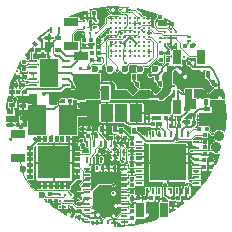
<source format=gtl>
G75*
%MOIN*%
%OFA0B0*%
%FSLAX25Y25*%
%IPPOS*%
%LPD*%
%AMOC8*
5,1,8,0,0,1.08239X$1,22.5*
%
%ADD10C,0.00984*%
%ADD11R,0.02756X0.05118*%
%ADD12R,0.01181X0.01575*%
%ADD13R,0.01575X0.01181*%
%ADD14R,0.01181X0.01969*%
%ADD15R,0.01969X0.01181*%
%ADD16R,0.11024X0.11024*%
%ADD17R,0.12205X0.12205*%
%ADD18R,0.02362X0.00984*%
%ADD19R,0.00984X0.02362*%
%ADD20R,0.00394X0.00394*%
%ADD21C,0.00394*%
%ADD22C,0.00200*%
%ADD23R,0.05118X0.02756*%
%ADD24R,0.02756X0.00984*%
%ADD25R,0.06496X0.09370*%
%ADD26R,0.00945X0.01929*%
%ADD27R,0.02362X0.01575*%
%ADD28R,0.05906X0.09843*%
%ADD29R,0.02756X0.03543*%
%ADD30R,0.01378X0.00787*%
%ADD31R,0.01575X0.02362*%
%ADD32C,0.00492*%
%ADD33C,0.00394*%
%ADD34C,0.00591*%
%ADD35C,0.00906*%
%ADD36C,0.02362*%
%ADD37C,0.03543*%
%ADD38R,0.03937X0.05906*%
%ADD39R,0.01870X0.00984*%
%ADD40R,0.00984X0.01476*%
%ADD41C,0.00594*%
%ADD42C,0.00787*%
%ADD43C,0.01102*%
%ADD44C,0.00300*%
%ADD45C,0.00827*%
%ADD46C,0.01654*%
%ADD47C,0.00500*%
%ADD48C,0.00400*%
%ADD49C,0.00500*%
%ADD50C,0.00800*%
%ADD51C,0.00600*%
%ADD52C,0.01181*%
%ADD53C,0.01600*%
%ADD54C,0.01969*%
%ADD55C,0.00512*%
%ADD56C,0.01575*%
%ADD57C,0.02362*%
D10*
X0052528Y0030087D03*
X0054496Y0030087D03*
X0054496Y0032056D03*
X0052528Y0032056D03*
X0052528Y0034024D03*
X0054496Y0034024D03*
X0056465Y0034024D03*
X0056465Y0032056D03*
X0056465Y0030087D03*
X0069851Y0046229D03*
X0069851Y0048197D03*
X0071819Y0048197D03*
X0071819Y0046229D03*
X0073788Y0046229D03*
X0073788Y0048197D03*
X0073788Y0050166D03*
X0071819Y0050166D03*
X0069851Y0050166D03*
X0087567Y0084418D03*
X0087567Y0086386D03*
X0087567Y0088355D03*
X0089536Y0088355D03*
X0091504Y0088355D03*
X0091504Y0086386D03*
X0089536Y0086386D03*
X0089536Y0084418D03*
X0091504Y0084418D03*
X0064733Y0087961D03*
X0062764Y0087961D03*
X0060796Y0087961D03*
X0060796Y0089930D03*
X0060796Y0091898D03*
X0062764Y0091898D03*
X0062764Y0089930D03*
X0064733Y0089930D03*
X0064733Y0091898D03*
D11*
X0091662Y0079811D03*
X0099536Y0079811D03*
X0091780Y0063394D03*
X0083906Y0063394D03*
X0067685Y0067764D03*
X0059811Y0067764D03*
X0079378Y0029063D03*
X0087252Y0029063D03*
D12*
X0085520Y0032869D03*
X0083158Y0032869D03*
X0081150Y0032961D03*
X0078788Y0032961D03*
X0092095Y0032764D03*
X0094457Y0032764D03*
X0100756Y0043276D03*
X0103119Y0043276D03*
X0103119Y0045441D03*
X0100756Y0045441D03*
X0101544Y0055874D03*
X0099181Y0055874D03*
X0099654Y0058079D03*
X0097292Y0058079D03*
X0097292Y0060481D03*
X0099654Y0060481D03*
X0092213Y0059103D03*
X0089851Y0059103D03*
X0088158Y0059615D03*
X0085796Y0059615D03*
X0084418Y0059615D03*
X0082056Y0059615D03*
X0083709Y0057528D03*
X0086071Y0057528D03*
X0089851Y0056898D03*
X0092213Y0056898D03*
X0076662Y0052922D03*
X0074300Y0052922D03*
X0071937Y0053040D03*
X0069575Y0053040D03*
X0064536Y0053630D03*
X0062174Y0053630D03*
X0062252Y0055874D03*
X0064615Y0055874D03*
X0056111Y0065244D03*
X0053748Y0065244D03*
X0041189Y0068237D03*
X0038827Y0068237D03*
X0038040Y0070599D03*
X0040402Y0070599D03*
X0041189Y0073197D03*
X0038827Y0073197D03*
X0043237Y0082213D03*
X0045599Y0082213D03*
G36*
X0045382Y0084152D02*
X0044548Y0083318D01*
X0043436Y0084430D01*
X0044270Y0085264D01*
X0045382Y0084152D01*
G37*
G36*
X0047053Y0085823D02*
X0046219Y0084989D01*
X0045107Y0086101D01*
X0045941Y0086935D01*
X0047053Y0085823D01*
G37*
X0061504Y0094615D03*
X0063867Y0094615D03*
X0087764Y0090993D03*
X0090126Y0090993D03*
X0094260Y0083591D03*
X0096622Y0083591D03*
X0040993Y0057134D03*
X0038630Y0057134D03*
G36*
X0057097Y0026204D02*
X0055989Y0026608D01*
X0056527Y0028086D01*
X0057635Y0027682D01*
X0057097Y0026204D01*
G37*
G36*
X0059317Y0025396D02*
X0058209Y0025800D01*
X0058747Y0027278D01*
X0059855Y0026874D01*
X0059317Y0025396D01*
G37*
D13*
X0059142Y0028709D03*
X0059142Y0031071D03*
X0059181Y0033552D03*
X0059181Y0035914D03*
X0049496Y0034300D03*
X0049496Y0031937D03*
X0076583Y0032725D03*
X0076583Y0034851D03*
X0076583Y0037213D03*
X0076583Y0039418D03*
X0076583Y0041780D03*
X0076583Y0044024D03*
X0076583Y0046386D03*
X0076583Y0048709D03*
X0076583Y0051071D03*
X0060126Y0053670D03*
X0060126Y0056032D03*
X0040678Y0076032D03*
X0040678Y0078394D03*
X0060697Y0083104D03*
X0063119Y0083119D03*
X0063433Y0081268D03*
X0065717Y0081229D03*
X0065796Y0083119D03*
X0065796Y0085481D03*
X0063119Y0085481D03*
X0060697Y0085466D03*
X0063433Y0078906D03*
X0065717Y0078867D03*
X0086307Y0079024D03*
X0086307Y0081386D03*
X0088721Y0081386D03*
X0088721Y0079024D03*
X0086032Y0090835D03*
X0086032Y0093197D03*
X0100914Y0053867D03*
X0100914Y0051504D03*
X0100914Y0049930D03*
X0100914Y0047567D03*
X0090336Y0032804D03*
X0090336Y0030441D03*
X0076583Y0030363D03*
X0076622Y0028552D03*
X0076622Y0026189D03*
D14*
X0055469Y0036926D03*
X0053500Y0036926D03*
X0051531Y0036926D03*
X0049563Y0036926D03*
X0047594Y0036926D03*
X0045626Y0036926D03*
X0045626Y0052674D03*
X0047594Y0052674D03*
X0049563Y0052674D03*
X0051531Y0052674D03*
X0053500Y0052674D03*
X0055469Y0052674D03*
D15*
X0058421Y0049722D03*
X0058421Y0047753D03*
X0058421Y0045785D03*
X0058421Y0043816D03*
X0058421Y0041848D03*
X0058421Y0039879D03*
X0042673Y0039879D03*
X0042673Y0041848D03*
X0042673Y0043816D03*
X0042673Y0045785D03*
X0042673Y0047753D03*
X0042673Y0049722D03*
D16*
X0050547Y0044800D03*
D17*
X0088590Y0044793D03*
D18*
X0098039Y0043809D03*
X0098039Y0041841D03*
X0098039Y0039872D03*
X0098039Y0037904D03*
X0098039Y0045778D03*
X0098039Y0047746D03*
X0098039Y0049715D03*
X0098039Y0051683D03*
X0079141Y0051683D03*
X0079141Y0049715D03*
X0079141Y0047746D03*
X0079141Y0045778D03*
X0079141Y0043809D03*
X0079141Y0041841D03*
X0079141Y0039872D03*
X0079141Y0037904D03*
D19*
X0081700Y0035344D03*
X0083669Y0035344D03*
X0085637Y0035344D03*
X0087606Y0035344D03*
X0089574Y0035344D03*
X0091543Y0035344D03*
X0093511Y0035344D03*
X0095480Y0035344D03*
X0095480Y0054242D03*
X0093511Y0054242D03*
X0091543Y0054242D03*
X0089574Y0054242D03*
X0087606Y0054242D03*
X0085637Y0054242D03*
X0083669Y0054242D03*
X0081700Y0054242D03*
D20*
G36*
X0076898Y0068825D02*
X0076620Y0069103D01*
X0076898Y0069381D01*
X0077176Y0069103D01*
X0076898Y0068825D01*
G37*
G36*
X0084457Y0069061D02*
X0084179Y0069339D01*
X0084457Y0069617D01*
X0084735Y0069339D01*
X0084457Y0069061D01*
G37*
G36*
X0102095Y0069376D02*
X0101817Y0069654D01*
X0102095Y0069932D01*
X0102373Y0069654D01*
X0102095Y0069376D01*
G37*
D21*
X0103394Y0071347D03*
X0100796Y0071347D03*
X0100796Y0067961D03*
X0103394Y0067961D03*
X0085756Y0067646D03*
X0083158Y0067646D03*
X0083158Y0071032D03*
X0085756Y0071032D03*
X0078197Y0070796D03*
X0075599Y0070796D03*
X0075599Y0067410D03*
X0078197Y0067410D03*
D22*
X0044069Y0035544D02*
X0041923Y0037924D01*
X0040284Y0040502D01*
X0040239Y0041675D01*
X0040205Y0042567D01*
X0045327Y0037533D02*
X0045240Y0037445D01*
X0045184Y0037335D01*
X0045164Y0037213D01*
X0045184Y0037091D01*
X0045240Y0036981D01*
X0045327Y0036893D01*
X0045437Y0036837D01*
X0045559Y0036818D01*
X0045682Y0036837D01*
X0045792Y0036893D01*
X0045879Y0036981D01*
X0045935Y0037091D01*
X0045955Y0037213D01*
X0045935Y0037335D01*
X0045879Y0037445D01*
X0045792Y0037533D01*
X0045682Y0037589D01*
X0045559Y0037608D01*
X0045437Y0037589D01*
X0045327Y0037533D01*
X0045410Y0037575D02*
X0045709Y0037575D01*
X0045914Y0037376D02*
X0045204Y0037376D01*
X0045170Y0037178D02*
X0045949Y0037178D01*
X0045878Y0036979D02*
X0045241Y0036979D01*
X0044069Y0035544D02*
X0054944Y0035544D01*
X0056465Y0034024D01*
X0055629Y0032313D02*
X0055532Y0032348D01*
X0055429Y0032348D01*
X0055332Y0032313D01*
X0055253Y0032246D01*
X0055202Y0032157D01*
X0055184Y0032056D01*
X0055202Y0031954D01*
X0055253Y0031865D01*
X0055332Y0031798D01*
X0055429Y0031763D01*
X0055532Y0031763D01*
X0055629Y0031798D01*
X0055708Y0031865D01*
X0055760Y0031954D01*
X0055778Y0032056D01*
X0055760Y0032157D01*
X0055708Y0032246D01*
X0055629Y0032313D01*
X0055726Y0032215D02*
X0055235Y0032215D01*
X0055191Y0032017D02*
X0055771Y0032017D01*
X0055652Y0031818D02*
X0055309Y0031818D01*
X0056715Y0031263D02*
X0053381Y0031263D01*
X0052589Y0032056D01*
X0052528Y0032056D01*
X0053665Y0033193D02*
X0048005Y0033193D01*
X0046819Y0034063D01*
X0046805Y0034086D02*
X0046753Y0034175D01*
X0046736Y0034277D01*
X0046753Y0034378D01*
X0046805Y0034467D01*
X0046884Y0034534D01*
X0046981Y0034569D01*
X0047084Y0034569D01*
X0047181Y0034534D01*
X0047260Y0034467D01*
X0047311Y0034378D01*
X0047329Y0034277D01*
X0047311Y0034175D01*
X0047260Y0034086D01*
X0047181Y0034019D01*
X0047084Y0033984D01*
X0046981Y0033984D01*
X0046884Y0034019D01*
X0046805Y0034086D01*
X0046749Y0034200D02*
X0047316Y0034200D01*
X0047300Y0034399D02*
X0046765Y0034399D01*
X0046933Y0034002D02*
X0047132Y0034002D01*
X0050515Y0031146D02*
X0050603Y0031234D01*
X0050713Y0031290D01*
X0050835Y0031309D01*
X0050957Y0031290D01*
X0051067Y0031234D01*
X0051155Y0031146D01*
X0051211Y0031036D01*
X0051230Y0030914D01*
X0051211Y0030792D01*
X0051155Y0030681D01*
X0051067Y0030594D01*
X0050957Y0030538D01*
X0050835Y0030519D01*
X0050713Y0030538D01*
X0050603Y0030594D01*
X0050515Y0030681D01*
X0050459Y0030792D01*
X0050440Y0030914D01*
X0050459Y0031036D01*
X0050515Y0031146D01*
X0050592Y0031222D02*
X0051078Y0031222D01*
X0051213Y0031024D02*
X0050457Y0031024D01*
X0050454Y0030825D02*
X0051216Y0030825D01*
X0051100Y0030627D02*
X0050570Y0030627D01*
X0052249Y0030189D02*
X0052301Y0030278D01*
X0052380Y0030344D01*
X0052476Y0030379D01*
X0052580Y0030379D01*
X0052676Y0030344D01*
X0052755Y0030278D01*
X0052807Y0030189D01*
X0052825Y0030087D01*
X0052807Y0029985D01*
X0052755Y0029896D01*
X0052676Y0029830D01*
X0052580Y0029795D01*
X0052476Y0029795D01*
X0052380Y0029830D01*
X0052301Y0029896D01*
X0052249Y0029985D01*
X0052231Y0030087D01*
X0052249Y0030189D01*
X0052301Y0030278D01*
X0052380Y0030344D01*
X0052476Y0030379D01*
X0052580Y0030379D01*
X0052676Y0030344D01*
X0052755Y0030278D01*
X0052807Y0030189D01*
X0052825Y0030087D01*
X0052807Y0029985D01*
X0052755Y0029896D01*
X0052676Y0029830D01*
X0052580Y0029795D01*
X0052476Y0029795D01*
X0052380Y0029830D01*
X0052301Y0029896D01*
X0052249Y0029985D01*
X0052231Y0030087D01*
X0052249Y0030189D01*
X0052273Y0030230D02*
X0052783Y0030230D01*
X0052273Y0030230D01*
X0052241Y0030031D02*
X0052815Y0030031D01*
X0052241Y0030031D01*
X0052376Y0029833D02*
X0052680Y0029833D01*
X0052376Y0029833D01*
X0053665Y0033193D02*
X0054496Y0034024D01*
X0056715Y0031263D02*
X0058073Y0029905D01*
X0062700Y0029905D01*
X0063533Y0030738D01*
X0063533Y0035305D01*
X0065559Y0037331D01*
X0070363Y0037331D01*
X0070074Y0037376D02*
X0070652Y0037376D01*
X0070660Y0037331D02*
X0070642Y0037230D01*
X0070590Y0037140D01*
X0070511Y0037074D01*
X0070414Y0037039D01*
X0070311Y0037039D01*
X0070214Y0037074D01*
X0070135Y0037140D01*
X0070084Y0037230D01*
X0070066Y0037331D01*
X0070084Y0037433D01*
X0070135Y0037522D01*
X0070214Y0037588D01*
X0070311Y0037623D01*
X0070414Y0037623D01*
X0070511Y0037588D01*
X0070590Y0037522D01*
X0070642Y0037433D01*
X0070660Y0037331D01*
X0070612Y0037178D02*
X0070114Y0037178D01*
X0070199Y0037575D02*
X0070527Y0037575D01*
X0073089Y0042330D02*
X0073010Y0042397D01*
X0072959Y0042486D01*
X0072941Y0042587D01*
X0072959Y0042689D01*
X0073010Y0042778D01*
X0073089Y0042844D01*
X0073186Y0042880D01*
X0073289Y0042880D01*
X0073386Y0042844D01*
X0073465Y0042778D01*
X0073517Y0042689D01*
X0073534Y0042587D01*
X0073517Y0042486D01*
X0073465Y0042397D01*
X0073386Y0042330D01*
X0073289Y0042295D01*
X0073186Y0042295D01*
X0073089Y0042330D01*
X0073079Y0042339D02*
X0073397Y0042339D01*
X0073526Y0042538D02*
X0072950Y0042538D01*
X0072986Y0042736D02*
X0073489Y0042736D01*
X0073368Y0044847D02*
X0073265Y0044847D01*
X0073168Y0044883D01*
X0073089Y0044949D01*
X0073038Y0045038D01*
X0073020Y0045140D01*
X0073038Y0045241D01*
X0073089Y0045331D01*
X0073168Y0045397D01*
X0073265Y0045432D01*
X0073368Y0045432D01*
X0073465Y0045397D01*
X0073544Y0045331D01*
X0073595Y0045241D01*
X0073613Y0045140D01*
X0073595Y0045038D01*
X0073544Y0044949D01*
X0073465Y0044883D01*
X0073368Y0044847D01*
X0073509Y0044920D02*
X0073124Y0044920D01*
X0073023Y0045118D02*
X0073610Y0045118D01*
X0073552Y0045317D02*
X0073081Y0045317D01*
X0073533Y0045882D02*
X0073466Y0045938D01*
X0073423Y0046013D01*
X0073408Y0046099D01*
X0073423Y0046184D01*
X0073466Y0046259D01*
X0073533Y0046315D01*
X0073614Y0046345D01*
X0073701Y0046345D01*
X0073783Y0046315D01*
X0073849Y0046259D01*
X0073893Y0046184D01*
X0073908Y0046099D01*
X0073893Y0046013D01*
X0073849Y0045938D01*
X0073783Y0045882D01*
X0073701Y0045853D01*
X0073614Y0045853D01*
X0073533Y0045882D01*
X0073497Y0045912D02*
X0073819Y0045912D01*
X0073906Y0046111D02*
X0073410Y0046111D01*
X0073526Y0046309D02*
X0073790Y0046309D01*
X0074624Y0045108D02*
X0074720Y0045143D01*
X0074824Y0045143D01*
X0074920Y0045108D01*
X0074999Y0045042D01*
X0075051Y0044952D01*
X0075069Y0044851D01*
X0075051Y0044749D01*
X0074999Y0044660D01*
X0074920Y0044594D01*
X0074824Y0044558D01*
X0074720Y0044558D01*
X0074624Y0044594D01*
X0074545Y0044660D01*
X0074493Y0044749D01*
X0074475Y0044851D01*
X0074493Y0044952D01*
X0074545Y0045042D01*
X0074624Y0045108D01*
X0074652Y0045118D02*
X0074892Y0045118D01*
X0075057Y0044920D02*
X0074487Y0044920D01*
X0074509Y0044721D02*
X0075035Y0044721D01*
X0076395Y0046365D02*
X0076316Y0046432D01*
X0076265Y0046521D01*
X0076247Y0046622D01*
X0076265Y0046724D01*
X0076316Y0046813D01*
X0076395Y0046880D01*
X0076492Y0046915D01*
X0076595Y0046915D01*
X0076692Y0046880D01*
X0076771Y0046813D01*
X0076823Y0046724D01*
X0076841Y0046622D01*
X0076823Y0046521D01*
X0076771Y0046432D01*
X0076692Y0046365D01*
X0076595Y0046330D01*
X0076492Y0046330D01*
X0076395Y0046365D01*
X0076272Y0046508D02*
X0076815Y0046508D01*
X0076826Y0046706D02*
X0076262Y0046706D01*
X0076465Y0046905D02*
X0076622Y0046905D01*
X0076635Y0048377D02*
X0076532Y0048377D01*
X0076435Y0048413D01*
X0076356Y0048479D01*
X0076304Y0048568D01*
X0076286Y0048670D01*
X0076304Y0048771D01*
X0076356Y0048860D01*
X0076435Y0048927D01*
X0076532Y0048962D01*
X0076635Y0048962D01*
X0076731Y0048927D01*
X0076810Y0048860D01*
X0076862Y0048771D01*
X0076880Y0048670D01*
X0076862Y0048568D01*
X0076810Y0048479D01*
X0076731Y0048413D01*
X0076635Y0048377D01*
X0076819Y0048493D02*
X0076348Y0048493D01*
X0076290Y0048691D02*
X0076876Y0048691D01*
X0076775Y0048890D02*
X0076391Y0048890D01*
X0076662Y0052428D02*
X0076509Y0052452D01*
X0076372Y0052522D01*
X0076262Y0052631D01*
X0076192Y0052769D01*
X0076168Y0052922D01*
X0076192Y0053074D01*
X0076262Y0053212D01*
X0076372Y0053321D01*
X0076509Y0053391D01*
X0076662Y0053415D01*
X0076814Y0053391D01*
X0076952Y0053321D01*
X0077061Y0053212D01*
X0077131Y0053074D01*
X0077156Y0052922D01*
X0077131Y0052769D01*
X0077061Y0052631D01*
X0076952Y0052522D01*
X0076814Y0052452D01*
X0076662Y0052428D01*
X0076509Y0052452D01*
X0076372Y0052522D01*
X0076262Y0052631D01*
X0076192Y0052769D01*
X0076168Y0052922D01*
X0076192Y0053074D01*
X0076262Y0053212D01*
X0076372Y0053321D01*
X0076509Y0053391D01*
X0076662Y0053415D01*
X0076814Y0053391D01*
X0076952Y0053321D01*
X0077061Y0053212D01*
X0077131Y0053074D01*
X0077156Y0052922D01*
X0077131Y0052769D01*
X0077061Y0052631D01*
X0076952Y0052522D01*
X0076814Y0052452D01*
X0076662Y0052428D01*
X0076488Y0052463D02*
X0076836Y0052463D01*
X0076488Y0052463D01*
X0076247Y0052662D02*
X0077077Y0052662D01*
X0076247Y0052662D01*
X0076178Y0052860D02*
X0077146Y0052860D01*
X0076178Y0052860D01*
X0076190Y0053059D02*
X0077134Y0053059D01*
X0076190Y0053059D01*
X0076308Y0053257D02*
X0077016Y0053257D01*
X0076308Y0053257D01*
X0076139Y0054281D02*
X0074324Y0056096D01*
X0074114Y0056096D01*
X0074114Y0056707D01*
X0073938Y0056883D01*
X0072115Y0056883D01*
X0072015Y0056783D01*
X0072015Y0057101D01*
X0071839Y0057277D01*
X0070015Y0057277D01*
X0069840Y0057101D01*
X0069840Y0054490D01*
X0070015Y0054315D01*
X0071217Y0054315D01*
X0071064Y0054251D01*
X0070923Y0054110D01*
X0070920Y0054103D01*
X0070314Y0054103D01*
X0070290Y0054127D01*
X0068860Y0054127D01*
X0068836Y0054103D01*
X0066593Y0054103D01*
X0066581Y0054115D01*
X0066627Y0054115D01*
X0066627Y0055696D01*
X0066827Y0055696D01*
X0066827Y0055896D01*
X0066627Y0055896D01*
X0066627Y0057477D01*
X0065840Y0057477D01*
X0065657Y0057401D01*
X0065516Y0057260D01*
X0065440Y0057076D01*
X0065440Y0056851D01*
X0065329Y0056962D01*
X0063900Y0056962D01*
X0063724Y0056786D01*
X0063724Y0054963D01*
X0063900Y0054787D01*
X0064777Y0054787D01*
X0064847Y0054718D01*
X0063821Y0054718D01*
X0063645Y0054542D01*
X0063645Y0054103D01*
X0063064Y0054103D01*
X0063064Y0054542D01*
X0062997Y0054609D01*
X0063126Y0054663D01*
X0063267Y0054804D01*
X0063343Y0054988D01*
X0063343Y0055774D01*
X0062352Y0055774D01*
X0062352Y0055974D01*
X0063343Y0055974D01*
X0063343Y0056761D01*
X0063267Y0056945D01*
X0063126Y0057086D01*
X0062942Y0057162D01*
X0062352Y0057162D01*
X0062352Y0055974D01*
X0062152Y0055974D01*
X0062152Y0055774D01*
X0061414Y0055774D01*
X0061414Y0055932D01*
X0060226Y0055932D01*
X0060226Y0054941D01*
X0061013Y0054941D01*
X0061162Y0055003D01*
X0061162Y0054988D01*
X0061238Y0054804D01*
X0061379Y0054663D01*
X0061397Y0054656D01*
X0061283Y0054542D01*
X0061283Y0054103D01*
X0061214Y0054103D01*
X0061214Y0054384D01*
X0061038Y0054560D01*
X0059418Y0054560D01*
X0059418Y0054941D01*
X0060026Y0054941D01*
X0060026Y0055932D01*
X0060226Y0055932D01*
X0060226Y0056132D01*
X0060026Y0056132D01*
X0060026Y0057122D01*
X0059418Y0057122D01*
X0059418Y0060063D01*
X0061283Y0060063D01*
X0061283Y0058309D01*
X0061459Y0058133D01*
X0065644Y0058133D01*
X0065818Y0058308D01*
X0065884Y0058150D01*
X0066024Y0058010D01*
X0066208Y0057933D01*
X0068176Y0057933D01*
X0068176Y0061286D01*
X0068376Y0061286D01*
X0068376Y0057933D01*
X0070084Y0057933D01*
X0070238Y0057779D01*
X0073773Y0057779D01*
X0074140Y0057412D01*
X0074140Y0057412D01*
X0074377Y0057176D01*
X0075676Y0056637D01*
X0076139Y0056637D01*
X0076139Y0054281D01*
X0076139Y0054448D02*
X0075972Y0054448D01*
X0076139Y0054647D02*
X0075773Y0054647D01*
X0075575Y0054845D02*
X0076139Y0054845D01*
X0076139Y0055044D02*
X0075376Y0055044D01*
X0075178Y0055242D02*
X0076139Y0055242D01*
X0076139Y0055441D02*
X0074979Y0055441D01*
X0074780Y0055639D02*
X0076139Y0055639D01*
X0076139Y0055838D02*
X0074582Y0055838D01*
X0074383Y0056036D02*
X0076139Y0056036D01*
X0076139Y0056235D02*
X0074114Y0056235D01*
X0074114Y0056433D02*
X0076139Y0056433D01*
X0076139Y0056632D02*
X0074114Y0056632D01*
X0073991Y0056830D02*
X0075210Y0056830D01*
X0074731Y0057029D02*
X0072015Y0057029D01*
X0072015Y0056830D02*
X0072062Y0056830D01*
X0071888Y0057227D02*
X0074325Y0057227D01*
X0074377Y0057176D02*
X0074377Y0057176D01*
X0074377Y0057176D01*
X0074126Y0057426D02*
X0067737Y0057426D01*
X0067798Y0057401D02*
X0067614Y0057477D01*
X0066827Y0057477D01*
X0066827Y0055896D01*
X0068015Y0055896D01*
X0068015Y0057076D01*
X0067938Y0057260D01*
X0067798Y0057401D01*
X0067952Y0057227D02*
X0069966Y0057227D01*
X0069840Y0057029D02*
X0068015Y0057029D01*
X0068015Y0056830D02*
X0069840Y0056830D01*
X0069840Y0056632D02*
X0068015Y0056632D01*
X0068015Y0056433D02*
X0069840Y0056433D01*
X0069840Y0056235D02*
X0068015Y0056235D01*
X0068015Y0056036D02*
X0069840Y0056036D01*
X0069840Y0055838D02*
X0066827Y0055838D01*
X0066827Y0055696D02*
X0068015Y0055696D01*
X0068015Y0054515D01*
X0067938Y0054331D01*
X0067798Y0054191D01*
X0067614Y0054115D01*
X0066827Y0054115D01*
X0066827Y0055696D01*
X0066827Y0055639D02*
X0066627Y0055639D01*
X0066627Y0055441D02*
X0066827Y0055441D01*
X0066827Y0055242D02*
X0066627Y0055242D01*
X0066627Y0055044D02*
X0066827Y0055044D01*
X0066827Y0054845D02*
X0066627Y0054845D01*
X0066627Y0054647D02*
X0066827Y0054647D01*
X0066827Y0054448D02*
X0066627Y0054448D01*
X0066627Y0054250D02*
X0066827Y0054250D01*
X0067857Y0054250D02*
X0071062Y0054250D01*
X0069882Y0054448D02*
X0067987Y0054448D01*
X0068015Y0054647D02*
X0069840Y0054647D01*
X0069840Y0054845D02*
X0068015Y0054845D01*
X0068015Y0055044D02*
X0069840Y0055044D01*
X0069840Y0055242D02*
X0068015Y0055242D01*
X0068015Y0055441D02*
X0069840Y0055441D01*
X0069840Y0055639D02*
X0068015Y0055639D01*
X0066827Y0056036D02*
X0066627Y0056036D01*
X0066627Y0056235D02*
X0066827Y0056235D01*
X0066827Y0056433D02*
X0066627Y0056433D01*
X0066627Y0056632D02*
X0066827Y0056632D01*
X0066827Y0056830D02*
X0066627Y0056830D01*
X0066627Y0057029D02*
X0066827Y0057029D01*
X0066827Y0057227D02*
X0066627Y0057227D01*
X0066627Y0057426D02*
X0066827Y0057426D01*
X0066012Y0058021D02*
X0059418Y0058021D01*
X0059418Y0057823D02*
X0070194Y0057823D01*
X0068376Y0058021D02*
X0068176Y0058021D01*
X0068176Y0058220D02*
X0068376Y0058220D01*
X0068376Y0058419D02*
X0068176Y0058419D01*
X0068176Y0058617D02*
X0068376Y0058617D01*
X0068376Y0058816D02*
X0068176Y0058816D01*
X0068176Y0059014D02*
X0068376Y0059014D01*
X0068376Y0059213D02*
X0068176Y0059213D01*
X0068176Y0059411D02*
X0068376Y0059411D01*
X0068376Y0059610D02*
X0068176Y0059610D01*
X0068176Y0059808D02*
X0068376Y0059808D01*
X0068376Y0060007D02*
X0068176Y0060007D01*
X0068176Y0060205D02*
X0068376Y0060205D01*
X0068376Y0060404D02*
X0068176Y0060404D01*
X0068176Y0060602D02*
X0068376Y0060602D01*
X0068376Y0060801D02*
X0068176Y0060801D01*
X0068176Y0060999D02*
X0068376Y0060999D01*
X0068376Y0061198D02*
X0068176Y0061198D01*
X0068376Y0061286D02*
X0068376Y0061486D01*
X0070063Y0061486D01*
X0070063Y0061286D01*
X0068376Y0061286D01*
X0068376Y0061396D02*
X0070063Y0061396D01*
X0068376Y0061486D02*
X0068176Y0061486D01*
X0068176Y0064839D01*
X0066208Y0064839D01*
X0066024Y0064763D01*
X0065884Y0064622D01*
X0065818Y0064465D01*
X0065644Y0064639D01*
X0061459Y0064639D01*
X0061283Y0064463D01*
X0061283Y0063025D01*
X0059418Y0063025D01*
X0059418Y0064905D01*
X0061314Y0064905D01*
X0061489Y0065081D01*
X0061489Y0065520D01*
X0066007Y0065520D01*
X0066007Y0065081D01*
X0066183Y0064905D01*
X0069188Y0064905D01*
X0069363Y0065081D01*
X0069363Y0065520D01*
X0082228Y0065520D01*
X0082228Y0060902D01*
X0082155Y0060902D01*
X0082155Y0059715D01*
X0081956Y0059715D01*
X0081956Y0060902D01*
X0081365Y0060902D01*
X0081182Y0060826D01*
X0081041Y0060685D01*
X0080965Y0060501D01*
X0080965Y0059715D01*
X0081955Y0059715D01*
X0081955Y0059515D01*
X0080965Y0059515D01*
X0080965Y0058728D01*
X0081041Y0058544D01*
X0081167Y0058418D01*
X0080587Y0058418D01*
X0080587Y0061286D01*
X0078219Y0061286D01*
X0078219Y0061486D01*
X0080587Y0061486D01*
X0080587Y0064438D01*
X0080511Y0064622D01*
X0080370Y0064763D01*
X0080186Y0064839D01*
X0078218Y0064839D01*
X0078218Y0061486D01*
X0078019Y0061486D01*
X0078019Y0064839D01*
X0076051Y0064839D01*
X0075867Y0064763D01*
X0075831Y0064727D01*
X0075762Y0064796D01*
X0070447Y0064796D01*
X0070344Y0064839D01*
X0068376Y0064839D01*
X0068376Y0061486D01*
X0068376Y0061595D02*
X0068176Y0061595D01*
X0068176Y0061793D02*
X0068376Y0061793D01*
X0068376Y0061992D02*
X0068176Y0061992D01*
X0068176Y0062190D02*
X0068376Y0062190D01*
X0068376Y0062389D02*
X0068176Y0062389D01*
X0068176Y0062587D02*
X0068376Y0062587D01*
X0068376Y0062786D02*
X0068176Y0062786D01*
X0068176Y0062984D02*
X0068376Y0062984D01*
X0068376Y0063183D02*
X0068176Y0063183D01*
X0068176Y0063381D02*
X0068376Y0063381D01*
X0068376Y0063580D02*
X0068176Y0063580D01*
X0068176Y0063778D02*
X0068376Y0063778D01*
X0068376Y0063977D02*
X0068176Y0063977D01*
X0068176Y0064175D02*
X0068376Y0064175D01*
X0068376Y0064374D02*
X0068176Y0064374D01*
X0068176Y0064572D02*
X0068376Y0064572D01*
X0068376Y0064771D02*
X0068176Y0064771D01*
X0069252Y0064969D02*
X0082228Y0064969D01*
X0082228Y0064771D02*
X0080351Y0064771D01*
X0080532Y0064572D02*
X0082228Y0064572D01*
X0082228Y0064374D02*
X0080587Y0064374D01*
X0080587Y0064175D02*
X0082228Y0064175D01*
X0082228Y0063977D02*
X0080587Y0063977D01*
X0080587Y0063778D02*
X0082228Y0063778D01*
X0082228Y0063580D02*
X0080587Y0063580D01*
X0080587Y0063381D02*
X0082228Y0063381D01*
X0082228Y0063183D02*
X0080587Y0063183D01*
X0080587Y0062984D02*
X0082228Y0062984D01*
X0082228Y0062786D02*
X0080587Y0062786D01*
X0080587Y0062587D02*
X0082228Y0062587D01*
X0082228Y0062389D02*
X0080587Y0062389D01*
X0080587Y0062190D02*
X0082228Y0062190D01*
X0082228Y0061992D02*
X0080587Y0061992D01*
X0080587Y0061793D02*
X0082228Y0061793D01*
X0082228Y0061595D02*
X0080587Y0061595D01*
X0080587Y0061198D02*
X0082228Y0061198D01*
X0082228Y0061396D02*
X0078219Y0061396D01*
X0078218Y0061286D02*
X0078218Y0058418D01*
X0078019Y0058418D01*
X0078019Y0061286D01*
X0078218Y0061286D01*
X0078218Y0061198D02*
X0078019Y0061198D01*
X0078019Y0060999D02*
X0078218Y0060999D01*
X0078218Y0060801D02*
X0078019Y0060801D01*
X0078019Y0060602D02*
X0078218Y0060602D01*
X0078218Y0060404D02*
X0078019Y0060404D01*
X0078019Y0060205D02*
X0078218Y0060205D01*
X0078218Y0060007D02*
X0078019Y0060007D01*
X0078019Y0059808D02*
X0078218Y0059808D01*
X0078218Y0059610D02*
X0078019Y0059610D01*
X0078019Y0059411D02*
X0078218Y0059411D01*
X0078218Y0059213D02*
X0078019Y0059213D01*
X0078019Y0059014D02*
X0078218Y0059014D01*
X0078218Y0058816D02*
X0078019Y0058816D01*
X0078019Y0058617D02*
X0078218Y0058617D01*
X0078218Y0058419D02*
X0078019Y0058419D01*
X0078314Y0056637D02*
X0082646Y0056637D01*
X0082646Y0054103D01*
X0082492Y0054103D01*
X0082492Y0055547D01*
X0082316Y0055723D01*
X0081084Y0055723D01*
X0080908Y0055547D01*
X0080908Y0054103D01*
X0080215Y0054103D01*
X0079542Y0054776D01*
X0079516Y0054873D01*
X0079346Y0054972D01*
X0079206Y0055111D01*
X0079106Y0055111D01*
X0078314Y0055572D01*
X0078314Y0056637D01*
X0078314Y0056632D02*
X0082646Y0056632D01*
X0082646Y0056433D02*
X0078314Y0056433D01*
X0078314Y0056235D02*
X0082646Y0056235D01*
X0082646Y0056036D02*
X0078314Y0056036D01*
X0078314Y0055838D02*
X0082646Y0055838D01*
X0082646Y0055639D02*
X0082400Y0055639D01*
X0082492Y0055441D02*
X0082646Y0055441D01*
X0082646Y0055242D02*
X0082492Y0055242D01*
X0082492Y0055044D02*
X0082646Y0055044D01*
X0082646Y0054845D02*
X0082492Y0054845D01*
X0082492Y0054647D02*
X0082646Y0054647D01*
X0082646Y0054448D02*
X0082492Y0054448D01*
X0082492Y0054250D02*
X0082646Y0054250D01*
X0080908Y0054250D02*
X0080068Y0054250D01*
X0079870Y0054448D02*
X0080908Y0054448D01*
X0080908Y0054647D02*
X0079671Y0054647D01*
X0079524Y0054845D02*
X0080908Y0054845D01*
X0080908Y0055044D02*
X0079274Y0055044D01*
X0078881Y0055242D02*
X0080908Y0055242D01*
X0080908Y0055441D02*
X0078540Y0055441D01*
X0078314Y0055639D02*
X0081000Y0055639D01*
X0081166Y0058419D02*
X0080587Y0058419D01*
X0080587Y0058617D02*
X0081011Y0058617D01*
X0080965Y0058816D02*
X0080587Y0058816D01*
X0080587Y0059014D02*
X0080965Y0059014D01*
X0080965Y0059213D02*
X0080587Y0059213D01*
X0080587Y0059411D02*
X0080965Y0059411D01*
X0080965Y0059808D02*
X0080587Y0059808D01*
X0080587Y0059610D02*
X0081955Y0059610D01*
X0081956Y0059515D02*
X0082155Y0059515D01*
X0082155Y0058418D01*
X0081956Y0058418D01*
X0081956Y0059515D01*
X0081956Y0059411D02*
X0082155Y0059411D01*
X0082156Y0059515D02*
X0082156Y0059715D01*
X0082646Y0059715D01*
X0082646Y0059515D01*
X0082156Y0059515D01*
X0082156Y0059610D02*
X0082646Y0059610D01*
X0082155Y0059808D02*
X0081956Y0059808D01*
X0081956Y0060007D02*
X0082155Y0060007D01*
X0082155Y0060205D02*
X0081956Y0060205D01*
X0081956Y0060404D02*
X0082155Y0060404D01*
X0082155Y0060602D02*
X0081956Y0060602D01*
X0081956Y0060801D02*
X0082155Y0060801D01*
X0082228Y0060999D02*
X0080587Y0060999D01*
X0080587Y0060801D02*
X0081157Y0060801D01*
X0081007Y0060602D02*
X0080587Y0060602D01*
X0080587Y0060404D02*
X0080965Y0060404D01*
X0080965Y0060205D02*
X0080587Y0060205D01*
X0080587Y0060007D02*
X0080965Y0060007D01*
X0081956Y0059213D02*
X0082155Y0059213D01*
X0082155Y0059014D02*
X0081956Y0059014D01*
X0081956Y0058816D02*
X0082155Y0058816D01*
X0082155Y0058617D02*
X0081956Y0058617D01*
X0081956Y0058419D02*
X0082155Y0058419D01*
X0078218Y0061595D02*
X0078019Y0061595D01*
X0078019Y0061793D02*
X0078218Y0061793D01*
X0078218Y0061992D02*
X0078019Y0061992D01*
X0078019Y0062190D02*
X0078218Y0062190D01*
X0078218Y0062389D02*
X0078019Y0062389D01*
X0078019Y0062587D02*
X0078218Y0062587D01*
X0078218Y0062786D02*
X0078019Y0062786D01*
X0078019Y0062984D02*
X0078218Y0062984D01*
X0078218Y0063183D02*
X0078019Y0063183D01*
X0078019Y0063381D02*
X0078218Y0063381D01*
X0078218Y0063580D02*
X0078019Y0063580D01*
X0078019Y0063778D02*
X0078218Y0063778D01*
X0078218Y0063977D02*
X0078019Y0063977D01*
X0078019Y0064175D02*
X0078218Y0064175D01*
X0078218Y0064374D02*
X0078019Y0064374D01*
X0078019Y0064572D02*
X0078218Y0064572D01*
X0078218Y0064771D02*
X0078019Y0064771D01*
X0077666Y0066603D02*
X0078689Y0066603D01*
X0078689Y0068217D01*
X0078414Y0068217D01*
X0077666Y0067469D01*
X0077666Y0066603D01*
X0077666Y0066756D02*
X0078689Y0066756D01*
X0078689Y0066955D02*
X0077666Y0066955D01*
X0077666Y0067153D02*
X0078689Y0067153D01*
X0078689Y0067352D02*
X0077666Y0067352D01*
X0077747Y0067550D02*
X0078689Y0067550D01*
X0078689Y0067749D02*
X0077945Y0067749D01*
X0078144Y0067947D02*
X0078689Y0067947D01*
X0078689Y0068146D02*
X0078342Y0068146D01*
X0077913Y0068543D02*
X0075883Y0068543D01*
X0075684Y0068741D02*
X0078112Y0068741D01*
X0078310Y0068940D02*
X0075486Y0068940D01*
X0075323Y0069103D02*
X0076898Y0070678D01*
X0078473Y0069103D01*
X0076898Y0067527D01*
X0075323Y0069103D01*
X0075358Y0069138D02*
X0078438Y0069138D01*
X0078239Y0069337D02*
X0075557Y0069337D01*
X0075755Y0069535D02*
X0078041Y0069535D01*
X0077842Y0069734D02*
X0075954Y0069734D01*
X0076152Y0069932D02*
X0077644Y0069932D01*
X0077445Y0070131D02*
X0076351Y0070131D01*
X0076549Y0070329D02*
X0077247Y0070329D01*
X0077048Y0070528D02*
X0076748Y0070528D01*
X0076130Y0070737D02*
X0076130Y0071603D01*
X0075107Y0071603D01*
X0075107Y0069989D01*
X0075382Y0069989D01*
X0076130Y0070737D01*
X0076120Y0070726D02*
X0075107Y0070726D01*
X0075107Y0070528D02*
X0075921Y0070528D01*
X0075723Y0070329D02*
X0075107Y0070329D01*
X0075107Y0070131D02*
X0075524Y0070131D01*
X0075107Y0070925D02*
X0076130Y0070925D01*
X0076130Y0071123D02*
X0075107Y0071123D01*
X0075107Y0071322D02*
X0076130Y0071322D01*
X0076130Y0071520D02*
X0075107Y0071520D01*
X0076923Y0073388D02*
X0076814Y0073498D01*
X0076743Y0073635D01*
X0076719Y0073788D01*
X0076743Y0073940D01*
X0076814Y0074078D01*
X0076923Y0074187D01*
X0077060Y0074257D01*
X0077213Y0074281D01*
X0077366Y0074257D01*
X0077503Y0074187D01*
X0077612Y0074078D01*
X0077683Y0073940D01*
X0077707Y0073788D01*
X0077683Y0073635D01*
X0077612Y0073498D01*
X0077503Y0073388D01*
X0077366Y0073318D01*
X0077213Y0073294D01*
X0077060Y0073318D01*
X0076923Y0073388D01*
X0076810Y0073505D02*
X0077616Y0073505D01*
X0077693Y0073704D02*
X0076733Y0073704D01*
X0076737Y0073902D02*
X0077689Y0073902D01*
X0077589Y0074101D02*
X0076837Y0074101D01*
X0077132Y0073307D02*
X0077294Y0073307D01*
X0077666Y0071603D02*
X0078689Y0071603D01*
X0078689Y0069989D01*
X0078414Y0069989D01*
X0077666Y0070737D01*
X0077666Y0071603D01*
X0077666Y0071520D02*
X0078689Y0071520D01*
X0078689Y0071322D02*
X0077666Y0071322D01*
X0077666Y0071123D02*
X0078689Y0071123D01*
X0078689Y0070925D02*
X0077666Y0070925D01*
X0077676Y0070726D02*
X0078689Y0070726D01*
X0078689Y0070528D02*
X0077875Y0070528D01*
X0078073Y0070329D02*
X0078689Y0070329D01*
X0078689Y0070131D02*
X0078272Y0070131D01*
X0077715Y0068344D02*
X0076081Y0068344D01*
X0076280Y0068146D02*
X0077516Y0068146D01*
X0077318Y0067947D02*
X0076478Y0067947D01*
X0076677Y0067749D02*
X0077119Y0067749D01*
X0076921Y0067550D02*
X0076875Y0067550D01*
X0076130Y0067469D02*
X0076130Y0066603D01*
X0075107Y0066603D01*
X0075107Y0068217D01*
X0075382Y0068217D01*
X0076130Y0067469D01*
X0076049Y0067550D02*
X0075107Y0067550D01*
X0075107Y0067352D02*
X0076130Y0067352D01*
X0076130Y0067153D02*
X0075107Y0067153D01*
X0075107Y0066955D02*
X0076130Y0066955D01*
X0076130Y0066756D02*
X0075107Y0066756D01*
X0075107Y0067749D02*
X0075851Y0067749D01*
X0075652Y0067947D02*
X0075107Y0067947D01*
X0075107Y0068146D02*
X0075454Y0068146D01*
X0075788Y0064771D02*
X0075886Y0064771D01*
X0082228Y0065168D02*
X0069363Y0065168D01*
X0069363Y0065366D02*
X0082228Y0065366D01*
X0082666Y0066839D02*
X0083689Y0066839D01*
X0083689Y0067705D01*
X0082941Y0068453D01*
X0082666Y0068453D01*
X0082666Y0066839D01*
X0082666Y0066955D02*
X0083689Y0066955D01*
X0083689Y0067153D02*
X0082666Y0067153D01*
X0082666Y0067352D02*
X0083689Y0067352D01*
X0083689Y0067550D02*
X0082666Y0067550D01*
X0082666Y0067749D02*
X0083646Y0067749D01*
X0083447Y0067947D02*
X0082666Y0067947D01*
X0082666Y0068146D02*
X0083249Y0068146D01*
X0083050Y0068344D02*
X0082666Y0068344D01*
X0083281Y0068940D02*
X0085633Y0068940D01*
X0085831Y0069138D02*
X0083083Y0069138D01*
X0082884Y0069337D02*
X0086030Y0069337D01*
X0086032Y0069339D02*
X0084457Y0070914D01*
X0082882Y0069339D01*
X0084457Y0067764D01*
X0086032Y0069339D01*
X0085836Y0069535D02*
X0083078Y0069535D01*
X0083277Y0069734D02*
X0085638Y0069734D01*
X0085484Y0069637D02*
X0085502Y0069536D01*
X0085484Y0069434D01*
X0085433Y0069345D01*
X0085354Y0069279D01*
X0085257Y0069243D01*
X0085154Y0069243D01*
X0085057Y0069279D01*
X0084978Y0069345D01*
X0084926Y0069434D01*
X0084908Y0069536D01*
X0084926Y0069637D01*
X0084978Y0069727D01*
X0085057Y0069793D01*
X0085154Y0069828D01*
X0085257Y0069828D01*
X0085354Y0069793D01*
X0085433Y0069727D01*
X0085484Y0069637D01*
X0085502Y0069535D02*
X0084908Y0069535D01*
X0084986Y0069734D02*
X0085424Y0069734D01*
X0085439Y0069932D02*
X0083475Y0069932D01*
X0083674Y0070131D02*
X0085241Y0070131D01*
X0085042Y0070329D02*
X0083872Y0070329D01*
X0084071Y0070528D02*
X0084844Y0070528D01*
X0084645Y0070726D02*
X0084269Y0070726D01*
X0083689Y0070973D02*
X0083689Y0071839D01*
X0082666Y0071839D01*
X0082666Y0070225D01*
X0082941Y0070225D01*
X0083689Y0070973D01*
X0083641Y0070925D02*
X0082666Y0070925D01*
X0082666Y0071123D02*
X0083689Y0071123D01*
X0083689Y0071322D02*
X0082666Y0071322D01*
X0082666Y0071520D02*
X0083689Y0071520D01*
X0083689Y0071719D02*
X0082666Y0071719D01*
X0082666Y0070726D02*
X0083443Y0070726D01*
X0083244Y0070528D02*
X0082666Y0070528D01*
X0082666Y0070329D02*
X0083046Y0070329D01*
X0083480Y0068741D02*
X0085434Y0068741D01*
X0085236Y0068543D02*
X0083678Y0068543D01*
X0083877Y0068344D02*
X0085037Y0068344D01*
X0084839Y0068146D02*
X0084075Y0068146D01*
X0084274Y0067947D02*
X0084640Y0067947D01*
X0085225Y0067705D02*
X0085225Y0066839D01*
X0086248Y0066839D01*
X0086248Y0068453D01*
X0085973Y0068453D01*
X0085225Y0067705D01*
X0085268Y0067749D02*
X0086248Y0067749D01*
X0086248Y0067947D02*
X0085467Y0067947D01*
X0085665Y0068146D02*
X0086248Y0068146D01*
X0086248Y0068344D02*
X0085864Y0068344D01*
X0086248Y0067550D02*
X0085225Y0067550D01*
X0085225Y0067352D02*
X0086248Y0067352D01*
X0086248Y0067153D02*
X0085225Y0067153D01*
X0085225Y0066955D02*
X0086248Y0066955D01*
X0085423Y0069337D02*
X0084988Y0069337D01*
X0085973Y0070225D02*
X0085225Y0070973D01*
X0085225Y0071839D01*
X0086248Y0071839D01*
X0086248Y0070225D01*
X0085973Y0070225D01*
X0085868Y0070329D02*
X0086248Y0070329D01*
X0086248Y0070528D02*
X0085670Y0070528D01*
X0085471Y0070726D02*
X0086248Y0070726D01*
X0086248Y0070925D02*
X0085273Y0070925D01*
X0085225Y0071123D02*
X0086248Y0071123D01*
X0086248Y0071322D02*
X0085225Y0071322D01*
X0085225Y0071520D02*
X0086248Y0071520D01*
X0086248Y0071719D02*
X0085225Y0071719D01*
X0083006Y0073694D02*
X0083076Y0073832D01*
X0083100Y0073985D01*
X0083076Y0074137D01*
X0083006Y0074275D01*
X0082897Y0074384D01*
X0082759Y0074454D01*
X0082607Y0074478D01*
X0082454Y0074454D01*
X0082316Y0074384D01*
X0082207Y0074275D01*
X0082137Y0074137D01*
X0082113Y0073985D01*
X0082137Y0073832D01*
X0082207Y0073694D01*
X0082316Y0073585D01*
X0082454Y0073515D01*
X0082607Y0073491D01*
X0082759Y0073515D01*
X0082897Y0073585D01*
X0083006Y0073694D01*
X0083011Y0073704D02*
X0082202Y0073704D01*
X0082126Y0073902D02*
X0083087Y0073902D01*
X0083082Y0074101D02*
X0082131Y0074101D01*
X0082232Y0074299D02*
X0082982Y0074299D01*
X0082698Y0073505D02*
X0082516Y0073505D01*
X0084221Y0075993D02*
X0085363Y0077134D01*
X0086583Y0077134D01*
X0087449Y0078000D01*
X0087449Y0081386D01*
X0087292Y0081386D01*
X0088403Y0082455D02*
X0088351Y0082545D01*
X0088333Y0082646D01*
X0088351Y0082748D01*
X0088403Y0082837D01*
X0088482Y0082903D01*
X0088579Y0082938D01*
X0088682Y0082938D01*
X0088779Y0082903D01*
X0088858Y0082837D01*
X0088909Y0082748D01*
X0088927Y0082646D01*
X0088909Y0082545D01*
X0088858Y0082455D01*
X0088779Y0082389D01*
X0088682Y0082354D01*
X0088579Y0082354D01*
X0088482Y0082389D01*
X0088403Y0082455D01*
X0088351Y0082545D01*
X0088333Y0082646D01*
X0088351Y0082748D01*
X0088403Y0082837D01*
X0088482Y0082903D01*
X0088579Y0082938D01*
X0088682Y0082938D01*
X0088779Y0082903D01*
X0088858Y0082837D01*
X0088909Y0082748D01*
X0088927Y0082646D01*
X0088909Y0082545D01*
X0088858Y0082455D01*
X0088779Y0082389D01*
X0088682Y0082354D01*
X0088579Y0082354D01*
X0088482Y0082389D01*
X0088403Y0082455D01*
X0088423Y0082438D02*
X0088838Y0082438D01*
X0088423Y0082438D01*
X0088335Y0082637D02*
X0088926Y0082637D01*
X0088335Y0082637D01*
X0088402Y0082835D02*
X0088859Y0082835D01*
X0088402Y0082835D01*
X0088748Y0079553D02*
X0088851Y0079553D01*
X0088948Y0079517D01*
X0089027Y0079451D01*
X0089079Y0079362D01*
X0089096Y0079260D01*
X0089079Y0079159D01*
X0089027Y0079069D01*
X0088948Y0079003D01*
X0088851Y0078968D01*
X0088748Y0078968D01*
X0088651Y0079003D01*
X0088572Y0079069D01*
X0088521Y0079159D01*
X0088503Y0079260D01*
X0088521Y0079362D01*
X0088572Y0079451D01*
X0088651Y0079517D01*
X0088748Y0079553D01*
X0088584Y0079461D02*
X0089015Y0079461D01*
X0089096Y0079262D02*
X0088503Y0079262D01*
X0088579Y0079064D02*
X0089020Y0079064D01*
X0088469Y0077960D02*
X0088556Y0077872D01*
X0088613Y0077762D01*
X0088632Y0077640D01*
X0088613Y0077518D01*
X0088572Y0077438D01*
X0088438Y0077304D01*
X0088359Y0077264D01*
X0088237Y0077244D01*
X0088114Y0077264D01*
X0088004Y0077320D01*
X0087917Y0077407D01*
X0087861Y0077518D01*
X0087841Y0077640D01*
X0087861Y0077762D01*
X0087917Y0077872D01*
X0088004Y0077960D01*
X0088114Y0078016D01*
X0088237Y0078035D01*
X0088359Y0078016D01*
X0088469Y0077960D01*
X0088556Y0077873D02*
X0087917Y0077873D01*
X0087847Y0077674D02*
X0088626Y0077674D01*
X0088591Y0077476D02*
X0087882Y0077476D01*
X0088088Y0077277D02*
X0088385Y0077277D01*
X0089631Y0076682D02*
X0090464Y0076682D01*
X0090447Y0076716D02*
X0090517Y0076578D01*
X0090541Y0076426D01*
X0090517Y0076273D01*
X0090447Y0076135D01*
X0090338Y0076026D01*
X0090200Y0075956D01*
X0090048Y0075932D01*
X0089895Y0075956D01*
X0089757Y0076026D01*
X0089648Y0076135D01*
X0089578Y0076273D01*
X0089554Y0076426D01*
X0089578Y0076578D01*
X0089648Y0076716D01*
X0089757Y0076825D01*
X0089895Y0076895D01*
X0090048Y0076919D01*
X0090200Y0076895D01*
X0090338Y0076825D01*
X0090447Y0076716D01*
X0090532Y0076483D02*
X0089563Y0076483D01*
X0089576Y0076285D02*
X0090519Y0076285D01*
X0090398Y0076086D02*
X0089698Y0076086D01*
X0089866Y0076880D02*
X0090230Y0076880D01*
X0086372Y0079024D02*
X0086307Y0079024D01*
X0085481Y0079024D01*
X0084783Y0079721D01*
X0085000Y0079938D01*
X0085115Y0080052D01*
X0085115Y0080284D01*
X0085115Y0080192D01*
X0085115Y0080284D02*
X0085115Y0084430D01*
X0082961Y0086583D01*
X0082252Y0086583D01*
X0082646Y0085796D02*
X0081465Y0085796D01*
X0080678Y0086583D01*
X0082646Y0085796D02*
X0083630Y0084811D01*
X0083630Y0080087D01*
X0081307Y0077764D01*
X0075796Y0077764D01*
X0074221Y0076189D01*
X0074221Y0075993D01*
X0074327Y0077826D02*
X0074230Y0077861D01*
X0074151Y0077928D01*
X0074099Y0078017D01*
X0074081Y0078119D01*
X0074099Y0078220D01*
X0074151Y0078309D01*
X0074230Y0078376D01*
X0074327Y0078411D01*
X0074430Y0078411D01*
X0074527Y0078376D01*
X0074606Y0078309D01*
X0074657Y0078220D01*
X0074675Y0078119D01*
X0074657Y0078017D01*
X0074606Y0077928D01*
X0074527Y0077861D01*
X0074430Y0077826D01*
X0074327Y0077826D01*
X0074217Y0077873D02*
X0074540Y0077873D01*
X0074667Y0078071D02*
X0074090Y0078071D01*
X0074128Y0078270D02*
X0074629Y0078270D01*
X0074378Y0078119D02*
X0073591Y0078906D01*
X0073591Y0082646D01*
X0074378Y0083433D01*
X0073976Y0084200D02*
X0073879Y0084165D01*
X0073776Y0084165D01*
X0073679Y0084200D01*
X0073600Y0084266D01*
X0073548Y0084356D01*
X0073530Y0084457D01*
X0073548Y0084559D01*
X0073600Y0084648D01*
X0073679Y0084714D01*
X0073776Y0084749D01*
X0073879Y0084749D01*
X0073976Y0084714D01*
X0074055Y0084648D01*
X0074106Y0084559D01*
X0074124Y0084457D01*
X0074106Y0084356D01*
X0074055Y0084266D01*
X0073976Y0084200D01*
X0073879Y0084165D01*
X0073776Y0084165D01*
X0073679Y0084200D01*
X0073600Y0084266D01*
X0073548Y0084356D01*
X0073530Y0084457D01*
X0073548Y0084559D01*
X0073600Y0084648D01*
X0073679Y0084714D01*
X0073776Y0084749D01*
X0073879Y0084749D01*
X0073976Y0084714D01*
X0074055Y0084648D01*
X0074106Y0084559D01*
X0074124Y0084457D01*
X0074106Y0084356D01*
X0074055Y0084266D01*
X0073976Y0084200D01*
X0074005Y0084225D02*
X0073649Y0084225D01*
X0074005Y0084225D01*
X0074118Y0084423D02*
X0073536Y0084423D01*
X0074118Y0084423D01*
X0074070Y0084622D02*
X0073585Y0084622D01*
X0074070Y0084622D01*
X0074098Y0084686D02*
X0073827Y0084457D01*
X0074098Y0084686D02*
X0074290Y0084586D01*
X0074378Y0084615D02*
X0074378Y0085008D01*
X0073100Y0085008D02*
X0073083Y0084907D01*
X0073031Y0084817D01*
X0072952Y0084751D01*
X0072855Y0084716D01*
X0072752Y0084716D01*
X0072655Y0084751D01*
X0072576Y0084817D01*
X0072525Y0084907D01*
X0072507Y0085008D01*
X0072525Y0085110D01*
X0072576Y0085199D01*
X0072655Y0085265D01*
X0072752Y0085301D01*
X0072855Y0085301D01*
X0072952Y0085265D01*
X0073031Y0085199D01*
X0073083Y0085110D01*
X0073100Y0085008D01*
X0073098Y0085019D02*
X0072509Y0085019D01*
X0072574Y0084821D02*
X0073033Y0084821D01*
X0073009Y0085218D02*
X0072598Y0085218D01*
X0073197Y0085796D02*
X0068670Y0085796D01*
X0067981Y0085107D01*
X0067981Y0081386D01*
X0067981Y0077233D01*
X0069221Y0075993D01*
X0071278Y0075587D02*
X0071295Y0075689D01*
X0071347Y0075778D01*
X0071426Y0075844D01*
X0071523Y0075879D01*
X0071626Y0075879D01*
X0071723Y0075844D01*
X0071802Y0075778D01*
X0071853Y0075689D01*
X0071296Y0075689D01*
X0071278Y0075587D02*
X0071295Y0075485D01*
X0071347Y0075396D01*
X0071426Y0075330D01*
X0071523Y0075295D01*
X0071626Y0075295D01*
X0071723Y0075330D01*
X0071802Y0075396D01*
X0071853Y0075485D01*
X0071871Y0075587D01*
X0071853Y0075689D01*
X0071854Y0075490D02*
X0071295Y0075490D01*
X0071574Y0075587D02*
X0071574Y0076867D01*
X0068670Y0079772D01*
X0068670Y0083630D01*
X0069260Y0084221D01*
X0070441Y0084221D01*
X0071229Y0085008D01*
X0069951Y0085008D02*
X0069933Y0084907D01*
X0069881Y0084817D01*
X0069802Y0084751D01*
X0069705Y0084716D01*
X0069602Y0084716D01*
X0069506Y0084751D01*
X0069427Y0084817D01*
X0069375Y0084907D01*
X0069357Y0085008D01*
X0069375Y0085110D01*
X0069427Y0085199D01*
X0069506Y0085265D01*
X0069602Y0085301D01*
X0069705Y0085301D01*
X0069802Y0085265D01*
X0069881Y0085199D01*
X0069933Y0085110D01*
X0069951Y0085008D01*
X0069949Y0085019D02*
X0069359Y0085019D01*
X0069425Y0084821D02*
X0069883Y0084821D01*
X0069859Y0085218D02*
X0069449Y0085218D01*
X0067288Y0085171D02*
X0066128Y0084011D01*
X0065893Y0084011D01*
X0065796Y0083913D01*
X0065796Y0083119D01*
X0066032Y0083040D01*
X0066032Y0083276D01*
X0065993Y0083237D02*
X0065883Y0083171D01*
X0065883Y0083592D01*
X0065841Y0083718D02*
X0065744Y0083754D01*
X0065666Y0083820D01*
X0065614Y0083909D01*
X0065596Y0084011D01*
X0065614Y0084112D01*
X0065666Y0084201D01*
X0065744Y0084268D01*
X0065841Y0084303D01*
X0065944Y0084303D01*
X0066041Y0084268D01*
X0066120Y0084201D01*
X0066172Y0084112D01*
X0066190Y0084011D01*
X0066172Y0083909D01*
X0066120Y0083820D01*
X0066041Y0083754D01*
X0065944Y0083718D01*
X0065841Y0083718D01*
X0065744Y0083754D01*
X0065666Y0083820D01*
X0065614Y0083909D01*
X0065596Y0084011D01*
X0065614Y0084112D01*
X0065666Y0084201D01*
X0065744Y0084268D01*
X0065841Y0084303D01*
X0065944Y0084303D01*
X0066041Y0084268D01*
X0066120Y0084201D01*
X0066172Y0084112D01*
X0066190Y0084011D01*
X0066172Y0083909D01*
X0066120Y0083820D01*
X0066041Y0083754D01*
X0065944Y0083718D01*
X0065841Y0083718D01*
X0065661Y0083828D02*
X0066125Y0083828D01*
X0065661Y0083828D01*
X0065599Y0084026D02*
X0066187Y0084026D01*
X0065599Y0084026D01*
X0065694Y0084225D02*
X0066092Y0084225D01*
X0065694Y0084225D01*
X0065472Y0084594D02*
X0065375Y0084558D01*
X0065272Y0084558D01*
X0065175Y0084594D01*
X0065096Y0084660D01*
X0065044Y0084749D01*
X0065026Y0084851D01*
X0065044Y0084952D01*
X0065096Y0085042D01*
X0065175Y0085108D01*
X0065272Y0085143D01*
X0065375Y0085143D01*
X0065472Y0085108D01*
X0065551Y0085042D01*
X0065602Y0084952D01*
X0065620Y0084851D01*
X0065602Y0084749D01*
X0065551Y0084660D01*
X0065472Y0084594D01*
X0065505Y0084622D02*
X0065141Y0084622D01*
X0065032Y0084821D02*
X0065615Y0084821D01*
X0065564Y0085019D02*
X0065083Y0085019D01*
X0065796Y0085481D02*
X0066248Y0085697D01*
X0067288Y0085171D02*
X0067288Y0086343D01*
X0068315Y0087370D01*
X0071622Y0087370D01*
X0072016Y0087764D01*
X0072016Y0088552D01*
X0072410Y0088945D01*
X0076741Y0088945D01*
X0077528Y0088158D01*
X0078315Y0087370D02*
X0073985Y0087370D01*
X0073591Y0086977D01*
X0073591Y0086189D01*
X0073197Y0085796D01*
X0075674Y0086482D02*
X0075726Y0086392D01*
X0075805Y0086326D01*
X0075902Y0086291D01*
X0076005Y0086291D01*
X0076102Y0086326D01*
X0076181Y0086392D01*
X0076232Y0086482D01*
X0076250Y0086583D01*
X0076232Y0086685D01*
X0076181Y0086774D01*
X0076102Y0086840D01*
X0076005Y0086875D01*
X0075902Y0086875D01*
X0075805Y0086840D01*
X0075726Y0086774D01*
X0075674Y0086685D01*
X0075656Y0086583D01*
X0075674Y0086482D01*
X0075726Y0086392D01*
X0075805Y0086326D01*
X0075902Y0086291D01*
X0076005Y0086291D01*
X0076102Y0086326D01*
X0076181Y0086392D01*
X0076232Y0086482D01*
X0076250Y0086583D01*
X0076232Y0086685D01*
X0076181Y0086774D01*
X0076102Y0086840D01*
X0076005Y0086875D01*
X0075902Y0086875D01*
X0075805Y0086840D01*
X0075726Y0086774D01*
X0075674Y0086685D01*
X0075656Y0086583D01*
X0075674Y0086482D01*
X0075716Y0086409D02*
X0076190Y0086409D01*
X0075716Y0086409D01*
X0075661Y0086607D02*
X0076246Y0086607D01*
X0075661Y0086607D01*
X0075764Y0086806D02*
X0076143Y0086806D01*
X0075764Y0086806D01*
X0078315Y0087370D02*
X0079103Y0088158D01*
X0079103Y0089733D02*
X0079890Y0090520D01*
X0082489Y0090520D01*
X0082523Y0090485D01*
X0082564Y0090485D01*
X0083218Y0089832D01*
X0084084Y0089832D01*
X0085364Y0088552D01*
X0087567Y0088552D01*
X0087567Y0088355D01*
X0086977Y0087370D02*
X0095048Y0087370D01*
X0095717Y0086701D01*
X0095717Y0085126D02*
X0094260Y0083670D01*
X0094260Y0083591D01*
X0094496Y0083748D01*
X0094457Y0083788D01*
X0094496Y0083748D02*
X0094654Y0083827D01*
X0096622Y0083591D02*
X0096662Y0083788D01*
X0097134Y0084063D01*
X0096912Y0083629D02*
X0097357Y0083629D01*
X0097424Y0083664D02*
X0097287Y0083594D01*
X0097134Y0083570D01*
X0096982Y0083594D01*
X0096844Y0083664D01*
X0096735Y0083773D01*
X0096665Y0083911D01*
X0096641Y0084063D01*
X0096665Y0084216D01*
X0096735Y0084354D01*
X0096844Y0084463D01*
X0096982Y0084533D01*
X0097134Y0084557D01*
X0097287Y0084533D01*
X0097424Y0084463D01*
X0097534Y0084354D01*
X0097604Y0084216D01*
X0097628Y0084063D01*
X0097604Y0083911D01*
X0097534Y0083773D01*
X0097424Y0083664D01*
X0097562Y0083828D02*
X0096707Y0083828D01*
X0096646Y0084026D02*
X0097622Y0084026D01*
X0097599Y0084225D02*
X0096669Y0084225D01*
X0096805Y0084423D02*
X0097464Y0084423D01*
X0095594Y0078588D02*
X0095732Y0078518D01*
X0095841Y0078409D01*
X0095911Y0078271D01*
X0095935Y0078119D01*
X0095911Y0077966D01*
X0095841Y0077828D01*
X0095732Y0077719D01*
X0095594Y0077649D01*
X0095441Y0077625D01*
X0095289Y0077649D01*
X0095151Y0077719D01*
X0095042Y0077828D01*
X0094972Y0077966D01*
X0094948Y0078119D01*
X0094972Y0078271D01*
X0095042Y0078409D01*
X0095151Y0078518D01*
X0095289Y0078588D01*
X0095441Y0078612D01*
X0095594Y0078588D01*
X0095781Y0078468D02*
X0095101Y0078468D01*
X0094972Y0078270D02*
X0095911Y0078270D01*
X0095928Y0078071D02*
X0094955Y0078071D01*
X0095019Y0077873D02*
X0095863Y0077873D01*
X0095643Y0077674D02*
X0095239Y0077674D01*
X0100304Y0072154D02*
X0101327Y0072154D01*
X0101327Y0071288D01*
X0100579Y0070540D01*
X0100304Y0070540D01*
X0100304Y0072154D01*
X0100304Y0072116D02*
X0101327Y0072116D01*
X0101327Y0071917D02*
X0100304Y0071917D01*
X0100304Y0071719D02*
X0101327Y0071719D01*
X0101327Y0071520D02*
X0100304Y0071520D01*
X0100304Y0071322D02*
X0101327Y0071322D01*
X0101163Y0071123D02*
X0100304Y0071123D01*
X0100304Y0070925D02*
X0100964Y0070925D01*
X0100766Y0070726D02*
X0100304Y0070726D01*
X0100996Y0070131D02*
X0103193Y0070131D01*
X0102995Y0070329D02*
X0101195Y0070329D01*
X0101393Y0070528D02*
X0102796Y0070528D01*
X0102598Y0070726D02*
X0101592Y0070726D01*
X0101790Y0070925D02*
X0102399Y0070925D01*
X0102201Y0071123D02*
X0101989Y0071123D01*
X0102095Y0071229D02*
X0103670Y0069654D01*
X0102095Y0068079D01*
X0100520Y0069654D01*
X0102095Y0071229D01*
X0102863Y0071288D02*
X0102863Y0072154D01*
X0103886Y0072154D01*
X0103886Y0070540D01*
X0103611Y0070540D01*
X0102863Y0071288D01*
X0102863Y0071322D02*
X0103886Y0071322D01*
X0103886Y0071520D02*
X0102863Y0071520D01*
X0102863Y0071719D02*
X0103886Y0071719D01*
X0103886Y0071917D02*
X0102863Y0071917D01*
X0102863Y0072116D02*
X0103886Y0072116D01*
X0103886Y0071123D02*
X0103027Y0071123D01*
X0103226Y0070925D02*
X0103886Y0070925D01*
X0103988Y0070791D02*
X0104058Y0070928D01*
X0104167Y0071038D01*
X0104305Y0071108D01*
X0104457Y0071132D01*
X0104610Y0071108D01*
X0104747Y0071038D01*
X0104856Y0070928D01*
X0104927Y0070791D01*
X0104951Y0070638D01*
X0104927Y0070486D01*
X0104856Y0070348D01*
X0104747Y0070239D01*
X0104610Y0070169D01*
X0104457Y0070144D01*
X0104305Y0070169D01*
X0104167Y0070239D01*
X0104058Y0070348D01*
X0103988Y0070486D01*
X0103963Y0070638D01*
X0103988Y0070791D01*
X0103977Y0070726D02*
X0104937Y0070726D01*
X0104933Y0070528D02*
X0103981Y0070528D01*
X0103886Y0070726D02*
X0103424Y0070726D01*
X0104056Y0070925D02*
X0104858Y0070925D01*
X0104512Y0071123D02*
X0104402Y0071123D01*
X0104076Y0070329D02*
X0104838Y0070329D01*
X0103590Y0069734D02*
X0100599Y0069734D01*
X0100638Y0069535D02*
X0103551Y0069535D01*
X0103353Y0069337D02*
X0100837Y0069337D01*
X0101035Y0069138D02*
X0103154Y0069138D01*
X0102956Y0068940D02*
X0101234Y0068940D01*
X0101432Y0068741D02*
X0102757Y0068741D01*
X0102559Y0068543D02*
X0101631Y0068543D01*
X0101749Y0068715D02*
X0101698Y0068804D01*
X0101680Y0068906D01*
X0101698Y0069007D01*
X0101749Y0069097D01*
X0101828Y0069163D01*
X0101925Y0069198D01*
X0102028Y0069198D01*
X0102125Y0069163D01*
X0102204Y0069097D01*
X0102256Y0069007D01*
X0102274Y0068906D01*
X0102256Y0068804D01*
X0102204Y0068715D01*
X0102125Y0068649D01*
X0102028Y0068614D01*
X0101925Y0068614D01*
X0101828Y0068649D01*
X0101749Y0068715D01*
X0101734Y0068741D02*
X0102219Y0068741D01*
X0102268Y0068940D02*
X0101686Y0068940D01*
X0101799Y0069138D02*
X0102155Y0069138D01*
X0102360Y0068344D02*
X0101829Y0068344D01*
X0102028Y0068146D02*
X0102162Y0068146D01*
X0102863Y0068020D02*
X0102863Y0067154D01*
X0103886Y0067154D01*
X0103886Y0068768D01*
X0103611Y0068768D01*
X0102863Y0068020D01*
X0102863Y0067947D02*
X0103886Y0067947D01*
X0103886Y0067749D02*
X0102863Y0067749D01*
X0102863Y0067550D02*
X0103886Y0067550D01*
X0103886Y0067352D02*
X0102863Y0067352D01*
X0102988Y0068146D02*
X0103886Y0068146D01*
X0103886Y0068344D02*
X0103187Y0068344D01*
X0103385Y0068543D02*
X0103886Y0068543D01*
X0103886Y0068741D02*
X0103584Y0068741D01*
X0103392Y0069932D02*
X0100798Y0069932D01*
X0100579Y0068768D02*
X0101327Y0068020D01*
X0101327Y0067154D01*
X0100304Y0067154D01*
X0100304Y0068768D01*
X0100579Y0068768D01*
X0100606Y0068741D02*
X0100304Y0068741D01*
X0100304Y0068543D02*
X0100805Y0068543D01*
X0101003Y0068344D02*
X0100304Y0068344D01*
X0100304Y0068146D02*
X0101202Y0068146D01*
X0101327Y0067947D02*
X0100304Y0067947D01*
X0100304Y0067749D02*
X0101327Y0067749D01*
X0101327Y0067550D02*
X0100304Y0067550D01*
X0100304Y0067352D02*
X0101327Y0067352D01*
X0094054Y0058769D02*
X0093957Y0058805D01*
X0093854Y0058805D01*
X0093757Y0058769D01*
X0093679Y0058703D01*
X0093627Y0058614D01*
X0093609Y0058512D01*
X0093627Y0058411D01*
X0093679Y0058321D01*
X0093757Y0058255D01*
X0093854Y0058220D01*
X0093958Y0058220D01*
X0093957Y0058220D02*
X0093854Y0058220D01*
X0093957Y0058220D02*
X0094054Y0058255D01*
X0094133Y0058321D01*
X0094185Y0058411D01*
X0094203Y0058512D01*
X0094185Y0058614D01*
X0094133Y0058703D01*
X0094054Y0058769D01*
X0094183Y0058617D02*
X0093629Y0058617D01*
X0093626Y0058419D02*
X0094186Y0058419D01*
X0094584Y0057943D02*
X0094681Y0057978D01*
X0094784Y0057978D01*
X0094881Y0057943D01*
X0094960Y0057876D01*
X0095012Y0057787D01*
X0095030Y0057685D01*
X0095012Y0057584D01*
X0094960Y0057495D01*
X0094881Y0057428D01*
X0094784Y0057393D01*
X0094681Y0057393D01*
X0094584Y0057428D01*
X0094505Y0057495D01*
X0094454Y0057584D01*
X0094436Y0057685D01*
X0094454Y0057787D01*
X0094505Y0057876D01*
X0094584Y0057943D01*
X0094475Y0057823D02*
X0094991Y0057823D01*
X0095019Y0057624D02*
X0094447Y0057624D01*
X0094591Y0057426D02*
X0094875Y0057426D01*
X0097567Y0053867D02*
X0096229Y0052528D01*
X0091701Y0052528D01*
X0091504Y0052725D01*
X0091021Y0052662D02*
X0091988Y0052662D01*
X0091021Y0052662D01*
X0091011Y0052725D02*
X0091035Y0052877D01*
X0091105Y0053015D01*
X0091214Y0053124D01*
X0091352Y0053194D01*
X0091504Y0053219D01*
X0091657Y0053194D01*
X0091795Y0053124D01*
X0091904Y0053015D01*
X0091974Y0052877D01*
X0091998Y0052725D01*
X0091974Y0052572D01*
X0091904Y0052435D01*
X0091795Y0052325D01*
X0091657Y0052255D01*
X0091504Y0052231D01*
X0091352Y0052255D01*
X0091214Y0052325D01*
X0091105Y0052435D01*
X0091035Y0052572D01*
X0091011Y0052725D01*
X0091035Y0052877D01*
X0091105Y0053015D01*
X0091214Y0053124D01*
X0091352Y0053194D01*
X0091504Y0053219D01*
X0091657Y0053194D01*
X0091795Y0053124D01*
X0091904Y0053015D01*
X0091974Y0052877D01*
X0091998Y0052725D01*
X0091974Y0052572D01*
X0091904Y0052435D01*
X0091795Y0052325D01*
X0091657Y0052255D01*
X0091504Y0052231D01*
X0091352Y0052255D01*
X0091214Y0052325D01*
X0091105Y0052435D01*
X0091035Y0052572D01*
X0091011Y0052725D01*
X0091032Y0052860D02*
X0091977Y0052860D01*
X0091032Y0052860D01*
X0091149Y0053059D02*
X0091860Y0053059D01*
X0091149Y0053059D01*
X0091090Y0052463D02*
X0091918Y0052463D01*
X0091090Y0052463D01*
X0091333Y0052265D02*
X0091675Y0052265D01*
X0091333Y0052265D01*
X0096058Y0048979D02*
X0096137Y0049045D01*
X0096234Y0049080D01*
X0096337Y0049080D01*
X0096434Y0049045D01*
X0096513Y0048979D01*
X0096565Y0048889D01*
X0096583Y0048788D01*
X0096565Y0048686D01*
X0096513Y0048597D01*
X0096434Y0048531D01*
X0096337Y0048495D01*
X0096234Y0048495D01*
X0096137Y0048531D01*
X0096058Y0048597D01*
X0096007Y0048686D01*
X0095989Y0048788D01*
X0096007Y0048889D01*
X0096058Y0048979D01*
X0096007Y0048890D02*
X0096564Y0048890D01*
X0096566Y0048691D02*
X0096006Y0048691D01*
X0096286Y0048788D02*
X0103608Y0048788D01*
X0104608Y0049788D01*
X0104637Y0048744D02*
X0104741Y0048744D01*
X0104837Y0048708D01*
X0104916Y0048642D01*
X0104968Y0048553D01*
X0104986Y0048451D01*
X0104968Y0048350D01*
X0104916Y0048260D01*
X0104837Y0048194D01*
X0104741Y0048159D01*
X0104637Y0048159D01*
X0104541Y0048194D01*
X0104462Y0048260D01*
X0104410Y0048350D01*
X0104392Y0048451D01*
X0104410Y0048553D01*
X0104462Y0048642D01*
X0104541Y0048708D01*
X0104637Y0048744D01*
X0104521Y0048691D02*
X0104857Y0048691D01*
X0104978Y0048493D02*
X0104399Y0048493D01*
X0104442Y0048294D02*
X0104936Y0048294D01*
X0103712Y0047708D02*
X0103730Y0047607D01*
X0103712Y0047505D01*
X0103661Y0047416D01*
X0103582Y0047350D01*
X0103485Y0047314D01*
X0103382Y0047314D01*
X0103285Y0047350D01*
X0103206Y0047416D01*
X0103155Y0047505D01*
X0103137Y0047607D01*
X0103155Y0047708D01*
X0103206Y0047798D01*
X0103285Y0047864D01*
X0103382Y0047899D01*
X0103485Y0047899D01*
X0103582Y0047864D01*
X0103661Y0047798D01*
X0103712Y0047708D01*
X0103714Y0047699D02*
X0103153Y0047699D01*
X0103157Y0047500D02*
X0103710Y0047500D01*
X0103489Y0047897D02*
X0103377Y0047897D01*
X0103343Y0045812D02*
X0103446Y0045812D01*
X0103543Y0045777D01*
X0103621Y0045711D01*
X0103673Y0045622D01*
X0103691Y0045520D01*
X0103673Y0045419D01*
X0103621Y0045329D01*
X0103543Y0045263D01*
X0103446Y0045228D01*
X0103343Y0045228D01*
X0103246Y0045263D01*
X0103167Y0045329D01*
X0103115Y0045419D01*
X0103097Y0045520D01*
X0103115Y0045622D01*
X0103167Y0045711D01*
X0103246Y0045777D01*
X0103343Y0045812D01*
X0103170Y0045714D02*
X0103618Y0045714D01*
X0103690Y0045515D02*
X0103098Y0045515D01*
X0103119Y0045481D02*
X0103394Y0045520D01*
X0103119Y0045481D02*
X0103119Y0045441D01*
X0103182Y0045317D02*
X0103607Y0045317D01*
X0103524Y0044159D02*
X0103621Y0044124D01*
X0103700Y0044057D01*
X0103752Y0043968D01*
X0103770Y0043867D01*
X0103752Y0043765D01*
X0103700Y0043676D01*
X0103621Y0043609D01*
X0103524Y0043574D01*
X0103421Y0043574D01*
X0103324Y0043609D01*
X0103245Y0043676D01*
X0103194Y0043765D01*
X0103176Y0043867D01*
X0103194Y0043968D01*
X0103245Y0044057D01*
X0103324Y0044124D01*
X0103421Y0044159D01*
X0103524Y0044159D01*
X0103616Y0044126D02*
X0103330Y0044126D01*
X0103187Y0043927D02*
X0103759Y0043927D01*
X0103731Y0043729D02*
X0103215Y0043729D01*
X0103473Y0043867D02*
X0103119Y0043276D01*
X0100756Y0043276D02*
X0100223Y0043809D01*
X0098039Y0043809D01*
X0097277Y0044101D02*
X0097226Y0044012D01*
X0097147Y0043946D01*
X0097050Y0043910D01*
X0096947Y0043910D01*
X0096850Y0043946D01*
X0096771Y0044012D01*
X0096719Y0044101D01*
X0096702Y0044203D01*
X0096719Y0044304D01*
X0096771Y0044394D01*
X0096850Y0044460D01*
X0096947Y0044495D01*
X0097050Y0044495D01*
X0097147Y0044460D01*
X0097226Y0044394D01*
X0097277Y0044304D01*
X0097295Y0044203D01*
X0097277Y0044101D01*
X0097282Y0044126D02*
X0096715Y0044126D01*
X0096731Y0044324D02*
X0097266Y0044324D01*
X0097096Y0043927D02*
X0096901Y0043927D01*
X0097286Y0045713D02*
X0097804Y0045713D01*
X0098197Y0045713D01*
X0098469Y0045441D01*
X0100756Y0045441D01*
X0097286Y0045713D02*
X0096695Y0046304D01*
X0096484Y0046508D02*
X0096907Y0046508D01*
X0096484Y0046508D01*
X0096468Y0046494D02*
X0096547Y0046561D01*
X0096644Y0046596D01*
X0096747Y0046596D01*
X0096844Y0046561D01*
X0096923Y0046494D01*
X0096974Y0046405D01*
X0096992Y0046304D01*
X0096974Y0046202D01*
X0096923Y0046113D01*
X0096844Y0046047D01*
X0096747Y0046011D01*
X0096644Y0046011D01*
X0096547Y0046047D01*
X0096468Y0046113D01*
X0096416Y0046202D01*
X0096398Y0046304D01*
X0096416Y0046405D01*
X0096468Y0046494D01*
X0096547Y0046561D01*
X0096644Y0046596D01*
X0096747Y0046596D01*
X0096844Y0046561D01*
X0096923Y0046494D01*
X0096974Y0046405D01*
X0096992Y0046304D01*
X0096974Y0046202D01*
X0096923Y0046113D01*
X0096844Y0046047D01*
X0096747Y0046011D01*
X0096644Y0046011D01*
X0096547Y0046047D01*
X0096468Y0046113D01*
X0096416Y0046202D01*
X0096398Y0046304D01*
X0096416Y0046405D01*
X0096468Y0046494D01*
X0096399Y0046309D02*
X0096991Y0046309D01*
X0096399Y0046309D01*
X0096470Y0046111D02*
X0096920Y0046111D01*
X0096470Y0046111D01*
X0093668Y0046426D02*
X0093636Y0046204D01*
X0093543Y0046001D01*
X0093397Y0045832D01*
X0093209Y0045711D01*
X0092994Y0045648D01*
X0092770Y0045648D01*
X0092556Y0045711D01*
X0092368Y0045832D01*
X0092221Y0046001D01*
X0092128Y0046204D01*
X0092096Y0046426D01*
X0092128Y0046647D01*
X0092221Y0046850D01*
X0092368Y0047019D01*
X0092556Y0047140D01*
X0092770Y0047203D01*
X0092994Y0047203D01*
X0093209Y0047140D01*
X0093397Y0047019D01*
X0093543Y0046850D01*
X0093636Y0046647D01*
X0093668Y0046426D01*
X0093636Y0046204D01*
X0093543Y0046001D01*
X0093397Y0045832D01*
X0093209Y0045711D01*
X0092994Y0045648D01*
X0092770Y0045648D01*
X0092556Y0045711D01*
X0092368Y0045832D01*
X0092221Y0046001D01*
X0092128Y0046204D01*
X0092096Y0046426D01*
X0092128Y0046647D01*
X0092221Y0046850D01*
X0092368Y0047019D01*
X0092556Y0047140D01*
X0092770Y0047203D01*
X0092994Y0047203D01*
X0093209Y0047140D01*
X0093397Y0047019D01*
X0093543Y0046850D01*
X0093636Y0046647D01*
X0093668Y0046426D01*
X0093656Y0046508D02*
X0092108Y0046508D01*
X0093656Y0046508D01*
X0093651Y0046309D02*
X0092113Y0046309D01*
X0093651Y0046309D01*
X0093594Y0046111D02*
X0092171Y0046111D01*
X0093594Y0046111D01*
X0093467Y0045912D02*
X0092298Y0045912D01*
X0093467Y0045912D01*
X0093213Y0045714D02*
X0092551Y0045714D01*
X0093213Y0045714D01*
X0093609Y0046706D02*
X0092155Y0046706D01*
X0093609Y0046706D01*
X0093496Y0046905D02*
X0092268Y0046905D01*
X0093496Y0046905D01*
X0093266Y0047103D02*
X0092498Y0047103D01*
X0093266Y0047103D01*
X0090444Y0044067D02*
X0090591Y0043898D01*
X0090684Y0043694D01*
X0090715Y0043473D01*
X0090684Y0043251D01*
X0090591Y0043048D01*
X0090444Y0042879D01*
X0090256Y0042758D01*
X0090041Y0042695D01*
X0089818Y0042695D01*
X0089603Y0042758D01*
X0089415Y0042879D01*
X0089268Y0043048D01*
X0089176Y0043251D01*
X0089144Y0043473D01*
X0089176Y0043694D01*
X0089268Y0043898D01*
X0089415Y0044067D01*
X0089603Y0044188D01*
X0089818Y0044251D01*
X0090041Y0044251D01*
X0090256Y0044188D01*
X0090444Y0044067D01*
X0090352Y0044126D02*
X0089507Y0044126D01*
X0089294Y0043927D02*
X0090565Y0043927D01*
X0090668Y0043729D02*
X0089191Y0043729D01*
X0089152Y0043530D02*
X0090707Y0043530D01*
X0090695Y0043332D02*
X0089164Y0043332D01*
X0089230Y0043133D02*
X0090630Y0043133D01*
X0090492Y0042935D02*
X0089367Y0042935D01*
X0089678Y0042736D02*
X0090181Y0042736D01*
X0089930Y0043473D02*
X0088609Y0044793D01*
X0088590Y0044793D01*
X0095673Y0038939D02*
X0095622Y0038850D01*
X0095604Y0038748D01*
X0095622Y0038647D01*
X0095673Y0038558D01*
X0095752Y0038491D01*
X0095849Y0038456D01*
X0095952Y0038456D01*
X0096049Y0038491D01*
X0096128Y0038558D01*
X0096180Y0038647D01*
X0096198Y0038748D01*
X0096180Y0038850D01*
X0096128Y0038939D01*
X0096049Y0039005D01*
X0095952Y0039041D01*
X0095849Y0039041D01*
X0095752Y0039005D01*
X0095673Y0038939D01*
X0095703Y0038964D02*
X0096098Y0038964D01*
X0096195Y0038766D02*
X0095607Y0038766D01*
X0095668Y0038567D02*
X0096134Y0038567D01*
X0096906Y0039615D02*
X0096827Y0039681D01*
X0096775Y0039771D01*
X0096757Y0039872D01*
X0096775Y0039974D01*
X0096827Y0040063D01*
X0096906Y0040129D01*
X0097003Y0040164D01*
X0097106Y0040164D01*
X0097203Y0040129D01*
X0097282Y0040063D01*
X0097333Y0039974D01*
X0097351Y0039872D01*
X0097333Y0039771D01*
X0097282Y0039681D01*
X0097203Y0039615D01*
X0097106Y0039580D01*
X0097003Y0039580D01*
X0096906Y0039615D01*
X0096782Y0039758D02*
X0097326Y0039758D01*
X0097336Y0039957D02*
X0096772Y0039957D01*
X0096978Y0040155D02*
X0097130Y0040155D01*
X0097868Y0041605D02*
X0097790Y0041671D01*
X0097738Y0041761D01*
X0097720Y0041862D01*
X0097738Y0041964D01*
X0097790Y0042053D01*
X0097868Y0042119D01*
X0097965Y0042155D01*
X0098068Y0042155D01*
X0098165Y0042119D01*
X0098244Y0042053D01*
X0098296Y0041964D01*
X0098314Y0041862D01*
X0098296Y0041761D01*
X0098244Y0041671D01*
X0098165Y0041605D01*
X0098068Y0041570D01*
X0097965Y0041570D01*
X0097868Y0041605D01*
X0097748Y0041744D02*
X0098286Y0041744D01*
X0098300Y0041942D02*
X0097734Y0041942D01*
X0097927Y0042141D02*
X0098107Y0042141D01*
X0094876Y0037773D02*
X0094955Y0037707D01*
X0095007Y0037618D01*
X0095024Y0037516D01*
X0095007Y0037415D01*
X0094955Y0037325D01*
X0094876Y0037259D01*
X0094779Y0037224D01*
X0094676Y0037224D01*
X0094579Y0037259D01*
X0094500Y0037325D01*
X0094449Y0037415D01*
X0094431Y0037516D01*
X0094449Y0037618D01*
X0094500Y0037707D01*
X0094579Y0037773D01*
X0094676Y0037808D01*
X0094779Y0037808D01*
X0094876Y0037773D01*
X0094580Y0037773D01*
X0094441Y0037575D02*
X0095014Y0037575D01*
X0094984Y0037376D02*
X0094471Y0037376D01*
X0093738Y0036716D02*
X0093790Y0036627D01*
X0093808Y0036526D01*
X0093790Y0036424D01*
X0093738Y0036335D01*
X0093659Y0036269D01*
X0093563Y0036233D01*
X0093459Y0036233D01*
X0093363Y0036269D01*
X0093284Y0036335D01*
X0093232Y0036424D01*
X0093214Y0036526D01*
X0093232Y0036627D01*
X0093284Y0036716D01*
X0093363Y0036783D01*
X0093459Y0036818D01*
X0093563Y0036818D01*
X0093659Y0036783D01*
X0093738Y0036716D01*
X0093662Y0036781D02*
X0093360Y0036781D01*
X0093224Y0036582D02*
X0093798Y0036582D01*
X0093767Y0036384D02*
X0093255Y0036384D01*
X0095096Y0033021D02*
X0095193Y0033057D01*
X0095296Y0033057D01*
X0095393Y0033021D01*
X0095472Y0032955D01*
X0095523Y0032866D01*
X0095541Y0032764D01*
X0095538Y0032747D01*
X0095186Y0032474D01*
X0095096Y0032507D01*
X0095017Y0032573D01*
X0094966Y0032663D01*
X0094948Y0032764D01*
X0094966Y0032866D01*
X0095017Y0032955D01*
X0095096Y0033021D01*
X0095082Y0033009D02*
X0095407Y0033009D01*
X0095533Y0032811D02*
X0094956Y0032811D01*
X0094995Y0032612D02*
X0095364Y0032612D01*
X0089697Y0030937D02*
X0089715Y0030835D01*
X0089697Y0030734D01*
X0089645Y0030644D01*
X0089566Y0030578D01*
X0089469Y0030543D01*
X0089366Y0030543D01*
X0089269Y0030578D01*
X0089190Y0030644D01*
X0089139Y0030734D01*
X0089121Y0030835D01*
X0089139Y0030937D01*
X0089190Y0031026D01*
X0089269Y0031092D01*
X0089366Y0031127D01*
X0089469Y0031127D01*
X0089566Y0031092D01*
X0089645Y0031026D01*
X0089697Y0030937D01*
X0089646Y0031024D02*
X0089189Y0031024D01*
X0089123Y0030825D02*
X0089713Y0030825D01*
X0089625Y0030627D02*
X0089211Y0030627D01*
X0088121Y0030683D02*
X0088106Y0030597D01*
X0088062Y0030522D01*
X0087996Y0030466D01*
X0087914Y0030436D01*
X0087827Y0030436D01*
X0087746Y0030466D01*
X0087679Y0030522D01*
X0087636Y0030597D01*
X0087621Y0030683D01*
X0087636Y0030768D01*
X0087679Y0030843D01*
X0087746Y0030899D01*
X0087827Y0030929D01*
X0087914Y0030929D01*
X0087996Y0030899D01*
X0088062Y0030843D01*
X0088106Y0030768D01*
X0088121Y0030683D01*
X0088111Y0030627D02*
X0087630Y0030627D01*
X0087669Y0030825D02*
X0088073Y0030825D01*
X0084842Y0032810D02*
X0084894Y0032899D01*
X0084911Y0033000D01*
X0084894Y0033102D01*
X0084842Y0033191D01*
X0084763Y0033257D01*
X0084666Y0033293D01*
X0084563Y0033293D01*
X0084466Y0033257D01*
X0084387Y0033191D01*
X0084336Y0033102D01*
X0084318Y0033000D01*
X0084336Y0032899D01*
X0084387Y0032810D01*
X0084466Y0032743D01*
X0084563Y0032708D01*
X0084666Y0032708D01*
X0084763Y0032743D01*
X0084842Y0032810D01*
X0084843Y0032811D02*
X0084387Y0032811D01*
X0084319Y0033009D02*
X0084910Y0033009D01*
X0084822Y0033208D02*
X0084407Y0033208D01*
X0082099Y0034954D02*
X0081990Y0034845D01*
X0081853Y0034775D01*
X0081700Y0034751D01*
X0081547Y0034775D01*
X0081410Y0034845D01*
X0081301Y0034954D01*
X0081230Y0035092D01*
X0081206Y0035244D01*
X0081230Y0035397D01*
X0081301Y0035535D01*
X0081410Y0035644D01*
X0081547Y0035714D01*
X0081700Y0035738D01*
X0081853Y0035714D01*
X0081990Y0035644D01*
X0082099Y0035535D01*
X0082170Y0035397D01*
X0082194Y0035244D01*
X0082170Y0035092D01*
X0082099Y0034954D01*
X0082120Y0034994D02*
X0081280Y0034994D01*
X0081215Y0035193D02*
X0082186Y0035193D01*
X0082170Y0035391D02*
X0081230Y0035391D01*
X0081356Y0035590D02*
X0082044Y0035590D01*
X0081893Y0034796D02*
X0081507Y0034796D01*
X0078752Y0033771D02*
X0078770Y0033670D01*
X0078752Y0033568D01*
X0078700Y0033479D01*
X0078621Y0033413D01*
X0078524Y0033377D01*
X0078421Y0033377D01*
X0078324Y0033413D01*
X0078245Y0033479D01*
X0078194Y0033568D01*
X0078176Y0033670D01*
X0078194Y0033771D01*
X0078245Y0033860D01*
X0078324Y0033927D01*
X0078421Y0033962D01*
X0078524Y0033962D01*
X0078621Y0033927D01*
X0078700Y0033860D01*
X0078752Y0033771D01*
X0078733Y0033803D02*
X0078212Y0033803D01*
X0078187Y0033605D02*
X0078758Y0033605D01*
X0078603Y0033406D02*
X0078342Y0033406D01*
X0076880Y0033630D02*
X0076862Y0033529D01*
X0076810Y0033440D01*
X0076731Y0033373D01*
X0076635Y0033338D01*
X0076532Y0033338D01*
X0076435Y0033373D01*
X0076356Y0033440D01*
X0076304Y0033529D01*
X0076286Y0033630D01*
X0076304Y0033732D01*
X0076356Y0033821D01*
X0076435Y0033887D01*
X0076532Y0033923D01*
X0076635Y0033923D01*
X0076731Y0033887D01*
X0076810Y0033821D01*
X0076862Y0033732D01*
X0076880Y0033630D01*
X0076875Y0033605D02*
X0076291Y0033605D01*
X0076345Y0033803D02*
X0076821Y0033803D01*
X0076771Y0033406D02*
X0076395Y0033406D01*
X0079253Y0029039D02*
X0079335Y0029068D01*
X0079422Y0029068D01*
X0079503Y0029039D01*
X0079254Y0029039D01*
X0079253Y0029039D02*
X0079187Y0028983D01*
X0079143Y0028908D01*
X0079128Y0028822D01*
X0079143Y0028737D01*
X0079187Y0028661D01*
X0079253Y0028606D01*
X0079335Y0028576D01*
X0079422Y0028576D01*
X0079503Y0028606D01*
X0079570Y0028661D01*
X0079613Y0028737D01*
X0079628Y0028822D01*
X0079613Y0028908D01*
X0079570Y0028983D01*
X0079503Y0029039D01*
X0079625Y0028840D02*
X0079131Y0028840D01*
X0079210Y0028642D02*
X0079546Y0028642D01*
X0076622Y0028552D02*
X0075993Y0027922D01*
X0073000Y0027922D01*
X0071437Y0026359D01*
X0070153Y0026359D01*
X0069664Y0026847D01*
X0068184Y0026847D01*
X0066859Y0025521D01*
X0066859Y0024811D01*
X0065198Y0024877D02*
X0065180Y0024776D01*
X0065129Y0024686D01*
X0065050Y0024620D01*
X0064953Y0024585D01*
X0064850Y0024585D01*
X0064753Y0024620D01*
X0064674Y0024686D01*
X0064622Y0024776D01*
X0064604Y0024877D01*
X0064622Y0024979D01*
X0064674Y0025068D01*
X0064753Y0025134D01*
X0064850Y0025169D01*
X0064953Y0025169D01*
X0065050Y0025134D01*
X0065129Y0025068D01*
X0065180Y0024979D01*
X0065198Y0024877D01*
X0065197Y0024870D02*
X0064606Y0024870D01*
X0064675Y0025069D02*
X0065128Y0025069D01*
X0065111Y0024672D02*
X0064691Y0024672D01*
X0068827Y0024811D02*
X0068827Y0025441D01*
X0069241Y0025855D01*
X0071798Y0025855D01*
X0071924Y0025981D01*
X0073815Y0025981D01*
X0073827Y0025993D01*
X0076622Y0025993D01*
X0076622Y0026189D01*
X0087415Y0036901D02*
X0087567Y0036877D01*
X0087720Y0036901D01*
X0087858Y0036971D01*
X0087967Y0037080D01*
X0088037Y0037218D01*
X0088061Y0037370D01*
X0088037Y0037523D01*
X0087967Y0037661D01*
X0087858Y0037770D01*
X0087720Y0037840D01*
X0087567Y0037864D01*
X0087415Y0037840D01*
X0087277Y0037770D01*
X0087168Y0037661D01*
X0087098Y0037523D01*
X0087074Y0037370D01*
X0087098Y0037218D01*
X0087168Y0037080D01*
X0087277Y0036971D01*
X0087415Y0036901D01*
X0087269Y0036979D02*
X0087866Y0036979D01*
X0088016Y0037178D02*
X0087118Y0037178D01*
X0087075Y0037376D02*
X0088060Y0037376D01*
X0088010Y0037575D02*
X0087124Y0037575D01*
X0087284Y0037773D02*
X0087851Y0037773D01*
X0088835Y0036389D02*
X0088932Y0036424D01*
X0089035Y0036424D01*
X0089132Y0036389D01*
X0089211Y0036323D01*
X0089262Y0036233D01*
X0089280Y0036132D01*
X0089262Y0036030D01*
X0089211Y0035941D01*
X0089132Y0035875D01*
X0089035Y0035840D01*
X0088932Y0035840D01*
X0088835Y0035875D01*
X0088756Y0035941D01*
X0088705Y0036030D01*
X0088687Y0036132D01*
X0088705Y0036233D01*
X0088756Y0036323D01*
X0088835Y0036389D01*
X0088829Y0036384D02*
X0089138Y0036384D01*
X0089271Y0036185D02*
X0088696Y0036185D01*
X0088730Y0035987D02*
X0089237Y0035987D01*
X0076880Y0037607D02*
X0076862Y0037505D01*
X0076810Y0037416D01*
X0076731Y0037350D01*
X0076635Y0037314D01*
X0076532Y0037314D01*
X0076435Y0037350D01*
X0076356Y0037416D01*
X0076304Y0037505D01*
X0076286Y0037607D01*
X0076304Y0037708D01*
X0076356Y0037798D01*
X0076435Y0037864D01*
X0076532Y0037899D01*
X0076635Y0037899D01*
X0076731Y0037864D01*
X0076810Y0037798D01*
X0076862Y0037708D01*
X0076880Y0037607D01*
X0076874Y0037575D02*
X0076292Y0037575D01*
X0076342Y0037773D02*
X0076824Y0037773D01*
X0076763Y0037376D02*
X0076403Y0037376D01*
X0076374Y0038507D02*
X0076277Y0038542D01*
X0076198Y0038609D01*
X0076147Y0038698D01*
X0076129Y0038799D01*
X0076147Y0038901D01*
X0076198Y0038990D01*
X0076277Y0039056D01*
X0076374Y0039092D01*
X0076477Y0039092D01*
X0076574Y0039056D01*
X0076653Y0038990D01*
X0076705Y0038901D01*
X0076722Y0038799D01*
X0076705Y0038698D01*
X0076653Y0038609D01*
X0076574Y0038542D01*
X0076477Y0038507D01*
X0076374Y0038507D01*
X0076247Y0038567D02*
X0076604Y0038567D01*
X0076717Y0038766D02*
X0076135Y0038766D01*
X0076183Y0038964D02*
X0076668Y0038964D01*
X0076596Y0041468D02*
X0076493Y0041468D01*
X0076396Y0041504D01*
X0076317Y0041570D01*
X0076266Y0041659D01*
X0076248Y0041761D01*
X0076266Y0041862D01*
X0076317Y0041951D01*
X0076396Y0042018D01*
X0076493Y0042053D01*
X0076596Y0042053D01*
X0076693Y0042018D01*
X0076772Y0041951D01*
X0076824Y0041862D01*
X0076842Y0041761D01*
X0076824Y0041659D01*
X0076772Y0041570D01*
X0076693Y0041504D01*
X0076596Y0041468D01*
X0076743Y0041545D02*
X0076347Y0041545D01*
X0076251Y0041744D02*
X0076839Y0041744D01*
X0076778Y0041942D02*
X0076312Y0041942D01*
X0068770Y0042922D02*
X0068752Y0042820D01*
X0068700Y0042731D01*
X0068621Y0042665D01*
X0068524Y0042629D01*
X0068421Y0042629D01*
X0068324Y0042665D01*
X0068245Y0042731D01*
X0068194Y0042820D01*
X0068176Y0042922D01*
X0068194Y0043023D01*
X0068245Y0043112D01*
X0068324Y0043179D01*
X0068421Y0043214D01*
X0068524Y0043214D01*
X0068621Y0043179D01*
X0068700Y0043112D01*
X0068752Y0043023D01*
X0068770Y0042922D01*
X0068752Y0042820D01*
X0068700Y0042731D01*
X0068621Y0042665D01*
X0068524Y0042629D01*
X0068421Y0042629D01*
X0068324Y0042665D01*
X0068245Y0042731D01*
X0068194Y0042820D01*
X0068176Y0042922D01*
X0068194Y0043023D01*
X0068245Y0043112D01*
X0068324Y0043179D01*
X0068421Y0043214D01*
X0068524Y0043214D01*
X0068621Y0043179D01*
X0068700Y0043112D01*
X0068752Y0043023D01*
X0068770Y0042922D01*
X0068752Y0042820D01*
X0068700Y0042731D01*
X0068621Y0042665D01*
X0068524Y0042629D01*
X0068421Y0042629D01*
X0068324Y0042665D01*
X0068245Y0042731D01*
X0068194Y0042820D01*
X0068176Y0042922D01*
X0068194Y0043023D01*
X0068245Y0043112D01*
X0068324Y0043179D01*
X0068421Y0043214D01*
X0068524Y0043214D01*
X0068621Y0043179D01*
X0068700Y0043112D01*
X0068752Y0043023D01*
X0068770Y0042922D01*
X0068767Y0042935D02*
X0068178Y0042935D01*
X0068767Y0042935D01*
X0068178Y0042935D01*
X0068242Y0042736D02*
X0068703Y0042736D01*
X0068242Y0042736D01*
X0068703Y0042736D01*
X0068676Y0043133D02*
X0068270Y0043133D01*
X0068676Y0043133D01*
X0068270Y0043133D01*
X0066417Y0045854D02*
X0066320Y0045818D01*
X0066217Y0045818D01*
X0066120Y0045854D01*
X0066041Y0045920D01*
X0065989Y0046009D01*
X0065971Y0046111D01*
X0066565Y0046111D01*
X0066547Y0046009D01*
X0066496Y0045920D01*
X0066417Y0045854D01*
X0066487Y0045912D02*
X0066050Y0045912D01*
X0065971Y0046111D02*
X0065989Y0046212D01*
X0066041Y0046301D01*
X0066120Y0046368D01*
X0066217Y0046403D01*
X0066320Y0046403D01*
X0066417Y0046368D01*
X0066496Y0046301D01*
X0066547Y0046212D01*
X0066565Y0046111D01*
X0066486Y0046309D02*
X0066050Y0046309D01*
X0063906Y0045717D02*
X0063827Y0045638D01*
X0063827Y0045008D01*
X0063761Y0044721D02*
X0063893Y0044721D01*
X0063879Y0044716D02*
X0063776Y0044716D01*
X0063679Y0044751D01*
X0063600Y0044817D01*
X0063548Y0044907D01*
X0063530Y0045008D01*
X0063548Y0045110D01*
X0063600Y0045199D01*
X0063679Y0045265D01*
X0063776Y0045301D01*
X0063879Y0045301D01*
X0063976Y0045265D01*
X0064055Y0045199D01*
X0064106Y0045110D01*
X0064124Y0045008D01*
X0064106Y0044907D01*
X0064055Y0044817D01*
X0063976Y0044751D01*
X0063879Y0044716D01*
X0064108Y0044920D02*
X0063546Y0044920D01*
X0063553Y0045118D02*
X0064101Y0045118D01*
X0062795Y0044295D02*
X0062846Y0044205D01*
X0062864Y0044104D01*
X0062846Y0044002D01*
X0062795Y0043913D01*
X0062716Y0043847D01*
X0062619Y0043812D01*
X0062516Y0043812D01*
X0062419Y0043847D01*
X0062340Y0043913D01*
X0062288Y0044002D01*
X0062270Y0044104D01*
X0062288Y0044205D01*
X0062340Y0044295D01*
X0062419Y0044361D01*
X0062516Y0044396D01*
X0062619Y0044396D01*
X0062716Y0044361D01*
X0062795Y0044295D01*
X0062760Y0044324D02*
X0062375Y0044324D01*
X0062274Y0044126D02*
X0062860Y0044126D01*
X0062803Y0043927D02*
X0062332Y0043927D01*
X0061850Y0042867D02*
X0061929Y0042801D01*
X0061980Y0042712D01*
X0061998Y0042610D01*
X0061980Y0042509D01*
X0061929Y0042419D01*
X0061850Y0042353D01*
X0061753Y0042318D01*
X0061650Y0042318D01*
X0061553Y0042353D01*
X0061474Y0042419D01*
X0061422Y0042509D01*
X0061404Y0042610D01*
X0061422Y0042712D01*
X0061474Y0042801D01*
X0061553Y0042867D01*
X0061650Y0042903D01*
X0061753Y0042903D01*
X0061850Y0042867D01*
X0061966Y0042736D02*
X0061436Y0042736D01*
X0061417Y0042538D02*
X0061985Y0042538D01*
X0061811Y0042339D02*
X0061591Y0042339D01*
X0058700Y0043715D02*
X0058649Y0043625D01*
X0058570Y0043559D01*
X0058473Y0043524D01*
X0058370Y0043524D01*
X0058273Y0043559D01*
X0058194Y0043625D01*
X0058142Y0043715D01*
X0058124Y0043816D01*
X0058142Y0043918D01*
X0058194Y0044007D01*
X0058273Y0044073D01*
X0058370Y0044108D01*
X0058473Y0044108D01*
X0058570Y0044073D01*
X0058649Y0044007D01*
X0058700Y0043918D01*
X0058718Y0043816D01*
X0058700Y0043715D01*
X0058703Y0043729D02*
X0058140Y0043729D01*
X0058148Y0043927D02*
X0058695Y0043927D01*
X0058490Y0043530D02*
X0058352Y0043530D01*
X0051659Y0045643D02*
X0051589Y0045505D01*
X0051480Y0045396D01*
X0051342Y0045326D01*
X0051189Y0045302D01*
X0051037Y0045326D01*
X0050899Y0045396D01*
X0050790Y0045505D01*
X0050720Y0045643D01*
X0050696Y0045796D01*
X0050720Y0045948D01*
X0050790Y0046086D01*
X0050899Y0046195D01*
X0051037Y0046265D01*
X0051189Y0046289D01*
X0051342Y0046265D01*
X0051480Y0046195D01*
X0051589Y0046086D01*
X0051659Y0045948D01*
X0051683Y0045796D01*
X0051659Y0045643D01*
X0051670Y0045714D02*
X0050709Y0045714D01*
X0050714Y0045912D02*
X0051665Y0045912D01*
X0051564Y0046111D02*
X0050815Y0046111D01*
X0050785Y0045515D02*
X0051594Y0045515D01*
X0051283Y0045317D02*
X0051096Y0045317D01*
X0053264Y0051798D02*
X0053167Y0051833D01*
X0053088Y0051899D01*
X0053036Y0051989D01*
X0053019Y0052090D01*
X0053036Y0052192D01*
X0053088Y0052281D01*
X0053167Y0052347D01*
X0053264Y0052382D01*
X0053367Y0052382D01*
X0053464Y0052347D01*
X0053543Y0052281D01*
X0053594Y0052192D01*
X0053612Y0052090D01*
X0053594Y0051989D01*
X0053543Y0051899D01*
X0053464Y0051833D01*
X0053367Y0051798D01*
X0053264Y0051798D01*
X0053126Y0051868D02*
X0053505Y0051868D01*
X0053608Y0052066D02*
X0053023Y0052066D01*
X0053079Y0052265D02*
X0053552Y0052265D01*
X0052007Y0052770D02*
X0051956Y0052680D01*
X0051877Y0052614D01*
X0051780Y0052579D01*
X0051677Y0052579D01*
X0051580Y0052614D01*
X0051501Y0052680D01*
X0051449Y0052770D01*
X0051431Y0052871D01*
X0051449Y0052973D01*
X0051501Y0053062D01*
X0051580Y0053128D01*
X0051677Y0053164D01*
X0051780Y0053164D01*
X0051877Y0053128D01*
X0051956Y0053062D01*
X0052007Y0052973D01*
X0052025Y0052871D01*
X0052007Y0052770D01*
X0052023Y0052860D02*
X0051433Y0052860D01*
X0051499Y0053059D02*
X0051958Y0053059D01*
X0051933Y0052662D02*
X0051523Y0052662D01*
X0050126Y0053448D02*
X0050075Y0053359D01*
X0049996Y0053292D01*
X0049899Y0053257D01*
X0049796Y0053257D01*
X0049699Y0053292D01*
X0049620Y0053359D01*
X0049568Y0053448D01*
X0049551Y0053549D01*
X0049568Y0053651D01*
X0049620Y0053740D01*
X0049699Y0053806D01*
X0049796Y0053842D01*
X0049899Y0053842D01*
X0049996Y0053806D01*
X0050075Y0053740D01*
X0050126Y0053651D01*
X0050144Y0053549D01*
X0050126Y0053448D01*
X0050128Y0053456D02*
X0049567Y0053456D01*
X0049570Y0053654D02*
X0050124Y0053654D01*
X0049899Y0053257D02*
X0049795Y0053257D01*
X0044616Y0052725D02*
X0044597Y0052603D01*
X0044541Y0052492D01*
X0044453Y0052405D01*
X0044343Y0052349D01*
X0044221Y0052330D01*
X0044099Y0052349D01*
X0043989Y0052405D01*
X0043901Y0052492D01*
X0043845Y0052603D01*
X0043826Y0052725D01*
X0043845Y0052847D01*
X0043901Y0052957D01*
X0043989Y0053045D01*
X0044099Y0053101D01*
X0044221Y0053120D01*
X0044343Y0053101D01*
X0044453Y0053045D01*
X0044541Y0052957D01*
X0044597Y0052847D01*
X0044616Y0052725D01*
X0044606Y0052662D02*
X0043836Y0052662D01*
X0043852Y0052860D02*
X0044590Y0052860D01*
X0044425Y0053059D02*
X0044016Y0053059D01*
X0043930Y0052463D02*
X0044511Y0052463D01*
X0039566Y0056314D02*
X0039487Y0056247D01*
X0039391Y0056212D01*
X0039287Y0056212D01*
X0039191Y0056247D01*
X0039112Y0056314D01*
X0039060Y0056403D01*
X0039042Y0056504D01*
X0039060Y0056606D01*
X0039112Y0056695D01*
X0039191Y0056761D01*
X0039287Y0056797D01*
X0039391Y0056797D01*
X0039487Y0056761D01*
X0039566Y0056695D01*
X0039618Y0056606D01*
X0039636Y0056504D01*
X0039618Y0056403D01*
X0039566Y0056314D01*
X0039623Y0056433D02*
X0039055Y0056433D01*
X0039075Y0056632D02*
X0039603Y0056632D01*
X0039453Y0056235D02*
X0039225Y0056235D01*
X0036305Y0052830D02*
X0036357Y0052741D01*
X0036375Y0052640D01*
X0036357Y0052538D01*
X0036305Y0052449D01*
X0036226Y0052383D01*
X0036129Y0052347D01*
X0036026Y0052347D01*
X0035929Y0052383D01*
X0035850Y0052449D01*
X0035799Y0052538D01*
X0035781Y0052640D01*
X0035799Y0052741D01*
X0035850Y0052830D01*
X0035929Y0052897D01*
X0036026Y0052932D01*
X0036129Y0052932D01*
X0036226Y0052897D01*
X0036305Y0052830D01*
X0036270Y0052860D02*
X0035886Y0052860D01*
X0035785Y0052662D02*
X0036371Y0052662D01*
X0036313Y0052463D02*
X0035842Y0052463D01*
X0040293Y0064239D02*
X0040214Y0064306D01*
X0040162Y0064395D01*
X0040144Y0064496D01*
X0040162Y0064598D01*
X0040214Y0064687D01*
X0040293Y0064754D01*
X0040390Y0064789D01*
X0040493Y0064789D01*
X0040590Y0064754D01*
X0040669Y0064687D01*
X0040720Y0064598D01*
X0040738Y0064496D01*
X0040720Y0064395D01*
X0040669Y0064306D01*
X0040590Y0064239D01*
X0040493Y0064204D01*
X0040390Y0064204D01*
X0040293Y0064239D01*
X0040175Y0064374D02*
X0040708Y0064374D01*
X0040725Y0064572D02*
X0040158Y0064572D01*
X0040341Y0064771D02*
X0040542Y0064771D01*
X0037997Y0065879D02*
X0037927Y0065742D01*
X0037818Y0065632D01*
X0037681Y0065562D01*
X0037528Y0065538D01*
X0037375Y0065562D01*
X0037238Y0065632D01*
X0037129Y0065742D01*
X0037058Y0065879D01*
X0037034Y0066032D01*
X0037058Y0066184D01*
X0037129Y0066322D01*
X0037238Y0066431D01*
X0037375Y0066501D01*
X0037528Y0066526D01*
X0037681Y0066501D01*
X0037818Y0066431D01*
X0037927Y0066322D01*
X0037997Y0066184D01*
X0038022Y0066032D01*
X0037997Y0065879D01*
X0038011Y0065962D02*
X0037045Y0065962D01*
X0037055Y0066160D02*
X0038001Y0066160D01*
X0037890Y0066359D02*
X0037165Y0066359D01*
X0037117Y0065763D02*
X0037938Y0065763D01*
X0037686Y0065565D02*
X0037370Y0065565D01*
X0041001Y0068203D02*
X0040950Y0068293D01*
X0040932Y0068394D01*
X0040950Y0068496D01*
X0041001Y0068585D01*
X0041080Y0068651D01*
X0041177Y0068686D01*
X0041280Y0068686D01*
X0041377Y0068651D01*
X0041456Y0068585D01*
X0041508Y0068496D01*
X0041526Y0068394D01*
X0041508Y0068293D01*
X0041456Y0068203D01*
X0041377Y0068137D01*
X0041280Y0068102D01*
X0041177Y0068102D01*
X0041080Y0068137D01*
X0041001Y0068203D01*
X0041070Y0068146D02*
X0041387Y0068146D01*
X0041517Y0068344D02*
X0040941Y0068344D01*
X0040977Y0068543D02*
X0041481Y0068543D01*
X0038552Y0070678D02*
X0038040Y0070599D01*
X0037928Y0070528D02*
X0037443Y0070528D01*
X0037458Y0070553D02*
X0037537Y0070620D01*
X0037634Y0070655D01*
X0037737Y0070655D01*
X0037834Y0070620D01*
X0037913Y0070553D01*
X0037964Y0070464D01*
X0037982Y0070363D01*
X0037964Y0070261D01*
X0037913Y0070172D01*
X0037834Y0070106D01*
X0037737Y0070070D01*
X0037634Y0070070D01*
X0037537Y0070106D01*
X0037458Y0070172D01*
X0037406Y0070261D01*
X0037389Y0070363D01*
X0037406Y0070464D01*
X0037458Y0070553D01*
X0037394Y0070329D02*
X0037976Y0070329D01*
X0037864Y0070131D02*
X0037507Y0070131D01*
X0037607Y0072625D02*
X0037454Y0072649D01*
X0037316Y0072719D01*
X0037207Y0072828D01*
X0037137Y0072966D01*
X0037113Y0073119D01*
X0037137Y0073271D01*
X0037207Y0073409D01*
X0037316Y0073518D01*
X0037454Y0073588D01*
X0037607Y0073612D01*
X0037759Y0073588D01*
X0037897Y0073518D01*
X0038006Y0073409D01*
X0038076Y0073271D01*
X0038100Y0073119D01*
X0038076Y0072966D01*
X0038006Y0072828D01*
X0037897Y0072719D01*
X0037759Y0072649D01*
X0037607Y0072625D01*
X0037332Y0072711D02*
X0037882Y0072711D01*
X0038048Y0072910D02*
X0037166Y0072910D01*
X0037115Y0073108D02*
X0038099Y0073108D01*
X0038058Y0073307D02*
X0037155Y0073307D01*
X0037304Y0073505D02*
X0037909Y0073505D01*
X0043076Y0074513D02*
X0043127Y0074424D01*
X0043206Y0074357D01*
X0043303Y0074322D01*
X0043406Y0074322D01*
X0043503Y0074357D01*
X0043582Y0074424D01*
X0043634Y0074513D01*
X0043652Y0074615D01*
X0043634Y0074716D01*
X0043582Y0074805D01*
X0043503Y0074872D01*
X0043406Y0074907D01*
X0043303Y0074907D01*
X0043206Y0074872D01*
X0043127Y0074805D01*
X0043076Y0074716D01*
X0043058Y0074615D01*
X0043076Y0074513D01*
X0043085Y0074498D02*
X0043625Y0074498D01*
X0043637Y0074696D02*
X0043072Y0074696D01*
X0043270Y0074895D02*
X0043439Y0074895D01*
X0048981Y0073220D02*
X0049033Y0073309D01*
X0049112Y0073376D01*
X0049209Y0073411D01*
X0049312Y0073411D01*
X0049409Y0073376D01*
X0049488Y0073309D01*
X0049539Y0073220D01*
X0049557Y0073119D01*
X0049539Y0073017D01*
X0049488Y0072928D01*
X0049409Y0072861D01*
X0049312Y0072826D01*
X0049209Y0072826D01*
X0049112Y0072861D01*
X0049033Y0072928D01*
X0048981Y0073017D01*
X0048963Y0073119D01*
X0048981Y0073220D01*
X0049031Y0073307D02*
X0049489Y0073307D01*
X0049555Y0073108D02*
X0048965Y0073108D01*
X0049054Y0072910D02*
X0049466Y0072910D01*
X0047287Y0068312D02*
X0047424Y0068242D01*
X0047534Y0068133D01*
X0047604Y0067995D01*
X0047628Y0067843D01*
X0047604Y0067690D01*
X0047534Y0067553D01*
X0047424Y0067444D01*
X0047287Y0067373D01*
X0047134Y0067349D01*
X0046982Y0067373D01*
X0046844Y0067444D01*
X0046735Y0067553D01*
X0046665Y0067690D01*
X0046641Y0067843D01*
X0046665Y0067995D01*
X0046735Y0068133D01*
X0046844Y0068242D01*
X0046982Y0068312D01*
X0047134Y0068337D01*
X0047287Y0068312D01*
X0047521Y0068146D02*
X0046747Y0068146D01*
X0046657Y0067947D02*
X0047611Y0067947D01*
X0047613Y0067749D02*
X0046655Y0067749D01*
X0046738Y0067550D02*
X0047531Y0067550D01*
X0047149Y0067352D02*
X0047120Y0067352D01*
X0056389Y0069934D02*
X0056459Y0069797D01*
X0056568Y0069688D01*
X0056706Y0069617D01*
X0056859Y0069593D01*
X0057011Y0069617D01*
X0057149Y0069688D01*
X0057258Y0069797D01*
X0057328Y0069934D01*
X0057352Y0070087D01*
X0057328Y0070240D01*
X0057258Y0070377D01*
X0057149Y0070486D01*
X0057011Y0070557D01*
X0056859Y0070581D01*
X0056706Y0070557D01*
X0056568Y0070486D01*
X0056459Y0070377D01*
X0056389Y0070240D01*
X0056371Y0070127D01*
X0056371Y0070061D01*
X0056369Y0070059D01*
X0056389Y0069934D01*
X0056390Y0069932D02*
X0057327Y0069932D01*
X0057345Y0070131D02*
X0056372Y0070131D01*
X0056435Y0070329D02*
X0057283Y0070329D01*
X0057068Y0070528D02*
X0056649Y0070528D01*
X0056522Y0069734D02*
X0057195Y0069734D01*
X0059418Y0064771D02*
X0066044Y0064771D01*
X0066119Y0064969D02*
X0061378Y0064969D01*
X0061489Y0065168D02*
X0066007Y0065168D01*
X0066007Y0065366D02*
X0061489Y0065366D01*
X0061392Y0064572D02*
X0059418Y0064572D01*
X0059418Y0064374D02*
X0061283Y0064374D01*
X0061283Y0064175D02*
X0059418Y0064175D01*
X0059418Y0063977D02*
X0061283Y0063977D01*
X0061283Y0063778D02*
X0059418Y0063778D01*
X0059418Y0063580D02*
X0061283Y0063580D01*
X0061283Y0063381D02*
X0059418Y0063381D01*
X0059418Y0063183D02*
X0061283Y0063183D01*
X0061283Y0060007D02*
X0059418Y0060007D01*
X0059418Y0059808D02*
X0061283Y0059808D01*
X0061283Y0059610D02*
X0059418Y0059610D01*
X0059418Y0059411D02*
X0061283Y0059411D01*
X0061283Y0059213D02*
X0059418Y0059213D01*
X0059418Y0059014D02*
X0061283Y0059014D01*
X0061283Y0058816D02*
X0059418Y0058816D01*
X0059418Y0058617D02*
X0061283Y0058617D01*
X0061283Y0058419D02*
X0059418Y0058419D01*
X0059418Y0058220D02*
X0061372Y0058220D01*
X0061562Y0057162D02*
X0061379Y0057086D01*
X0061268Y0056975D01*
X0061197Y0057046D01*
X0061013Y0057122D01*
X0060226Y0057122D01*
X0060226Y0056132D01*
X0061162Y0056132D01*
X0061162Y0055974D01*
X0062152Y0055974D01*
X0062152Y0057162D01*
X0061562Y0057162D01*
X0061322Y0057029D02*
X0061214Y0057029D01*
X0062152Y0057029D02*
X0062352Y0057029D01*
X0062352Y0056830D02*
X0062152Y0056830D01*
X0062152Y0056632D02*
X0062352Y0056632D01*
X0062352Y0056433D02*
X0062152Y0056433D01*
X0062152Y0056235D02*
X0062352Y0056235D01*
X0062352Y0056036D02*
X0062152Y0056036D01*
X0062152Y0055838D02*
X0061414Y0055838D01*
X0061162Y0056036D02*
X0060226Y0056036D01*
X0060226Y0055838D02*
X0060026Y0055838D01*
X0060026Y0055639D02*
X0060226Y0055639D01*
X0060226Y0055441D02*
X0060026Y0055441D01*
X0060026Y0055242D02*
X0060226Y0055242D01*
X0060226Y0055044D02*
X0060026Y0055044D01*
X0059418Y0054845D02*
X0061221Y0054845D01*
X0061388Y0054647D02*
X0059418Y0054647D01*
X0060026Y0056235D02*
X0060226Y0056235D01*
X0060226Y0056433D02*
X0060026Y0056433D01*
X0060026Y0056632D02*
X0060226Y0056632D01*
X0060226Y0056830D02*
X0060026Y0056830D01*
X0060026Y0057029D02*
X0060226Y0057029D01*
X0059418Y0057227D02*
X0065502Y0057227D01*
X0065440Y0057029D02*
X0063183Y0057029D01*
X0063314Y0056830D02*
X0063768Y0056830D01*
X0063724Y0056632D02*
X0063343Y0056632D01*
X0063343Y0056433D02*
X0063724Y0056433D01*
X0063724Y0056235D02*
X0063343Y0056235D01*
X0063343Y0056036D02*
X0063724Y0056036D01*
X0063724Y0055838D02*
X0062352Y0055838D01*
X0063343Y0055639D02*
X0063724Y0055639D01*
X0063724Y0055441D02*
X0063343Y0055441D01*
X0063343Y0055242D02*
X0063724Y0055242D01*
X0063724Y0055044D02*
X0063343Y0055044D01*
X0063284Y0054845D02*
X0063841Y0054845D01*
X0063750Y0054647D02*
X0063087Y0054647D01*
X0063064Y0054448D02*
X0063645Y0054448D01*
X0063645Y0054250D02*
X0063064Y0054250D01*
X0064083Y0053374D02*
X0064083Y0051406D01*
X0063906Y0051229D01*
X0061833Y0051307D02*
X0061818Y0051222D01*
X0061775Y0051147D01*
X0061708Y0051091D01*
X0061626Y0051061D01*
X0061540Y0051061D01*
X0061458Y0051091D01*
X0061392Y0051147D01*
X0061348Y0051222D01*
X0061333Y0051307D01*
X0061348Y0051393D01*
X0061392Y0051468D01*
X0061458Y0051524D01*
X0061540Y0051554D01*
X0061626Y0051554D01*
X0061708Y0051524D01*
X0061775Y0051468D01*
X0061818Y0051393D01*
X0061833Y0051307D01*
X0061827Y0051272D02*
X0061339Y0051272D01*
X0061394Y0051471D02*
X0061772Y0051471D01*
X0061660Y0051074D02*
X0061506Y0051074D01*
X0060019Y0051924D02*
X0059909Y0051815D01*
X0059772Y0051745D01*
X0059619Y0051720D01*
X0059467Y0051745D01*
X0059329Y0051815D01*
X0059220Y0051924D01*
X0059150Y0052062D01*
X0059125Y0052214D01*
X0059150Y0052367D01*
X0059220Y0052504D01*
X0059329Y0052614D01*
X0059467Y0052684D01*
X0059619Y0052708D01*
X0059772Y0052684D01*
X0059909Y0052614D01*
X0060019Y0052504D01*
X0060089Y0052367D01*
X0060113Y0052214D01*
X0060089Y0052062D01*
X0060019Y0051924D01*
X0059962Y0051868D02*
X0059276Y0051868D01*
X0059149Y0052066D02*
X0060089Y0052066D01*
X0060105Y0052265D02*
X0059133Y0052265D01*
X0059199Y0052463D02*
X0060039Y0052463D01*
X0059815Y0052662D02*
X0059423Y0052662D01*
X0061214Y0054250D02*
X0061283Y0054250D01*
X0061283Y0054448D02*
X0061150Y0054448D01*
X0064083Y0053374D02*
X0064536Y0053630D01*
X0064615Y0055516D02*
X0068188Y0051942D01*
X0068188Y0049921D01*
X0069851Y0048258D01*
X0069851Y0048197D01*
X0071828Y0052783D02*
X0071749Y0052849D01*
X0071698Y0052938D01*
X0071680Y0053040D01*
X0071698Y0053141D01*
X0071749Y0053231D01*
X0071828Y0053297D01*
X0071925Y0053332D01*
X0072028Y0053332D01*
X0072125Y0053297D01*
X0072204Y0053231D01*
X0072256Y0053141D01*
X0072274Y0053040D01*
X0072256Y0052938D01*
X0072204Y0052849D01*
X0072125Y0052783D01*
X0072028Y0052747D01*
X0071925Y0052747D01*
X0071828Y0052783D01*
X0071743Y0052860D02*
X0072211Y0052860D01*
X0072270Y0053059D02*
X0071683Y0053059D01*
X0071781Y0053257D02*
X0072172Y0053257D01*
X0073509Y0052590D02*
X0073560Y0052679D01*
X0073639Y0052746D01*
X0073736Y0052781D01*
X0073839Y0052781D01*
X0073936Y0052746D01*
X0074015Y0052679D01*
X0074067Y0052590D01*
X0074085Y0052489D01*
X0074067Y0052387D01*
X0074015Y0052298D01*
X0073936Y0052232D01*
X0073839Y0052196D01*
X0073736Y0052196D01*
X0073639Y0052232D01*
X0073560Y0052298D01*
X0073509Y0052387D01*
X0073491Y0052489D01*
X0073509Y0052590D01*
X0073550Y0052662D02*
X0074025Y0052662D01*
X0074080Y0052463D02*
X0073495Y0052463D01*
X0073600Y0052265D02*
X0073976Y0052265D01*
X0073928Y0057624D02*
X0059418Y0057624D01*
X0059418Y0057426D02*
X0065718Y0057426D01*
X0065731Y0058220D02*
X0065855Y0058220D01*
X0064615Y0055874D02*
X0064615Y0055516D01*
X0065711Y0064572D02*
X0065863Y0064572D01*
X0066470Y0068515D02*
X0066332Y0068585D01*
X0066223Y0068694D01*
X0066153Y0068832D01*
X0066129Y0068985D01*
X0066153Y0069137D01*
X0066223Y0069275D01*
X0066332Y0069384D01*
X0066470Y0069454D01*
X0066622Y0069478D01*
X0066775Y0069454D01*
X0066913Y0069384D01*
X0067022Y0069275D01*
X0067092Y0069137D01*
X0067116Y0068985D01*
X0067092Y0068832D01*
X0067022Y0068694D01*
X0066913Y0068585D01*
X0066775Y0068515D01*
X0066622Y0068491D01*
X0066470Y0068515D01*
X0066416Y0068543D02*
X0066829Y0068543D01*
X0067046Y0068741D02*
X0066199Y0068741D01*
X0066136Y0068940D02*
X0067109Y0068940D01*
X0067091Y0069138D02*
X0066153Y0069138D01*
X0066285Y0069337D02*
X0066960Y0069337D01*
X0064221Y0075993D02*
X0064209Y0076004D01*
X0064209Y0076604D01*
X0064113Y0076880D02*
X0064306Y0076880D01*
X0064261Y0076896D02*
X0064358Y0076861D01*
X0064437Y0076795D01*
X0064488Y0076706D01*
X0064506Y0076604D01*
X0064488Y0076503D01*
X0064437Y0076413D01*
X0064358Y0076347D01*
X0064261Y0076312D01*
X0064158Y0076312D01*
X0064061Y0076347D01*
X0063982Y0076413D01*
X0063930Y0076503D01*
X0063912Y0076604D01*
X0063930Y0076706D01*
X0063982Y0076795D01*
X0064061Y0076861D01*
X0064158Y0076896D01*
X0064261Y0076896D01*
X0064492Y0076682D02*
X0063926Y0076682D01*
X0063942Y0076483D02*
X0064477Y0076483D01*
X0064521Y0076293D02*
X0064221Y0075993D01*
X0062713Y0076294D02*
X0062713Y0076722D01*
X0063503Y0077513D01*
X0066410Y0077513D01*
X0067016Y0078119D01*
X0067016Y0079536D01*
X0066504Y0080048D01*
X0065008Y0080048D01*
X0064575Y0080481D01*
X0064575Y0086268D01*
X0068040Y0089733D01*
X0069654Y0089733D01*
X0068060Y0091327D02*
X0068060Y0092863D01*
X0068867Y0093670D01*
X0072016Y0093670D01*
X0072804Y0092882D01*
X0073748Y0094181D02*
X0070402Y0094181D01*
X0069890Y0094181D01*
X0068394Y0095678D01*
X0068394Y0095835D01*
X0068114Y0095739D02*
X0068674Y0095739D01*
X0068673Y0095734D02*
X0068621Y0095644D01*
X0068543Y0095578D01*
X0068446Y0095543D01*
X0068343Y0095543D01*
X0068246Y0095578D01*
X0068167Y0095644D01*
X0068115Y0095734D01*
X0068097Y0095835D01*
X0068115Y0095937D01*
X0068167Y0096026D01*
X0068246Y0096092D01*
X0068343Y0096127D01*
X0068446Y0096127D01*
X0068543Y0096092D01*
X0068621Y0096026D01*
X0068673Y0095937D01*
X0068115Y0095937D01*
X0068673Y0095937D02*
X0068691Y0095835D01*
X0068673Y0095734D01*
X0072270Y0095796D02*
X0072288Y0095897D01*
X0072340Y0095986D01*
X0072419Y0096053D01*
X0072516Y0096088D01*
X0072619Y0096088D01*
X0072716Y0096053D01*
X0072795Y0095986D01*
X0072846Y0095897D01*
X0072864Y0095796D01*
X0072846Y0095694D01*
X0072795Y0095605D01*
X0072716Y0095539D01*
X0072619Y0095503D01*
X0072516Y0095503D01*
X0072419Y0095539D01*
X0072340Y0095605D01*
X0072288Y0095694D01*
X0072270Y0095796D01*
X0072281Y0095739D02*
X0072854Y0095739D01*
X0072823Y0095937D02*
X0072311Y0095937D01*
X0072567Y0095796D02*
X0072567Y0095717D01*
X0073433Y0094851D01*
X0076819Y0094851D01*
X0078315Y0093355D01*
X0078315Y0092095D01*
X0079103Y0091307D01*
X0078843Y0091173D02*
X0079363Y0091173D01*
X0079382Y0091206D02*
X0079330Y0091117D01*
X0079251Y0091050D01*
X0079154Y0091015D01*
X0079051Y0091015D01*
X0078954Y0091050D01*
X0078875Y0091117D01*
X0078824Y0091206D01*
X0078806Y0091307D01*
X0078824Y0091409D01*
X0078875Y0091498D01*
X0078954Y0091565D01*
X0079051Y0091600D01*
X0079154Y0091600D01*
X0079251Y0091565D01*
X0079330Y0091498D01*
X0079382Y0091409D01*
X0079400Y0091307D01*
X0079382Y0091206D01*
X0079388Y0091371D02*
X0078817Y0091371D01*
X0078969Y0091570D02*
X0079236Y0091570D01*
X0081580Y0092781D02*
X0081631Y0092691D01*
X0081710Y0092625D01*
X0081807Y0092590D01*
X0081910Y0092590D01*
X0082007Y0092625D01*
X0082086Y0092691D01*
X0082138Y0092781D01*
X0082156Y0092882D01*
X0082138Y0092984D01*
X0082086Y0093073D01*
X0082007Y0093139D01*
X0081910Y0093175D01*
X0081807Y0093175D01*
X0081710Y0093139D01*
X0081631Y0093073D01*
X0081580Y0092984D01*
X0081562Y0092882D01*
X0081580Y0092781D01*
X0081591Y0092761D02*
X0082126Y0092761D01*
X0082142Y0092959D02*
X0081575Y0092959D01*
X0081761Y0093158D02*
X0081956Y0093158D01*
X0084221Y0092095D02*
X0085323Y0093197D01*
X0086032Y0093197D01*
X0086149Y0093171D01*
X0087025Y0091919D02*
X0087122Y0091954D01*
X0087225Y0091954D01*
X0087322Y0091919D01*
X0087401Y0091853D01*
X0087453Y0091763D01*
X0087470Y0091662D01*
X0087453Y0091560D01*
X0087401Y0091471D01*
X0087322Y0091405D01*
X0087225Y0091369D01*
X0087122Y0091369D01*
X0087025Y0091405D01*
X0086946Y0091471D01*
X0086895Y0091560D01*
X0086877Y0091662D01*
X0086895Y0091763D01*
X0086946Y0091853D01*
X0087025Y0091919D01*
X0087122Y0091954D01*
X0087225Y0091954D01*
X0087322Y0091919D01*
X0087401Y0091853D01*
X0087453Y0091763D01*
X0087470Y0091662D01*
X0087453Y0091560D01*
X0087401Y0091471D01*
X0087322Y0091405D01*
X0087225Y0091369D01*
X0087122Y0091369D01*
X0087025Y0091405D01*
X0086946Y0091471D01*
X0086895Y0091560D01*
X0086877Y0091662D01*
X0086895Y0091763D01*
X0086946Y0091853D01*
X0087025Y0091919D01*
X0086898Y0091768D02*
X0087450Y0091768D01*
X0086898Y0091768D01*
X0086893Y0091570D02*
X0087454Y0091570D01*
X0086893Y0091570D01*
X0087117Y0091371D02*
X0087230Y0091371D01*
X0087117Y0091371D01*
X0086189Y0090835D02*
X0086032Y0090835D01*
X0085166Y0089575D02*
X0088355Y0089575D01*
X0088389Y0089541D01*
X0089536Y0088355D01*
X0089587Y0086679D02*
X0089684Y0086643D01*
X0089763Y0086577D01*
X0089815Y0086488D01*
X0089833Y0086386D01*
X0089815Y0086285D01*
X0089763Y0086195D01*
X0089684Y0086129D01*
X0089587Y0086094D01*
X0089484Y0086094D01*
X0089387Y0086129D01*
X0089308Y0086195D01*
X0089257Y0086285D01*
X0089239Y0086386D01*
X0089257Y0086488D01*
X0089308Y0086577D01*
X0089387Y0086643D01*
X0089484Y0086679D01*
X0089587Y0086679D01*
X0089727Y0086607D02*
X0089344Y0086607D01*
X0089243Y0086409D02*
X0089829Y0086409D01*
X0089772Y0086210D02*
X0089300Y0086210D01*
X0086977Y0087370D02*
X0086386Y0087961D01*
X0083983Y0087961D01*
X0082252Y0089692D01*
X0082252Y0089733D01*
X0084221Y0090520D02*
X0085166Y0089575D01*
X0084221Y0090520D02*
X0084221Y0092095D01*
X0085941Y0086757D02*
X0086044Y0086757D01*
X0086141Y0086722D01*
X0086220Y0086656D01*
X0086271Y0086566D01*
X0086289Y0086465D01*
X0086271Y0086363D01*
X0086220Y0086274D01*
X0086141Y0086208D01*
X0086044Y0086173D01*
X0085941Y0086173D01*
X0085844Y0086208D01*
X0085765Y0086274D01*
X0085714Y0086363D01*
X0085696Y0086465D01*
X0085714Y0086566D01*
X0085765Y0086656D01*
X0085844Y0086722D01*
X0085941Y0086757D01*
X0085737Y0086607D02*
X0086248Y0086607D01*
X0086279Y0086409D02*
X0085706Y0086409D01*
X0085841Y0086210D02*
X0086144Y0086210D01*
X0085079Y0080017D02*
X0085000Y0079938D01*
X0084783Y0079721D02*
X0082039Y0076977D01*
X0080205Y0076977D01*
X0079221Y0075993D01*
X0067981Y0081386D02*
X0065717Y0081386D01*
X0065717Y0081229D01*
X0065796Y0083119D02*
X0065883Y0083171D01*
X0063594Y0084080D02*
X0063612Y0084181D01*
X0063594Y0084283D01*
X0063543Y0084372D01*
X0063464Y0084439D01*
X0063367Y0084474D01*
X0063264Y0084474D01*
X0063167Y0084439D01*
X0063088Y0084372D01*
X0063036Y0084283D01*
X0063019Y0084181D01*
X0063036Y0084080D01*
X0063088Y0083991D01*
X0063167Y0083924D01*
X0063264Y0083889D01*
X0063367Y0083889D01*
X0063464Y0083924D01*
X0063543Y0083991D01*
X0063594Y0084080D01*
X0063563Y0084026D02*
X0063067Y0084026D01*
X0063026Y0084225D02*
X0063605Y0084225D01*
X0063482Y0084423D02*
X0063149Y0084423D01*
X0060541Y0084181D02*
X0060523Y0084080D01*
X0060472Y0083991D01*
X0060393Y0083924D01*
X0060296Y0083889D01*
X0060193Y0083889D01*
X0060096Y0083924D01*
X0060017Y0083991D01*
X0059966Y0084080D01*
X0059948Y0084181D01*
X0059966Y0084283D01*
X0060017Y0084372D01*
X0060096Y0084439D01*
X0060193Y0084474D01*
X0060296Y0084474D01*
X0060393Y0084439D01*
X0060472Y0084372D01*
X0060523Y0084283D01*
X0060541Y0084181D01*
X0060534Y0084225D02*
X0059955Y0084225D01*
X0059996Y0084026D02*
X0060493Y0084026D01*
X0060411Y0084423D02*
X0060078Y0084423D01*
X0064733Y0087961D02*
X0068060Y0091327D01*
X0064460Y0092426D02*
X0064409Y0092337D01*
X0064330Y0092271D01*
X0064233Y0092236D01*
X0064130Y0092236D01*
X0064033Y0092271D01*
X0063954Y0092337D01*
X0063903Y0092426D01*
X0063885Y0092528D01*
X0063903Y0092629D01*
X0063954Y0092719D01*
X0064033Y0092785D01*
X0064130Y0092820D01*
X0064233Y0092820D01*
X0064330Y0092785D01*
X0064409Y0092719D01*
X0064460Y0092629D01*
X0064478Y0092528D01*
X0064460Y0092426D01*
X0064409Y0092337D01*
X0064330Y0092271D01*
X0064233Y0092236D01*
X0064130Y0092236D01*
X0064033Y0092271D01*
X0063954Y0092337D01*
X0063903Y0092426D01*
X0063885Y0092528D01*
X0063903Y0092629D01*
X0063954Y0092719D01*
X0064033Y0092785D01*
X0064130Y0092820D01*
X0064233Y0092820D01*
X0064330Y0092785D01*
X0064409Y0092719D01*
X0064460Y0092629D01*
X0064478Y0092528D01*
X0064460Y0092426D01*
X0064424Y0092364D02*
X0063939Y0092364D01*
X0064424Y0092364D01*
X0064472Y0092562D02*
X0063891Y0092562D01*
X0064472Y0092562D01*
X0064359Y0092761D02*
X0064004Y0092761D01*
X0064359Y0092761D01*
X0063993Y0090297D02*
X0064090Y0090262D01*
X0064169Y0090196D01*
X0064220Y0090107D01*
X0064238Y0090005D01*
X0064220Y0089904D01*
X0064169Y0089814D01*
X0064090Y0089748D01*
X0063993Y0089713D01*
X0063890Y0089713D01*
X0063793Y0089748D01*
X0063714Y0089814D01*
X0063662Y0089904D01*
X0063644Y0090005D01*
X0063662Y0090107D01*
X0063714Y0090196D01*
X0063793Y0090262D01*
X0063890Y0090297D01*
X0063993Y0090297D01*
X0064178Y0090180D02*
X0063705Y0090180D01*
X0063649Y0089982D02*
X0064234Y0089982D01*
X0064132Y0089783D02*
X0063751Y0089783D01*
X0063061Y0089930D02*
X0063043Y0089828D01*
X0062992Y0089739D01*
X0062913Y0089672D01*
X0062816Y0089637D01*
X0062713Y0089637D01*
X0062616Y0089672D01*
X0062537Y0089739D01*
X0062485Y0089828D01*
X0062467Y0089930D01*
X0062485Y0090031D01*
X0062537Y0090120D01*
X0062616Y0090187D01*
X0062713Y0090222D01*
X0062816Y0090222D01*
X0062913Y0090187D01*
X0062992Y0090120D01*
X0063043Y0090031D01*
X0063061Y0089930D01*
X0063052Y0089982D02*
X0062477Y0089982D01*
X0062511Y0089783D02*
X0063017Y0089783D01*
X0062920Y0090180D02*
X0062608Y0090180D01*
X0058582Y0093440D02*
X0058503Y0093373D01*
X0058406Y0093338D01*
X0058303Y0093338D01*
X0058206Y0093373D01*
X0058127Y0093440D01*
X0058076Y0093529D01*
X0058058Y0093630D01*
X0058076Y0093732D01*
X0058127Y0093821D01*
X0058206Y0093887D01*
X0058303Y0093923D01*
X0058406Y0093923D01*
X0058503Y0093887D01*
X0058582Y0093821D01*
X0058634Y0093732D01*
X0058652Y0093630D01*
X0058634Y0093529D01*
X0058582Y0093440D01*
X0058638Y0093555D02*
X0058071Y0093555D01*
X0058088Y0093754D02*
X0058621Y0093754D01*
X0058457Y0093357D02*
X0058252Y0093357D01*
X0049409Y0087286D02*
X0049460Y0087196D01*
X0049478Y0087095D01*
X0049460Y0086993D01*
X0049409Y0086904D01*
X0049330Y0086838D01*
X0049233Y0086803D01*
X0049130Y0086803D01*
X0049033Y0086838D01*
X0048954Y0086904D01*
X0048903Y0086993D01*
X0048885Y0087095D01*
X0048903Y0087196D01*
X0048954Y0087286D01*
X0049033Y0087352D01*
X0049130Y0087387D01*
X0049233Y0087387D01*
X0049330Y0087352D01*
X0049409Y0087286D01*
X0049457Y0087203D02*
X0048906Y0087203D01*
X0048901Y0087004D02*
X0049462Y0087004D01*
X0049242Y0086806D02*
X0049121Y0086806D01*
X0050417Y0083827D02*
X0050523Y0083552D01*
X0048862Y0080693D02*
X0048709Y0080717D01*
X0048556Y0080693D01*
X0048419Y0080623D01*
X0048310Y0080514D01*
X0048240Y0080376D01*
X0048215Y0080223D01*
X0048240Y0080071D01*
X0048310Y0079933D01*
X0048419Y0079824D01*
X0048556Y0079754D01*
X0048709Y0079730D01*
X0048862Y0079754D01*
X0048999Y0079824D01*
X0049108Y0079933D01*
X0049179Y0080071D01*
X0049203Y0080223D01*
X0049179Y0080376D01*
X0049108Y0080514D01*
X0048999Y0080623D01*
X0048862Y0080693D01*
X0048943Y0080652D02*
X0048476Y0080652D01*
X0048279Y0080453D02*
X0049139Y0080453D01*
X0049198Y0080255D02*
X0048220Y0080255D01*
X0048247Y0080056D02*
X0049171Y0080056D01*
X0049033Y0079858D02*
X0048385Y0079858D01*
X0051042Y0080569D02*
X0051042Y0080663D01*
X0059129Y0076368D02*
X0059181Y0076458D01*
X0059260Y0076524D01*
X0059357Y0076559D01*
X0059460Y0076559D01*
X0059557Y0076524D01*
X0059636Y0076458D01*
X0059687Y0076368D01*
X0059705Y0076267D01*
X0059687Y0076165D01*
X0059636Y0076076D01*
X0059557Y0076010D01*
X0059460Y0075975D01*
X0059357Y0075975D01*
X0059260Y0076010D01*
X0059181Y0076076D01*
X0059129Y0076165D01*
X0059111Y0076267D01*
X0059129Y0076368D01*
X0059115Y0076285D02*
X0059702Y0076285D01*
X0059641Y0076086D02*
X0059175Y0076086D01*
X0059408Y0076267D02*
X0059789Y0075886D01*
X0062305Y0075886D01*
X0062713Y0076294D01*
X0062295Y0076482D02*
X0062244Y0076392D01*
X0062165Y0076326D01*
X0062068Y0076291D01*
X0061965Y0076291D01*
X0061868Y0076326D01*
X0061789Y0076392D01*
X0061737Y0076482D01*
X0061719Y0076583D01*
X0061737Y0076685D01*
X0061789Y0076774D01*
X0061868Y0076840D01*
X0061965Y0076875D01*
X0062068Y0076875D01*
X0062165Y0076840D01*
X0062244Y0076774D01*
X0062295Y0076685D01*
X0062313Y0076583D01*
X0062295Y0076482D01*
X0062295Y0076483D02*
X0061737Y0076483D01*
X0061737Y0076682D02*
X0062296Y0076682D01*
X0059606Y0076483D02*
X0059211Y0076483D01*
X0065678Y0078906D02*
X0065717Y0078867D01*
X0077643Y0084513D02*
X0077694Y0084424D01*
X0077773Y0084357D01*
X0077870Y0084322D01*
X0077973Y0084322D01*
X0078070Y0084357D01*
X0078149Y0084424D01*
X0078201Y0084513D01*
X0078219Y0084615D01*
X0078201Y0084716D01*
X0078149Y0084805D01*
X0078070Y0084872D01*
X0077973Y0084907D01*
X0077870Y0084907D01*
X0077773Y0084872D01*
X0077694Y0084805D01*
X0077643Y0084716D01*
X0077625Y0084615D01*
X0077643Y0084513D01*
X0077694Y0084424D01*
X0077773Y0084357D01*
X0077870Y0084322D01*
X0077973Y0084322D01*
X0078070Y0084357D01*
X0078149Y0084424D01*
X0078201Y0084513D01*
X0078219Y0084615D01*
X0078201Y0084716D01*
X0078149Y0084805D01*
X0078070Y0084872D01*
X0077973Y0084907D01*
X0077870Y0084907D01*
X0077773Y0084872D01*
X0077694Y0084805D01*
X0077643Y0084716D01*
X0077625Y0084615D01*
X0077643Y0084513D01*
X0077695Y0084423D02*
X0078149Y0084423D01*
X0077695Y0084423D01*
X0077626Y0084622D02*
X0078217Y0084622D01*
X0077626Y0084622D01*
X0077712Y0084821D02*
X0078131Y0084821D01*
X0077712Y0084821D01*
X0074378Y0089733D02*
X0075166Y0090520D01*
X0075166Y0093670D01*
X0074654Y0094181D01*
X0073748Y0094181D01*
X0072718Y0095540D02*
X0072417Y0095540D01*
X0075420Y0095756D02*
X0075438Y0095655D01*
X0075490Y0095565D01*
X0075569Y0095499D01*
X0075665Y0095464D01*
X0075768Y0095464D01*
X0075865Y0095499D01*
X0075944Y0095565D01*
X0075996Y0095655D01*
X0076014Y0095756D01*
X0075996Y0095858D01*
X0075944Y0095947D01*
X0075865Y0096013D01*
X0075768Y0096049D01*
X0075665Y0096049D01*
X0075569Y0096013D01*
X0075490Y0095947D01*
X0075438Y0095858D01*
X0075420Y0095756D01*
X0075423Y0095739D02*
X0076011Y0095739D01*
X0075950Y0095937D02*
X0075484Y0095937D01*
X0075520Y0095540D02*
X0075914Y0095540D01*
X0089702Y0059281D02*
X0089799Y0059316D01*
X0089902Y0059316D01*
X0089999Y0059281D01*
X0090078Y0059215D01*
X0090130Y0059126D01*
X0090148Y0059024D01*
X0090130Y0058922D01*
X0090078Y0058833D01*
X0089999Y0058767D01*
X0089902Y0058732D01*
X0089799Y0058732D01*
X0089702Y0058767D01*
X0089623Y0058833D01*
X0089572Y0058922D01*
X0089554Y0059024D01*
X0089572Y0059126D01*
X0089623Y0059215D01*
X0089702Y0059281D01*
X0089799Y0059316D01*
X0089902Y0059316D01*
X0089999Y0059281D01*
X0090078Y0059215D01*
X0090130Y0059126D01*
X0090148Y0059024D01*
X0090130Y0058922D01*
X0090078Y0058833D01*
X0089999Y0058767D01*
X0089902Y0058732D01*
X0089799Y0058732D01*
X0089702Y0058767D01*
X0089623Y0058833D01*
X0089572Y0058922D01*
X0089554Y0059024D01*
X0089572Y0059126D01*
X0089623Y0059215D01*
X0089702Y0059281D01*
X0089622Y0059213D02*
X0090079Y0059213D01*
X0089622Y0059213D01*
X0089556Y0059014D02*
X0090146Y0059014D01*
X0089556Y0059014D01*
X0089644Y0058816D02*
X0090057Y0058816D01*
X0089644Y0058816D01*
X0089851Y0059024D02*
X0089851Y0059103D01*
X0085927Y0054442D02*
X0086036Y0054333D01*
X0086107Y0054195D01*
X0086131Y0054042D01*
X0086107Y0053890D01*
X0086036Y0053752D01*
X0085927Y0053643D01*
X0085790Y0053573D01*
X0085637Y0053549D01*
X0085484Y0053573D01*
X0085347Y0053643D01*
X0085238Y0053752D01*
X0085167Y0053890D01*
X0085143Y0054042D01*
X0085167Y0054195D01*
X0085238Y0054333D01*
X0085347Y0054442D01*
X0085484Y0054512D01*
X0085637Y0054536D01*
X0085790Y0054512D01*
X0085927Y0054442D01*
X0085915Y0054448D02*
X0085359Y0054448D01*
X0085195Y0054250D02*
X0086079Y0054250D01*
X0086129Y0054051D02*
X0085145Y0054051D01*
X0085186Y0053853D02*
X0086088Y0053853D01*
X0085938Y0053654D02*
X0085336Y0053654D01*
X0097567Y0053867D02*
X0100914Y0053867D01*
X0101544Y0055874D02*
X0102922Y0054496D01*
X0103394Y0054496D01*
X0103606Y0054448D02*
X0103106Y0054448D01*
X0103097Y0054496D02*
X0103115Y0054598D01*
X0103167Y0054687D01*
X0103246Y0054754D01*
X0103343Y0054789D01*
X0103446Y0054789D01*
X0103543Y0054754D01*
X0103621Y0054687D01*
X0103660Y0054621D01*
X0103606Y0054567D01*
X0103606Y0054293D01*
X0103543Y0054239D01*
X0103446Y0054204D01*
X0103343Y0054204D01*
X0103246Y0054239D01*
X0103167Y0054306D01*
X0103115Y0054395D01*
X0103097Y0054496D01*
X0103143Y0054647D02*
X0103645Y0054647D01*
X0103555Y0054250D02*
X0103233Y0054250D01*
X0103836Y0053376D02*
X0103933Y0053411D01*
X0104036Y0053411D01*
X0104133Y0053376D01*
X0104212Y0053309D01*
X0104264Y0053220D01*
X0104281Y0053119D01*
X0104264Y0053017D01*
X0104212Y0052928D01*
X0104133Y0052861D01*
X0104036Y0052826D01*
X0103933Y0052826D01*
X0103836Y0052861D01*
X0103757Y0052928D01*
X0103706Y0053017D01*
X0103688Y0053119D01*
X0103706Y0053220D01*
X0103757Y0053309D01*
X0103836Y0053376D01*
X0103727Y0053257D02*
X0104242Y0053257D01*
X0104271Y0053059D02*
X0103698Y0053059D01*
X0103840Y0052860D02*
X0104130Y0052860D01*
X0103985Y0053119D02*
X0105087Y0053119D01*
X0105678Y0053709D01*
X0103999Y0055436D02*
X0103862Y0055366D01*
X0103709Y0055341D01*
X0103556Y0055366D01*
X0103419Y0055436D01*
X0103310Y0055545D01*
X0103240Y0055682D01*
X0103215Y0055835D01*
X0103240Y0055988D01*
X0103310Y0056125D01*
X0103419Y0056234D01*
X0103556Y0056305D01*
X0103709Y0056329D01*
X0103862Y0056305D01*
X0103999Y0056234D01*
X0104108Y0056125D01*
X0104179Y0055988D01*
X0104203Y0055835D01*
X0104179Y0055682D01*
X0104108Y0055545D01*
X0103999Y0055436D01*
X0104004Y0055441D02*
X0103414Y0055441D01*
X0103261Y0055639D02*
X0104157Y0055639D01*
X0104202Y0055838D02*
X0103216Y0055838D01*
X0103264Y0056036D02*
X0104154Y0056036D01*
X0103998Y0056235D02*
X0103420Y0056235D01*
X0100914Y0051504D02*
X0098217Y0051504D01*
X0098039Y0051683D01*
X0097784Y0049969D02*
X0098039Y0049715D01*
X0100914Y0049930D02*
X0100914Y0051504D01*
X0062053Y0033074D02*
X0062077Y0032922D01*
X0062053Y0032769D01*
X0061982Y0032631D01*
X0061873Y0032522D01*
X0061736Y0032452D01*
X0061583Y0032428D01*
X0061431Y0032452D01*
X0061293Y0032522D01*
X0061184Y0032631D01*
X0061114Y0032769D01*
X0061089Y0032922D01*
X0061114Y0033074D01*
X0061184Y0033212D01*
X0061293Y0033321D01*
X0061431Y0033391D01*
X0061583Y0033415D01*
X0061736Y0033391D01*
X0061873Y0033321D01*
X0061982Y0033212D01*
X0062053Y0033074D01*
X0062063Y0033009D02*
X0061103Y0033009D01*
X0061107Y0032811D02*
X0062059Y0032811D01*
X0061963Y0032612D02*
X0061203Y0032612D01*
X0061181Y0033208D02*
X0061985Y0033208D01*
X0061642Y0033406D02*
X0061525Y0033406D01*
X0059657Y0033063D02*
X0059675Y0032961D01*
X0059657Y0032859D01*
X0059606Y0032770D01*
X0059527Y0032704D01*
X0059430Y0032669D01*
X0059327Y0032669D01*
X0059230Y0032704D01*
X0059151Y0032770D01*
X0059099Y0032859D01*
X0059081Y0032961D01*
X0059099Y0033063D01*
X0059151Y0033152D01*
X0059230Y0033218D01*
X0059327Y0033253D01*
X0059430Y0033253D01*
X0059527Y0033218D01*
X0059606Y0033152D01*
X0059657Y0033063D01*
X0059667Y0033009D02*
X0059090Y0033009D01*
X0059128Y0032811D02*
X0059629Y0032811D01*
X0059539Y0033208D02*
X0059217Y0033208D01*
X0056692Y0030277D02*
X0056744Y0030188D01*
X0056762Y0030086D01*
X0056744Y0029985D01*
X0056692Y0029895D01*
X0056613Y0029829D01*
X0056517Y0029794D01*
X0056413Y0029794D01*
X0056317Y0029829D01*
X0056238Y0029895D01*
X0056186Y0029985D01*
X0056168Y0030086D01*
X0056186Y0030188D01*
X0056238Y0030277D01*
X0056317Y0030343D01*
X0056413Y0030379D01*
X0056517Y0030379D01*
X0056613Y0030343D01*
X0056692Y0030277D01*
X0056720Y0030230D02*
X0056210Y0030230D01*
X0056178Y0030031D02*
X0056752Y0030031D01*
X0056618Y0029833D02*
X0056312Y0029833D01*
X0058673Y0028862D02*
X0058648Y0028709D01*
X0058673Y0028556D01*
X0058743Y0028419D01*
X0058852Y0028310D01*
X0058990Y0028240D01*
X0059142Y0028215D01*
X0059295Y0028240D01*
X0059432Y0028310D01*
X0059542Y0028419D01*
X0059612Y0028556D01*
X0059636Y0028709D01*
X0059612Y0028862D01*
X0059542Y0028999D01*
X0059432Y0029108D01*
X0059295Y0029179D01*
X0059142Y0029203D01*
X0058990Y0029179D01*
X0058852Y0029108D01*
X0058743Y0028999D01*
X0058673Y0028862D01*
X0058743Y0028999D01*
X0058852Y0029108D01*
X0058990Y0029179D01*
X0059142Y0029203D01*
X0059295Y0029179D01*
X0059432Y0029108D01*
X0059542Y0028999D01*
X0059612Y0028862D01*
X0059636Y0028709D01*
X0059612Y0028556D01*
X0059542Y0028419D01*
X0059432Y0028310D01*
X0059295Y0028240D01*
X0059142Y0028215D01*
X0058990Y0028240D01*
X0058852Y0028310D01*
X0058743Y0028419D01*
X0058673Y0028556D01*
X0058648Y0028709D01*
X0058673Y0028862D01*
X0058743Y0028999D01*
X0058852Y0029108D01*
X0058990Y0029179D01*
X0059142Y0029203D01*
X0059295Y0029179D01*
X0059432Y0029108D01*
X0059542Y0028999D01*
X0059612Y0028862D01*
X0059636Y0028709D01*
X0059612Y0028556D01*
X0059542Y0028419D01*
X0059432Y0028310D01*
X0059295Y0028240D01*
X0059142Y0028215D01*
X0058990Y0028240D01*
X0058852Y0028310D01*
X0058743Y0028419D01*
X0058673Y0028556D01*
X0058648Y0028709D01*
X0058673Y0028862D01*
X0058669Y0028840D02*
X0059615Y0028840D01*
X0058669Y0028840D01*
X0059615Y0028840D01*
X0059625Y0028642D02*
X0058659Y0028642D01*
X0059625Y0028642D01*
X0058659Y0028642D01*
X0058730Y0028443D02*
X0059554Y0028443D01*
X0058730Y0028443D01*
X0059554Y0028443D01*
X0059305Y0028245D02*
X0058979Y0028245D01*
X0059305Y0028245D01*
X0058979Y0028245D01*
X0058782Y0029039D02*
X0059502Y0029039D01*
X0058782Y0029039D01*
X0059502Y0029039D01*
X0059008Y0027192D02*
X0059105Y0027157D01*
X0059184Y0027090D01*
X0059235Y0027001D01*
X0059253Y0026899D01*
X0059235Y0026798D01*
X0059184Y0026709D01*
X0059105Y0026642D01*
X0059008Y0026607D01*
X0058905Y0026607D01*
X0058808Y0026642D01*
X0058729Y0026709D01*
X0058678Y0026798D01*
X0058660Y0026899D01*
X0058678Y0027001D01*
X0058729Y0027090D01*
X0058808Y0027157D01*
X0058905Y0027192D01*
X0059008Y0027192D01*
X0059205Y0027054D02*
X0058708Y0027054D01*
X0058667Y0026855D02*
X0059246Y0026855D01*
X0059122Y0026657D02*
X0058791Y0026657D01*
D23*
X0038591Y0046426D03*
X0038591Y0054300D03*
X0059654Y0072331D03*
X0059654Y0080205D03*
X0056307Y0083748D03*
X0056307Y0091622D03*
D24*
X0054693Y0078552D03*
X0054693Y0076583D03*
X0054693Y0074615D03*
X0054693Y0072646D03*
X0054693Y0070678D03*
X0043670Y0070678D03*
X0043670Y0072646D03*
X0043670Y0074615D03*
X0043670Y0076583D03*
X0043670Y0078552D03*
D25*
X0049181Y0074615D03*
D26*
X0049831Y0088945D03*
X0052390Y0088945D03*
D27*
X0051977Y0086400D03*
X0048748Y0086321D03*
X0048748Y0082121D03*
X0051977Y0082200D03*
X0036583Y0068211D03*
X0036583Y0064011D03*
X0036189Y0061518D03*
X0040284Y0059444D03*
X0036189Y0057318D03*
X0040284Y0063644D03*
X0072961Y0066609D03*
X0072961Y0070809D03*
X0080756Y0071045D03*
X0080756Y0066845D03*
X0095323Y0067475D03*
X0098630Y0067475D03*
X0098630Y0071675D03*
X0095323Y0071675D03*
X0094969Y0062581D03*
X0094969Y0058381D03*
X0101819Y0058263D03*
X0101819Y0062463D03*
D28*
X0055323Y0058945D03*
X0045087Y0058945D03*
D29*
X0043788Y0065993D03*
X0050244Y0065993D03*
D30*
X0095717Y0085126D03*
X0095717Y0086701D03*
D31*
X0097711Y0074103D03*
X0101911Y0074103D03*
X0091990Y0073040D03*
X0087790Y0073040D03*
X0084904Y0073315D03*
X0080704Y0073315D03*
X0077266Y0073315D03*
X0073066Y0073315D03*
X0068053Y0072922D03*
X0063853Y0072922D03*
X0066727Y0055796D03*
X0070927Y0055796D03*
X0073026Y0055402D03*
X0077226Y0055402D03*
X0097318Y0064772D03*
X0101518Y0064772D03*
D32*
X0066514Y0050393D02*
X0066022Y0050393D01*
X0066022Y0052065D01*
X0066514Y0052065D01*
X0066514Y0050393D01*
X0066514Y0050884D02*
X0066022Y0050884D01*
X0066022Y0051375D02*
X0066514Y0051375D01*
X0066514Y0051866D02*
X0066022Y0051866D01*
X0061790Y0050393D02*
X0061298Y0050393D01*
X0061298Y0052065D01*
X0061790Y0052065D01*
X0061790Y0050393D01*
X0061790Y0050884D02*
X0061298Y0050884D01*
X0061298Y0051375D02*
X0061790Y0051375D01*
X0061790Y0051866D02*
X0061298Y0051866D01*
X0061298Y0046553D02*
X0061790Y0046553D01*
X0061790Y0044881D01*
X0061298Y0044881D01*
X0061298Y0046553D01*
X0061298Y0045372D02*
X0061790Y0045372D01*
X0061790Y0045863D02*
X0061298Y0045863D01*
X0061298Y0046354D02*
X0061790Y0046354D01*
X0066022Y0046553D02*
X0066514Y0046553D01*
X0066514Y0044881D01*
X0066022Y0044881D01*
X0066022Y0046553D01*
X0066022Y0045372D02*
X0066514Y0045372D01*
X0066514Y0045863D02*
X0066022Y0045863D01*
X0066022Y0046354D02*
X0066514Y0046354D01*
D33*
X0064102Y0046602D02*
X0063710Y0046602D01*
X0064102Y0046602D02*
X0064102Y0044832D01*
X0063710Y0044832D01*
X0063710Y0046602D01*
X0063710Y0045225D02*
X0064102Y0045225D01*
X0064102Y0045618D02*
X0063710Y0045618D01*
X0063710Y0046011D02*
X0064102Y0046011D01*
X0064102Y0046404D02*
X0063710Y0046404D01*
X0063710Y0052114D02*
X0064102Y0052114D01*
X0064102Y0050344D01*
X0063710Y0050344D01*
X0063710Y0052114D01*
X0063710Y0050737D02*
X0064102Y0050737D01*
X0064102Y0051130D02*
X0063710Y0051130D01*
X0063710Y0051523D02*
X0064102Y0051523D01*
X0064102Y0051916D02*
X0063710Y0051916D01*
X0040205Y0042567D02*
X0038591Y0046426D01*
X0051330Y0080280D02*
X0050399Y0081212D01*
X0050399Y0083151D01*
X0050399Y0083821D01*
X0050523Y0083945D01*
X0050417Y0083827D02*
X0050399Y0083827D01*
X0050523Y0083552D02*
X0050405Y0083433D01*
X0050399Y0083151D01*
X0063941Y0090005D02*
X0063946Y0090000D01*
X0064733Y0090000D01*
X0077528Y0085008D02*
X0077922Y0084615D01*
X0088800Y0079260D02*
X0088800Y0079103D01*
X0088721Y0079024D01*
D34*
X0088721Y0081386D02*
X0087292Y0081386D01*
X0086307Y0081386D01*
X0077922Y0084615D02*
X0075953Y0086583D01*
X0074378Y0085008D01*
X0073827Y0084457D01*
X0064733Y0091898D02*
X0064733Y0091977D01*
X0064181Y0092528D01*
X0081859Y0092882D02*
X0082095Y0092725D01*
X0082252Y0092882D01*
X0084234Y0073985D02*
X0084904Y0073315D01*
X0092174Y0063906D02*
X0091780Y0063394D01*
X0092213Y0063552D01*
X0065776Y0048768D02*
X0065776Y0048178D01*
X0065776Y0048768D02*
X0067548Y0048768D01*
X0067548Y0048178D01*
X0065776Y0048178D01*
X0065776Y0048768D02*
X0067548Y0048768D01*
X0060264Y0048768D02*
X0060264Y0048178D01*
X0060264Y0048768D02*
X0062036Y0048768D01*
X0062036Y0048178D01*
X0060264Y0048178D01*
X0060264Y0048768D02*
X0062036Y0048768D01*
X0058421Y0039879D02*
X0055469Y0036926D01*
X0052528Y0034024D02*
X0052252Y0034300D01*
X0049496Y0034300D01*
X0049496Y0031937D02*
X0050520Y0030914D01*
X0050835Y0030914D01*
X0054496Y0032056D02*
X0055441Y0032016D01*
X0055481Y0032056D01*
X0056465Y0032056D02*
X0054496Y0032056D01*
X0056465Y0032056D02*
X0056685Y0032016D01*
X0061386Y0026977D02*
X0061701Y0026977D01*
X0066800Y0024870D02*
X0066859Y0024811D01*
X0073985Y0030914D02*
X0076032Y0030914D01*
X0076583Y0030363D01*
X0056111Y0059733D02*
X0056111Y0061544D01*
X0056111Y0061898D01*
X0056111Y0065244D01*
X0053748Y0065244D02*
X0052874Y0065244D01*
X0052118Y0064488D01*
X0051767Y0063726D02*
X0050783Y0062741D01*
X0046268Y0062741D01*
X0045087Y0058945D01*
X0056898Y0061071D02*
X0057213Y0060756D01*
X0052725Y0069103D02*
X0041662Y0069103D01*
X0041189Y0068237D01*
X0052725Y0069103D02*
X0054300Y0070678D01*
X0055295Y0072646D02*
X0056567Y0071375D01*
X0056567Y0070419D01*
X0056859Y0070087D01*
X0055295Y0072646D02*
X0054693Y0072646D01*
D35*
X0069654Y0080284D03*
X0071229Y0080284D03*
X0072804Y0080284D03*
X0074378Y0080284D03*
X0075953Y0080284D03*
X0077528Y0080284D03*
X0079103Y0080284D03*
X0080678Y0080284D03*
X0082252Y0080284D03*
X0082252Y0081859D03*
X0080678Y0081859D03*
X0080678Y0083433D03*
X0082252Y0083433D03*
X0082252Y0085008D03*
X0080678Y0085008D03*
X0079103Y0085008D03*
X0079103Y0083433D03*
X0079103Y0081859D03*
X0077528Y0081859D03*
X0077528Y0083433D03*
X0075953Y0083433D03*
X0075953Y0081859D03*
X0074378Y0081859D03*
X0074378Y0083433D03*
X0072804Y0083433D03*
X0072804Y0081859D03*
X0071229Y0081859D03*
X0071229Y0083433D03*
X0069654Y0083433D03*
X0069654Y0081859D03*
X0069654Y0085008D03*
X0071229Y0085008D03*
X0072804Y0085008D03*
X0074378Y0085008D03*
X0075953Y0085008D03*
X0077528Y0085008D03*
X0077528Y0086583D03*
X0079103Y0086583D03*
X0080678Y0086583D03*
X0082252Y0086583D03*
X0082252Y0088158D03*
X0080678Y0088158D03*
X0080678Y0089733D03*
X0082252Y0089733D03*
X0082252Y0091307D03*
X0080678Y0091307D03*
X0079103Y0091307D03*
X0077528Y0091307D03*
X0075953Y0091307D03*
X0074378Y0091307D03*
X0072804Y0091307D03*
X0071229Y0091307D03*
X0069654Y0091307D03*
X0069654Y0092882D03*
X0071229Y0092882D03*
X0072804Y0092882D03*
X0074378Y0092882D03*
X0075953Y0092882D03*
X0077528Y0092882D03*
X0079103Y0092882D03*
X0080678Y0092882D03*
X0082252Y0092882D03*
X0079103Y0089733D03*
X0077528Y0089733D03*
X0075953Y0089733D03*
X0074378Y0089733D03*
X0072804Y0089733D03*
X0072804Y0088158D03*
X0074378Y0088158D03*
X0074378Y0086583D03*
X0072804Y0086583D03*
X0071229Y0086583D03*
X0071229Y0088158D03*
X0071229Y0089733D03*
X0069654Y0089733D03*
X0069654Y0088158D03*
X0069654Y0086583D03*
X0075953Y0086583D03*
X0075953Y0088158D03*
X0077528Y0088158D03*
X0079103Y0088158D03*
X0089024Y0070205D03*
X0089024Y0068630D03*
X0090599Y0068630D03*
X0092174Y0068630D03*
X0092174Y0070205D03*
X0090599Y0070205D03*
D36*
X0089221Y0075993D03*
X0084221Y0075993D03*
X0079221Y0075993D03*
X0074221Y0075993D03*
X0069221Y0075993D03*
X0064221Y0075993D03*
X0094221Y0075993D03*
X0040205Y0042567D03*
X0046819Y0034063D03*
D37*
X0104608Y0049788D03*
X0105678Y0053709D03*
D38*
X0078119Y0061386D03*
X0073000Y0061386D03*
X0068276Y0061386D03*
X0063552Y0061386D03*
D39*
X0061701Y0042725D03*
X0061701Y0040756D03*
X0061701Y0038788D03*
X0061701Y0036819D03*
X0061701Y0034851D03*
X0061701Y0032882D03*
X0061701Y0030914D03*
X0061701Y0028945D03*
X0061701Y0026977D03*
X0061701Y0025008D03*
X0073985Y0025008D03*
X0073985Y0026977D03*
X0073985Y0028945D03*
X0073985Y0030914D03*
X0073985Y0032882D03*
X0073985Y0034851D03*
X0073985Y0036819D03*
X0073985Y0038788D03*
X0073985Y0040756D03*
X0073985Y0042725D03*
D40*
X0070796Y0042922D03*
X0068827Y0042922D03*
X0066859Y0042922D03*
X0064890Y0042922D03*
X0064890Y0024811D03*
X0066859Y0024811D03*
X0068827Y0024811D03*
X0070796Y0024811D03*
D41*
X0070796Y0024811D03*
X0072213Y0025284D03*
X0073985Y0025008D03*
X0075678Y0024910D03*
X0077036Y0024870D03*
X0081629Y0027375D03*
X0084615Y0033000D03*
X0083669Y0035344D03*
X0085637Y0035344D03*
X0088983Y0036132D03*
X0091543Y0035344D03*
X0093511Y0036526D03*
X0094728Y0037516D03*
X0095901Y0038748D03*
X0097054Y0039872D03*
X0098017Y0041862D03*
X0096998Y0044203D03*
X0096695Y0046304D03*
X0096286Y0048788D03*
X0103433Y0047607D03*
X0104689Y0048451D03*
X0103394Y0045520D03*
X0103473Y0043867D03*
X0103985Y0053119D03*
X0103394Y0054496D03*
X0094733Y0057685D03*
X0093906Y0058512D03*
X0089851Y0059024D03*
X0083669Y0054242D03*
X0081859Y0056268D03*
X0081700Y0054242D03*
X0078906Y0056268D03*
X0075678Y0056268D03*
X0074378Y0057056D03*
X0072410Y0057528D03*
X0069418Y0057449D03*
X0066741Y0057882D03*
X0067489Y0058945D03*
X0068670Y0058827D03*
X0066662Y0059890D03*
X0069181Y0061622D03*
X0069181Y0064260D03*
X0066465Y0064418D03*
X0063630Y0065244D03*
X0060087Y0064418D03*
X0060205Y0058433D03*
X0060048Y0056859D03*
X0060244Y0055363D03*
X0063985Y0057292D03*
X0068906Y0055323D03*
X0071977Y0053040D03*
X0073788Y0052489D03*
X0076583Y0048670D03*
X0076544Y0046622D03*
X0074772Y0044851D03*
X0073316Y0045140D03*
X0071819Y0046229D03*
X0069851Y0046229D03*
X0070796Y0042922D03*
X0068473Y0042922D03*
X0064890Y0042922D03*
X0063827Y0045008D03*
X0062567Y0044104D03*
X0061701Y0042610D03*
X0058421Y0043816D03*
X0054851Y0040323D03*
X0055678Y0039615D03*
X0059300Y0038552D03*
X0059378Y0032961D03*
X0056465Y0030086D03*
X0054496Y0030087D03*
X0052528Y0030087D03*
X0055481Y0032056D03*
X0055487Y0027553D03*
X0058956Y0026899D03*
X0063237Y0027252D03*
X0063521Y0028875D03*
X0065205Y0027410D03*
X0064901Y0024877D03*
X0068473Y0026150D03*
X0070441Y0027056D03*
X0071235Y0030493D03*
X0072307Y0030533D03*
X0076583Y0033630D03*
X0078473Y0033670D03*
X0079141Y0037904D03*
X0079141Y0039872D03*
X0079141Y0041841D03*
X0079141Y0043809D03*
X0079141Y0045778D03*
X0079141Y0047746D03*
X0076583Y0044024D03*
X0076545Y0041761D03*
X0073238Y0042587D03*
X0076426Y0038799D03*
X0076583Y0037607D03*
X0070363Y0037331D03*
X0066268Y0046111D03*
X0053315Y0052090D03*
X0051728Y0052871D03*
X0049847Y0053549D03*
X0045717Y0047961D03*
X0046583Y0047095D03*
X0047533Y0046139D03*
X0048399Y0045273D03*
X0049265Y0044367D03*
X0050170Y0043462D03*
X0051115Y0042517D03*
X0052021Y0041572D03*
X0050249Y0040903D03*
X0051155Y0039958D03*
X0049304Y0041848D03*
X0048399Y0042753D03*
X0047533Y0043659D03*
X0046667Y0044525D03*
X0045717Y0045481D03*
X0045446Y0041178D03*
X0046115Y0040273D03*
X0047060Y0039604D03*
X0047032Y0034277D03*
X0036078Y0052640D03*
X0035796Y0057449D03*
X0039339Y0056504D03*
X0042685Y0053276D03*
X0040441Y0064496D03*
X0041229Y0068394D03*
X0037685Y0070363D03*
X0035481Y0066111D03*
X0043355Y0074615D03*
X0046622Y0073630D03*
X0046662Y0072370D03*
X0046662Y0071307D03*
X0049260Y0073119D03*
X0050441Y0074575D03*
X0051937Y0073079D03*
X0050874Y0071977D03*
X0051937Y0070914D03*
X0052016Y0076465D03*
X0046977Y0077882D03*
X0046268Y0077174D03*
X0047457Y0080023D03*
X0041852Y0081738D03*
X0040841Y0079975D03*
X0039024Y0076741D03*
X0048119Y0086583D03*
X0049181Y0087095D03*
X0053060Y0090753D03*
X0058355Y0093630D03*
X0062764Y0089930D03*
X0063941Y0090005D03*
X0064181Y0092528D03*
X0066032Y0092961D03*
X0069654Y0092882D03*
X0069654Y0091307D03*
X0071229Y0091307D03*
X0072804Y0091307D03*
X0074378Y0091307D03*
X0075953Y0091307D03*
X0077528Y0091307D03*
X0079103Y0091307D03*
X0080678Y0091307D03*
X0082252Y0091307D03*
X0083276Y0090874D03*
X0080678Y0089733D03*
X0079890Y0088945D03*
X0080678Y0088158D03*
X0082252Y0088158D03*
X0084188Y0086741D03*
X0085993Y0086465D03*
X0088788Y0084063D03*
X0088630Y0082646D03*
X0088170Y0080048D03*
X0088800Y0079260D03*
X0091577Y0075835D03*
X0092590Y0075104D03*
X0091347Y0074103D03*
X0091307Y0072882D03*
X0091307Y0071504D03*
X0094063Y0071741D03*
X0094221Y0070678D03*
X0095599Y0070363D03*
X0096937Y0070520D03*
X0097646Y0071583D03*
X0098040Y0072646D03*
X0099142Y0072134D03*
X0099733Y0073000D03*
X0099063Y0073670D03*
X0099496Y0074536D03*
X0099884Y0075514D03*
X0098567Y0075414D03*
X0097445Y0075441D03*
X0096402Y0075748D03*
X0096504Y0074851D03*
X0095559Y0075205D03*
X0094559Y0075351D03*
X0094654Y0074457D03*
X0094228Y0073512D03*
X0095370Y0073083D03*
X0095725Y0074028D03*
X0096859Y0073867D03*
X0098119Y0073906D03*
X0096622Y0072528D03*
X0095520Y0071859D03*
X0098827Y0070599D03*
X0099890Y0071189D03*
X0100835Y0071977D03*
X0101622Y0071229D03*
X0100914Y0070363D03*
X0102764Y0069693D03*
X0101977Y0068906D03*
X0105717Y0066347D03*
X0099181Y0065619D03*
X0103296Y0073985D03*
X0096847Y0078217D03*
X0095914Y0079300D03*
X0095583Y0076292D03*
X0094390Y0076493D03*
X0085205Y0069536D03*
X0084221Y0069772D03*
X0081229Y0070087D03*
X0080520Y0070756D03*
X0079851Y0071504D03*
X0079063Y0072489D03*
X0076150Y0071268D03*
X0075914Y0070205D03*
X0076111Y0069181D03*
X0076937Y0069969D03*
X0077646Y0069142D03*
X0076819Y0068237D03*
X0074851Y0069969D03*
X0074733Y0071111D03*
X0073591Y0070323D03*
X0075481Y0072456D03*
X0071574Y0075587D03*
X0070441Y0074339D03*
X0069181Y0073158D03*
X0066071Y0076386D03*
X0064209Y0076604D03*
X0062016Y0076583D03*
X0059408Y0076267D03*
X0063433Y0080087D03*
X0063433Y0081268D03*
X0065893Y0084011D03*
X0065323Y0084851D03*
X0063315Y0084181D03*
X0060244Y0084181D03*
X0069654Y0083433D03*
X0069654Y0081859D03*
X0071229Y0081859D03*
X0071229Y0083433D03*
X0072804Y0083433D03*
X0073827Y0084457D03*
X0072804Y0085008D03*
X0072804Y0086583D03*
X0074378Y0086583D03*
X0074378Y0088158D03*
X0072804Y0088158D03*
X0072804Y0089733D03*
X0071229Y0089733D03*
X0070441Y0088949D03*
X0069654Y0088158D03*
X0071229Y0088158D03*
X0071229Y0086583D03*
X0069654Y0086583D03*
X0069654Y0085008D03*
X0072804Y0081859D03*
X0074378Y0081859D03*
X0075166Y0082646D03*
X0075953Y0081859D03*
X0075953Y0083433D03*
X0077528Y0083433D03*
X0077922Y0084615D03*
X0079103Y0085008D03*
X0079103Y0083433D03*
X0079103Y0081859D03*
X0080678Y0081859D03*
X0082252Y0081859D03*
X0082252Y0083433D03*
X0080678Y0083433D03*
X0080678Y0085008D03*
X0082252Y0085008D03*
X0079103Y0086583D03*
X0077528Y0086583D03*
X0075953Y0086583D03*
X0075953Y0088158D03*
X0075953Y0089733D03*
X0077528Y0089733D03*
X0077528Y0092882D03*
X0079103Y0092882D03*
X0081859Y0092882D03*
X0087174Y0091662D03*
X0089536Y0086386D03*
X0093387Y0085440D03*
X0094378Y0086465D03*
X0082252Y0080284D03*
X0080678Y0080284D03*
X0079103Y0080284D03*
X0077528Y0080284D03*
X0075953Y0080284D03*
X0074378Y0080284D03*
X0072804Y0080284D03*
X0071229Y0080284D03*
X0070403Y0079340D03*
X0069654Y0080284D03*
X0068787Y0078119D03*
X0074378Y0078119D03*
X0077528Y0081859D03*
X0075953Y0085008D03*
X0075953Y0092882D03*
X0074378Y0092882D03*
X0071229Y0092882D03*
X0070205Y0095796D03*
X0068394Y0095835D03*
X0072567Y0095796D03*
X0074063Y0095874D03*
X0075717Y0095756D03*
X0081032Y0075363D03*
X0081898Y0075087D03*
X0083355Y0072804D03*
X0081189Y0064575D03*
X0078079Y0064536D03*
X0076307Y0064693D03*
X0072685Y0065166D03*
X0076268Y0061819D03*
X0078119Y0061189D03*
X0078512Y0059024D03*
X0076307Y0059260D03*
X0080323Y0060678D03*
X0081465Y0061977D03*
X0082056Y0059615D03*
X0080874Y0058827D03*
X0095244Y0032764D03*
X0089418Y0030835D03*
D42*
X0089667Y0030586D01*
X0090336Y0030441D01*
X0090336Y0032804D02*
X0088880Y0032790D01*
X0087606Y0034065D01*
X0087606Y0035344D01*
X0087606Y0037332D01*
X0087567Y0037370D01*
X0085389Y0033000D02*
X0084615Y0033000D01*
X0085389Y0033000D02*
X0085474Y0032915D01*
X0083158Y0032869D02*
X0081150Y0032869D01*
X0081150Y0032961D01*
X0081700Y0032961D01*
X0081700Y0035344D01*
X0078705Y0033408D02*
X0078473Y0033641D01*
X0078473Y0033670D01*
X0076583Y0033627D02*
X0076583Y0032725D01*
X0066859Y0025402D02*
X0066117Y0026143D01*
X0062535Y0026143D01*
X0061701Y0026977D01*
X0060874Y0026977D01*
X0059142Y0028709D01*
X0057843Y0028709D01*
X0056465Y0030087D01*
X0058376Y0028709D02*
X0059142Y0028709D01*
X0058376Y0028709D02*
X0056812Y0027145D01*
X0058956Y0026899D02*
X0059032Y0026824D01*
X0059032Y0026337D01*
X0059142Y0031071D02*
X0059592Y0031071D01*
X0061403Y0032882D01*
X0061701Y0032882D01*
X0059378Y0032961D02*
X0059378Y0033355D01*
X0059181Y0033552D01*
X0055469Y0036926D02*
X0053500Y0036926D01*
X0051531Y0036926D01*
X0049563Y0036926D01*
X0047594Y0036926D01*
X0045626Y0036926D01*
X0045626Y0036977D02*
X0045559Y0037213D01*
X0042673Y0039879D02*
X0042673Y0041848D01*
X0042673Y0043816D01*
X0042673Y0045785D01*
X0042673Y0047753D01*
X0042673Y0049722D01*
X0045626Y0052674D01*
X0045576Y0052725D01*
X0044221Y0052725D01*
X0045626Y0052674D02*
X0047594Y0052674D01*
X0039339Y0056504D02*
X0038630Y0057134D01*
X0036189Y0061518D02*
X0036583Y0061911D01*
X0036583Y0064011D01*
X0037528Y0064956D01*
X0037528Y0066032D01*
X0040441Y0064496D02*
X0040284Y0063644D01*
X0047134Y0067843D02*
X0050835Y0067843D01*
X0050244Y0065993D01*
X0054300Y0070678D02*
X0054693Y0070678D01*
X0054693Y0072646D02*
X0055599Y0072646D01*
X0057370Y0072331D02*
X0057370Y0073591D01*
X0056347Y0074615D01*
X0054693Y0074615D01*
X0054693Y0076583D02*
X0056307Y0076583D01*
X0058209Y0078484D01*
X0058209Y0080205D01*
X0059654Y0080205D01*
X0054536Y0080205D01*
X0052581Y0082160D01*
X0051977Y0082200D01*
X0050523Y0083552D02*
X0050523Y0083945D01*
X0050523Y0084946D01*
X0051977Y0086400D01*
X0052410Y0088926D01*
X0052390Y0088945D01*
X0049831Y0088945D02*
X0048952Y0088945D01*
X0047198Y0087662D01*
X0046080Y0086543D01*
X0046080Y0085962D01*
X0046741Y0085301D01*
X0046741Y0082489D01*
X0045874Y0082489D01*
X0045599Y0082213D01*
X0046741Y0082489D02*
X0048748Y0082489D01*
X0048748Y0082121D01*
X0048748Y0080263D01*
X0048709Y0080223D01*
X0048748Y0082121D02*
X0047856Y0082436D01*
X0048132Y0082436D02*
X0048748Y0082121D01*
X0051042Y0080569D02*
X0051330Y0080280D01*
X0052288Y0080280D01*
X0054017Y0078552D01*
X0054693Y0078552D01*
X0055559Y0078552D01*
X0060697Y0083104D02*
X0060697Y0083729D01*
X0060244Y0084181D01*
X0063119Y0083985D02*
X0063119Y0083119D01*
X0063119Y0083985D02*
X0063315Y0084181D01*
X0062764Y0089930D02*
X0062764Y0091898D01*
X0064181Y0092528D02*
X0064181Y0094300D01*
X0063867Y0094615D01*
X0061504Y0094615D02*
X0061365Y0094615D01*
X0058355Y0093630D01*
X0049181Y0087095D02*
X0049181Y0086321D01*
X0048748Y0086321D01*
X0038827Y0073197D02*
X0038748Y0073119D01*
X0037607Y0073119D01*
X0057370Y0072331D02*
X0059654Y0072331D01*
X0063853Y0072922D02*
X0064243Y0072406D01*
X0065502Y0071147D01*
X0069086Y0071147D01*
X0069090Y0071150D01*
X0069654Y0071150D01*
X0072961Y0070809D02*
X0073066Y0071386D01*
X0073578Y0070874D01*
X0075599Y0070796D01*
X0076741Y0069300D01*
X0076898Y0069103D01*
X0078197Y0070796D02*
X0077266Y0072081D01*
X0077266Y0073315D01*
X0080704Y0073315D02*
X0080756Y0073617D01*
X0082607Y0073985D02*
X0084234Y0073985D01*
X0084904Y0073883D02*
X0084904Y0073315D01*
X0084904Y0073486D01*
X0086780Y0075363D01*
X0086780Y0076183D01*
X0088237Y0077640D01*
X0089221Y0076071D02*
X0090048Y0076426D01*
X0089221Y0076071D02*
X0089221Y0075993D01*
X0084904Y0073315D02*
X0084904Y0072239D01*
X0085756Y0071032D01*
X0085205Y0069536D02*
X0084890Y0069339D01*
X0084457Y0069339D01*
X0084300Y0069536D01*
X0085756Y0067646D02*
X0085546Y0067239D01*
X0089496Y0066268D02*
X0090599Y0067764D01*
X0090599Y0068630D01*
X0092174Y0068630D02*
X0092174Y0063985D01*
X0091780Y0063394D01*
X0094969Y0062581D02*
X0094969Y0061701D01*
X0092370Y0059103D01*
X0092213Y0059103D01*
X0092213Y0056898D01*
X0091543Y0056228D01*
X0091543Y0054242D01*
X0091504Y0054242D01*
X0091504Y0052725D01*
X0091504Y0053119D02*
X0090323Y0051937D01*
X0081399Y0051937D01*
X0078919Y0054418D01*
X0077226Y0055402D01*
X0076662Y0052922D02*
X0076517Y0052922D01*
X0074037Y0055402D01*
X0073026Y0055402D01*
X0071321Y0055402D01*
X0070927Y0055796D01*
X0071937Y0053040D02*
X0071977Y0053040D01*
X0076662Y0052922D02*
X0076583Y0051071D01*
X0076583Y0048709D02*
X0076583Y0048670D01*
X0068473Y0046662D02*
X0068473Y0042922D01*
X0068473Y0046662D02*
X0066662Y0048473D01*
X0061544Y0051229D02*
X0060989Y0051783D01*
X0060989Y0052807D01*
X0060126Y0053670D01*
X0059619Y0052214D02*
X0058421Y0051174D01*
X0058421Y0049722D01*
X0055559Y0049813D02*
X0050547Y0044800D01*
X0055559Y0049813D02*
X0055559Y0052583D01*
X0058421Y0041848D02*
X0058421Y0039879D01*
X0066859Y0025402D02*
X0066859Y0024811D01*
X0076545Y0041742D02*
X0076583Y0041780D01*
X0076545Y0041761D02*
X0076545Y0041742D01*
X0090336Y0032804D02*
X0092056Y0032804D01*
X0092095Y0032764D01*
X0094457Y0032764D02*
X0094575Y0032882D01*
X0095244Y0032764D01*
X0092882Y0046426D02*
X0092882Y0049378D01*
X0093276Y0049772D01*
X0095869Y0049772D01*
X0095875Y0049778D01*
X0097975Y0049778D01*
X0098039Y0049715D01*
X0098039Y0047746D02*
X0094203Y0047746D01*
X0092882Y0046426D01*
X0091504Y0053119D02*
X0091504Y0054204D01*
X0091543Y0054242D01*
X0093511Y0054242D02*
X0093511Y0055678D01*
X0094298Y0056465D01*
X0096465Y0056465D01*
X0097292Y0057292D01*
X0097292Y0058079D01*
X0097292Y0060481D01*
X0097292Y0060993D01*
X0098906Y0062607D01*
X0101478Y0062607D01*
X0101518Y0062646D01*
X0101819Y0062463D01*
X0101518Y0062646D02*
X0101518Y0064772D01*
X0100796Y0067961D02*
X0099089Y0067475D01*
X0098630Y0067475D01*
X0097318Y0064772D02*
X0097160Y0064378D01*
X0094969Y0062581D01*
X0097292Y0060546D02*
X0097292Y0060481D01*
X0099654Y0060481D02*
X0099969Y0060796D01*
X0101819Y0058263D02*
X0103709Y0056373D01*
X0103709Y0055835D01*
X0094969Y0057922D02*
X0094733Y0057685D01*
X0094969Y0057922D02*
X0094969Y0058381D01*
X0094037Y0058381D01*
X0093906Y0058512D01*
X0085637Y0054242D02*
X0085637Y0054042D01*
X0072961Y0066609D02*
X0072961Y0067134D01*
X0073066Y0071386D02*
X0073066Y0073315D01*
X0066622Y0068985D02*
X0066504Y0068945D01*
X0066570Y0068943D01*
X0066636Y0068938D01*
X0066702Y0068928D01*
X0066767Y0068915D01*
X0066831Y0068899D01*
X0066894Y0068879D01*
X0066956Y0068855D01*
X0067016Y0068828D01*
X0067075Y0068798D01*
X0067132Y0068764D01*
X0067187Y0068727D01*
X0067240Y0068687D01*
X0067291Y0068645D01*
X0067339Y0068599D01*
X0067385Y0068551D01*
X0067427Y0068500D01*
X0067467Y0068447D01*
X0067504Y0068392D01*
X0067538Y0068335D01*
X0067568Y0068276D01*
X0067595Y0068216D01*
X0067619Y0068154D01*
X0067639Y0068091D01*
X0067655Y0068027D01*
X0067668Y0067962D01*
X0067678Y0067896D01*
X0067683Y0067830D01*
X0067685Y0067764D01*
X0060480Y0067096D02*
X0059811Y0067764D01*
X0087567Y0083709D02*
X0087567Y0084418D01*
X0087567Y0083709D02*
X0088630Y0082646D01*
X0088721Y0082556D01*
X0088721Y0081386D01*
X0089536Y0084418D02*
X0089536Y0086386D01*
X0087764Y0090993D02*
X0087174Y0091662D01*
X0087174Y0090756D01*
X0086032Y0090835D01*
X0095441Y0078119D02*
X0097016Y0076544D01*
X0102685Y0076544D01*
X0103709Y0075520D01*
X0105664Y0071622D01*
X0105664Y0068289D01*
X0106662Y0067292D01*
X0106268Y0067292D01*
X0104667Y0068893D01*
X0104129Y0068355D01*
X0103394Y0067961D01*
X0104457Y0070638D02*
X0104457Y0070678D01*
X0103394Y0071347D01*
X0103055Y0072017D01*
X0101911Y0073160D01*
X0101911Y0074103D01*
X0095323Y0067475D02*
X0093329Y0067475D01*
X0092174Y0068630D01*
X0094772Y0067370D02*
X0094877Y0067475D01*
X0094772Y0067370D02*
X0095323Y0067475D01*
D43*
X0104457Y0070638D03*
X0095441Y0078119D03*
X0094142Y0079890D03*
X0097134Y0084063D03*
X0090048Y0076426D03*
X0082607Y0073985D03*
X0077213Y0073788D03*
X0066622Y0068985D03*
X0062489Y0067096D03*
X0056859Y0070087D03*
X0047134Y0067843D03*
X0037528Y0066032D03*
X0037607Y0073119D03*
X0038315Y0075244D03*
X0048709Y0080223D03*
X0059619Y0052214D03*
X0051189Y0045796D03*
X0052449Y0044575D03*
X0053670Y0043276D03*
X0055008Y0042095D03*
X0049890Y0047134D03*
X0048591Y0048355D03*
X0047528Y0049575D03*
X0061583Y0032922D03*
X0059142Y0028709D03*
X0070441Y0034615D03*
X0081700Y0035244D03*
X0087567Y0037370D03*
X0091504Y0052725D03*
X0085637Y0054042D03*
X0076662Y0052922D03*
X0103709Y0055835D03*
X0086036Y0085087D03*
D44*
X0086071Y0086386D02*
X0087567Y0086386D01*
X0088509Y0086474D02*
X0089440Y0086474D01*
X0089440Y0086482D02*
X0088509Y0086482D01*
X0088509Y0086290D01*
X0089440Y0086290D01*
X0089632Y0086290D01*
X0089632Y0084514D01*
X0089440Y0084514D01*
X0089440Y0085460D01*
X0089440Y0086290D01*
X0089440Y0086482D01*
X0089440Y0086820D01*
X0089632Y0086820D01*
X0089632Y0086482D01*
X0090562Y0086482D01*
X0090562Y0086290D01*
X0089632Y0086290D01*
X0089632Y0086482D01*
X0089440Y0086482D01*
X0089632Y0086474D02*
X0090562Y0086474D01*
X0091504Y0086386D02*
X0091504Y0085914D01*
X0092804Y0084615D01*
X0092804Y0083158D01*
X0092820Y0083158D01*
X0095655Y0080323D01*
X0099024Y0080323D01*
X0099536Y0079811D01*
X0097708Y0079723D02*
X0097708Y0077387D01*
X0097366Y0077387D01*
X0097220Y0077533D01*
X0097594Y0077908D01*
X0097594Y0078526D01*
X0097156Y0078964D01*
X0096537Y0078964D01*
X0096300Y0078727D01*
X0096291Y0078736D01*
X0096227Y0078861D01*
X0096195Y0078872D01*
X0096184Y0078905D01*
X0096059Y0078968D01*
X0095959Y0079068D01*
X0095925Y0079068D01*
X0095905Y0079096D01*
X0095875Y0079100D01*
X0095856Y0079120D01*
X0095762Y0079120D01*
X0095641Y0079182D01*
X0095608Y0079171D01*
X0095580Y0079191D01*
X0095441Y0079169D01*
X0095302Y0079191D01*
X0095275Y0079171D01*
X0095242Y0079182D01*
X0095121Y0079120D01*
X0095027Y0079120D01*
X0095007Y0079100D01*
X0094978Y0079096D01*
X0094958Y0079068D01*
X0094923Y0079068D01*
X0094824Y0078968D01*
X0094698Y0078905D01*
X0094688Y0078872D01*
X0094655Y0078861D01*
X0094591Y0078736D01*
X0094492Y0078637D01*
X0094492Y0078602D01*
X0094464Y0078582D01*
X0094460Y0078553D01*
X0094440Y0078533D01*
X0094440Y0078439D01*
X0094378Y0078318D01*
X0094389Y0078285D01*
X0094369Y0078257D01*
X0094391Y0078118D01*
X0094369Y0077980D01*
X0094389Y0077952D01*
X0094378Y0077919D01*
X0094440Y0077798D01*
X0094440Y0077724D01*
X0094371Y0077724D01*
X0094371Y0076143D01*
X0094071Y0076143D01*
X0094071Y0077724D01*
X0093993Y0077724D01*
X0093553Y0077606D01*
X0093490Y0077569D01*
X0093490Y0079127D01*
X0093727Y0078889D01*
X0094557Y0078889D01*
X0095143Y0079475D01*
X0095143Y0079986D01*
X0095406Y0079723D01*
X0097708Y0079723D01*
X0097708Y0079608D02*
X0095143Y0079608D01*
X0095143Y0079907D02*
X0095223Y0079907D01*
X0094978Y0079310D02*
X0097708Y0079310D01*
X0097708Y0079011D02*
X0096016Y0079011D01*
X0094867Y0079011D02*
X0094679Y0079011D01*
X0094568Y0078713D02*
X0093490Y0078713D01*
X0093490Y0079011D02*
X0093605Y0079011D01*
X0093490Y0078414D02*
X0094428Y0078414D01*
X0094390Y0078116D02*
X0093490Y0078116D01*
X0093490Y0077817D02*
X0094430Y0077817D01*
X0094371Y0077519D02*
X0094071Y0077519D01*
X0094071Y0077220D02*
X0094371Y0077220D01*
X0094371Y0076922D02*
X0094071Y0076922D01*
X0094071Y0076623D02*
X0094371Y0076623D01*
X0094371Y0076325D02*
X0094071Y0076325D01*
X0094071Y0076142D02*
X0094071Y0075843D01*
X0092908Y0075843D01*
X0092899Y0075851D01*
X0092324Y0075851D01*
X0092324Y0076144D01*
X0091886Y0076582D01*
X0091267Y0076582D01*
X0091100Y0076414D01*
X0091098Y0076426D01*
X0091120Y0076565D01*
X0091100Y0076592D01*
X0091111Y0076625D01*
X0091049Y0076746D01*
X0091049Y0076802D01*
X0092690Y0076802D01*
X0092608Y0076661D01*
X0092490Y0076220D01*
X0092490Y0076142D01*
X0094071Y0076142D01*
X0094071Y0076026D02*
X0092324Y0076026D01*
X0092417Y0076026D02*
X0096208Y0076026D01*
X0096340Y0076026D02*
X0094371Y0076026D01*
X0094371Y0076142D02*
X0094371Y0075843D01*
X0095952Y0075843D01*
X0095952Y0075765D01*
X0095834Y0075324D01*
X0095606Y0074930D01*
X0095284Y0074607D01*
X0094889Y0074379D01*
X0094449Y0074261D01*
X0094371Y0074261D01*
X0094371Y0075842D01*
X0094071Y0075842D01*
X0094071Y0074261D01*
X0093993Y0074261D01*
X0093553Y0074379D01*
X0093184Y0074592D01*
X0093244Y0074532D01*
X0093328Y0074330D01*
X0093328Y0073190D01*
X0092140Y0073190D01*
X0091840Y0073190D01*
X0091840Y0074771D01*
X0091093Y0074771D01*
X0090891Y0074687D01*
X0090736Y0074532D01*
X0090653Y0074330D01*
X0090653Y0073190D01*
X0091840Y0073190D01*
X0091840Y0072890D01*
X0090653Y0072890D01*
X0090653Y0071749D01*
X0090736Y0071547D01*
X0090891Y0071392D01*
X0091093Y0071309D01*
X0091840Y0071309D01*
X0091840Y0072890D01*
X0092140Y0072890D01*
X0092140Y0073190D01*
X0092140Y0074498D01*
X0091843Y0074795D01*
X0091843Y0075088D01*
X0091267Y0075088D01*
X0090852Y0075504D01*
X0090852Y0075317D01*
X0090426Y0074891D01*
X0090426Y0071108D01*
X0090973Y0071108D01*
X0091319Y0070762D01*
X0091324Y0070773D01*
X0091606Y0071055D01*
X0091974Y0071208D01*
X0092097Y0071208D01*
X0092097Y0070282D01*
X0092250Y0070282D01*
X0092250Y0071208D01*
X0092373Y0071208D01*
X0092742Y0071055D01*
X0093024Y0070773D01*
X0093176Y0070405D01*
X0093176Y0070281D01*
X0092250Y0070281D01*
X0092250Y0070129D01*
X0093176Y0070129D01*
X0093176Y0070006D01*
X0093024Y0069637D01*
X0092742Y0069355D01*
X0092730Y0069350D01*
X0093076Y0069004D01*
X0093076Y0068921D01*
X0093621Y0068376D01*
X0093621Y0069509D01*
X0093972Y0069860D01*
X0096674Y0069860D01*
X0096753Y0069781D01*
X0096926Y0069954D01*
X0103641Y0069954D01*
X0103623Y0069990D01*
X0103383Y0069990D01*
X0102635Y0070738D01*
X0102313Y0071060D01*
X0102313Y0071566D01*
X0101562Y0072316D01*
X0101407Y0072472D01*
X0100938Y0072472D01*
X0100674Y0072735D01*
X0100674Y0075470D01*
X0100904Y0075700D01*
X0100631Y0075700D01*
X0100631Y0075204D01*
X0100193Y0074767D01*
X0099574Y0074767D01*
X0099137Y0075204D01*
X0099137Y0075700D01*
X0098860Y0075700D01*
X0098965Y0075595D01*
X0099049Y0075393D01*
X0099049Y0074253D01*
X0097861Y0074253D01*
X0097861Y0075700D01*
X0097561Y0075700D01*
X0097561Y0074253D01*
X0097561Y0073953D01*
X0096374Y0073953D01*
X0096374Y0073013D01*
X0095473Y0073013D01*
X0095473Y0071825D01*
X0095173Y0071825D01*
X0095173Y0071525D01*
X0093592Y0071525D01*
X0093592Y0070778D01*
X0093676Y0070576D01*
X0093831Y0070422D01*
X0094033Y0070338D01*
X0095173Y0070338D01*
X0095173Y0071525D01*
X0095473Y0071525D01*
X0095473Y0070338D01*
X0096614Y0070338D01*
X0096816Y0070422D01*
X0096971Y0070576D01*
X0096977Y0070591D01*
X0096983Y0070576D01*
X0097138Y0070422D01*
X0097340Y0070338D01*
X0098480Y0070338D01*
X0098480Y0071525D01*
X0095473Y0071525D01*
X0095473Y0071825D01*
X0096899Y0071825D01*
X0098480Y0071825D01*
X0098480Y0071525D01*
X0098780Y0071525D01*
X0098780Y0070338D01*
X0099921Y0070338D01*
X0100123Y0070422D01*
X0100278Y0070576D01*
X0100361Y0070778D01*
X0100361Y0071525D01*
X0098780Y0071525D01*
X0098780Y0071825D01*
X0100361Y0071825D01*
X0100361Y0072572D01*
X0100278Y0072774D01*
X0100123Y0072929D01*
X0099921Y0073013D01*
X0099049Y0073013D01*
X0099049Y0073953D01*
X0097861Y0073953D01*
X0097861Y0073013D01*
X0097561Y0073013D01*
X0097561Y0073953D01*
X0097861Y0073953D01*
X0097861Y0074253D01*
X0097561Y0074253D01*
X0096374Y0074253D01*
X0096374Y0075393D01*
X0096458Y0075595D01*
X0096612Y0075750D01*
X0096615Y0075751D01*
X0096172Y0076194D01*
X0095881Y0076486D01*
X0095952Y0076220D01*
X0095952Y0076142D01*
X0094371Y0076142D01*
X0094371Y0075728D02*
X0094071Y0075728D01*
X0094071Y0075429D02*
X0094371Y0075429D01*
X0094371Y0075131D02*
X0094071Y0075131D01*
X0094071Y0074832D02*
X0094371Y0074832D01*
X0094371Y0074534D02*
X0094071Y0074534D01*
X0093880Y0074353D02*
X0093387Y0073860D01*
X0093387Y0073164D01*
X0093880Y0072672D01*
X0094576Y0072672D01*
X0095068Y0073164D01*
X0095068Y0073860D01*
X0094576Y0074353D01*
X0093880Y0074353D01*
X0093919Y0074259D02*
X0093481Y0073822D01*
X0093481Y0073203D01*
X0093793Y0072891D01*
X0093676Y0072774D01*
X0093592Y0072572D01*
X0093592Y0071825D01*
X0095173Y0071825D01*
X0095173Y0073013D01*
X0094785Y0073013D01*
X0094975Y0073203D01*
X0094975Y0073822D01*
X0094537Y0074259D01*
X0093919Y0074259D01*
X0093895Y0074235D02*
X0093328Y0074235D01*
X0093328Y0073937D02*
X0093596Y0073937D01*
X0093464Y0073937D02*
X0090520Y0073937D01*
X0090426Y0073937D02*
X0090653Y0073937D01*
X0090653Y0074235D02*
X0090426Y0074235D01*
X0090520Y0074235D02*
X0093762Y0074235D01*
X0093285Y0074534D02*
X0093243Y0074534D01*
X0093208Y0074534D02*
X0100580Y0074534D01*
X0100674Y0074534D02*
X0099049Y0074534D01*
X0099049Y0074832D02*
X0099509Y0074832D01*
X0099377Y0074832D02*
X0093430Y0074832D01*
X0093430Y0074756D02*
X0092938Y0074264D01*
X0092242Y0074264D01*
X0091749Y0074756D01*
X0091749Y0074994D01*
X0091229Y0074994D01*
X0090945Y0075278D01*
X0090520Y0074852D01*
X0090520Y0071622D01*
X0090941Y0071202D01*
X0091012Y0071202D01*
X0091595Y0070618D01*
X0091595Y0070547D01*
X0091701Y0070441D01*
X0091701Y0069567D01*
X0091761Y0069627D01*
X0092586Y0069627D01*
X0093170Y0069043D01*
X0093170Y0068972D01*
X0093276Y0068867D01*
X0093527Y0068867D01*
X0093527Y0069548D01*
X0093934Y0069954D01*
X0096713Y0069954D01*
X0096819Y0069848D01*
X0096926Y0069954D01*
X0103286Y0069954D01*
X0102596Y0070644D01*
X0102219Y0071021D01*
X0102219Y0071527D01*
X0101523Y0072223D01*
X0101368Y0072378D01*
X0100899Y0072378D01*
X0100580Y0072696D01*
X0100580Y0075022D01*
X0100232Y0074673D01*
X0099536Y0074673D01*
X0099043Y0075166D01*
X0099043Y0075606D01*
X0096628Y0075606D01*
X0096079Y0076155D01*
X0096079Y0076155D01*
X0095286Y0076948D01*
X0095279Y0076947D01*
X0095258Y0076962D01*
X0095234Y0076954D01*
X0095098Y0077024D01*
X0094988Y0077024D01*
X0094963Y0077049D01*
X0094925Y0077055D01*
X0094910Y0077075D01*
X0094885Y0077075D01*
X0094826Y0077134D01*
X0093583Y0077134D01*
X0093583Y0077027D01*
X0093265Y0076709D01*
X0091173Y0076709D01*
X0091203Y0076650D01*
X0091229Y0076676D01*
X0091925Y0076676D01*
X0092417Y0076183D01*
X0092417Y0075945D01*
X0092938Y0075945D01*
X0093430Y0075452D01*
X0093430Y0074756D01*
X0093430Y0075131D02*
X0099078Y0075131D01*
X0099049Y0075131D02*
X0099211Y0075131D01*
X0099137Y0075429D02*
X0099034Y0075429D01*
X0099043Y0075429D02*
X0093430Y0075429D01*
X0093155Y0075728D02*
X0096506Y0075728D01*
X0096590Y0075728D02*
X0095942Y0075728D01*
X0095862Y0075429D02*
X0096389Y0075429D01*
X0096374Y0075131D02*
X0095722Y0075131D01*
X0095509Y0074832D02*
X0096374Y0074832D01*
X0096374Y0074534D02*
X0095156Y0074534D01*
X0094694Y0074235D02*
X0100580Y0074235D01*
X0100674Y0074235D02*
X0097861Y0074235D01*
X0097861Y0073937D02*
X0097561Y0073937D01*
X0097561Y0074235D02*
X0094561Y0074235D01*
X0094860Y0073937D02*
X0096374Y0073937D01*
X0096374Y0073638D02*
X0094975Y0073638D01*
X0095068Y0073638D02*
X0100580Y0073638D01*
X0100674Y0073638D02*
X0099049Y0073638D01*
X0099049Y0073340D02*
X0100674Y0073340D01*
X0100580Y0073340D02*
X0095068Y0073340D01*
X0094975Y0073340D02*
X0096374Y0073340D01*
X0096374Y0073041D02*
X0094813Y0073041D01*
X0094946Y0073041D02*
X0100580Y0073041D01*
X0100674Y0073041D02*
X0099049Y0073041D01*
X0099049Y0073937D02*
X0100674Y0073937D01*
X0100580Y0073937D02*
X0094992Y0073937D01*
X0095173Y0072743D02*
X0095473Y0072743D01*
X0095473Y0072444D02*
X0095173Y0072444D01*
X0095173Y0072146D02*
X0095473Y0072146D01*
X0095473Y0071847D02*
X0095173Y0071847D01*
X0095173Y0071549D02*
X0093244Y0071549D01*
X0093244Y0071547D02*
X0093328Y0071749D01*
X0093328Y0072890D01*
X0092140Y0072890D01*
X0092140Y0071309D01*
X0092887Y0071309D01*
X0093089Y0071392D01*
X0093244Y0071547D01*
X0093328Y0071847D02*
X0093592Y0071847D01*
X0093592Y0072146D02*
X0093328Y0072146D01*
X0093328Y0072444D02*
X0093592Y0072444D01*
X0093663Y0072743D02*
X0093328Y0072743D01*
X0093510Y0073041D02*
X0090520Y0073041D01*
X0090426Y0073041D02*
X0091840Y0073041D01*
X0091840Y0072743D02*
X0092140Y0072743D01*
X0092140Y0073041D02*
X0093643Y0073041D01*
X0093481Y0073340D02*
X0093328Y0073340D01*
X0093387Y0073340D02*
X0090520Y0073340D01*
X0090426Y0073340D02*
X0090653Y0073340D01*
X0090653Y0073638D02*
X0090426Y0073638D01*
X0090520Y0073638D02*
X0093387Y0073638D01*
X0093328Y0073638D02*
X0093481Y0073638D01*
X0093809Y0072743D02*
X0090520Y0072743D01*
X0090426Y0072743D02*
X0090653Y0072743D01*
X0090653Y0072444D02*
X0090426Y0072444D01*
X0090520Y0072444D02*
X0100833Y0072444D01*
X0100674Y0072743D02*
X0100291Y0072743D01*
X0100580Y0072743D02*
X0094647Y0072743D01*
X0095473Y0071549D02*
X0098480Y0071549D01*
X0098480Y0071250D02*
X0098780Y0071250D01*
X0098780Y0070952D02*
X0098480Y0070952D01*
X0098480Y0070653D02*
X0098780Y0070653D01*
X0098780Y0070355D02*
X0098480Y0070355D01*
X0097299Y0070355D02*
X0096654Y0070355D01*
X0096426Y0069260D02*
X0094221Y0069260D01*
X0094221Y0062882D01*
X0097804Y0062882D01*
X0097804Y0065717D01*
X0096426Y0065717D01*
X0096426Y0069260D01*
X0096426Y0069160D02*
X0094221Y0069160D01*
X0094221Y0068862D02*
X0096426Y0068862D01*
X0096426Y0068563D02*
X0094221Y0068563D01*
X0094221Y0068265D02*
X0096426Y0068265D01*
X0096426Y0067966D02*
X0094221Y0067966D01*
X0094221Y0067668D02*
X0096426Y0067668D01*
X0096426Y0067369D02*
X0094221Y0067369D01*
X0094221Y0067071D02*
X0096426Y0067071D01*
X0096426Y0066772D02*
X0094221Y0066772D01*
X0094221Y0066474D02*
X0096426Y0066474D01*
X0096426Y0066175D02*
X0094221Y0066175D01*
X0094221Y0065877D02*
X0096426Y0065877D01*
X0097213Y0066497D02*
X0097213Y0069260D01*
X0100003Y0069260D01*
X0100253Y0069010D01*
X0101828Y0067435D01*
X0102362Y0067435D01*
X0102739Y0067812D01*
X0104187Y0069260D01*
X0106688Y0069260D01*
X0107209Y0067599D01*
X0107336Y0066347D01*
X0106557Y0066347D01*
X0106557Y0066695D01*
X0106065Y0067187D01*
X0105369Y0067187D01*
X0104876Y0066695D01*
X0104876Y0066347D01*
X0102680Y0066347D01*
X0102530Y0066497D01*
X0100505Y0066497D01*
X0100355Y0066347D01*
X0099642Y0066347D01*
X0099530Y0066459D01*
X0098833Y0066459D01*
X0098721Y0066347D01*
X0098480Y0066347D01*
X0098330Y0066497D01*
X0097213Y0066497D01*
X0097213Y0066772D02*
X0104954Y0066772D01*
X0104876Y0066474D02*
X0102553Y0066474D01*
X0102755Y0065653D02*
X0107407Y0065653D01*
X0107961Y0060205D01*
X0100794Y0060205D01*
X0100794Y0060335D02*
X0099799Y0060335D01*
X0099799Y0058224D01*
X0100794Y0058224D01*
X0100794Y0058413D01*
X0101669Y0058413D01*
X0101669Y0059600D01*
X0100794Y0059600D01*
X0100794Y0060335D01*
X0100794Y0060626D02*
X0100794Y0061225D01*
X0103187Y0061225D01*
X0103450Y0061489D01*
X0103450Y0063436D01*
X0103187Y0063700D01*
X0102755Y0063700D01*
X0102755Y0065653D01*
X0102755Y0065578D02*
X0107414Y0065578D01*
X0107445Y0065280D02*
X0102755Y0065280D01*
X0102755Y0064981D02*
X0107475Y0064981D01*
X0107505Y0064683D02*
X0102755Y0064683D01*
X0102755Y0064384D02*
X0107536Y0064384D01*
X0107566Y0064086D02*
X0102755Y0064086D01*
X0102755Y0063787D02*
X0107596Y0063787D01*
X0107627Y0063489D02*
X0103398Y0063489D01*
X0103450Y0063190D02*
X0107657Y0063190D01*
X0107687Y0062892D02*
X0103450Y0062892D01*
X0103450Y0062593D02*
X0107718Y0062593D01*
X0107748Y0062295D02*
X0103450Y0062295D01*
X0103450Y0061996D02*
X0107778Y0061996D01*
X0107809Y0061698D02*
X0103450Y0061698D01*
X0103361Y0061399D02*
X0107839Y0061399D01*
X0107870Y0061101D02*
X0100794Y0061101D01*
X0100794Y0060802D02*
X0107900Y0060802D01*
X0107930Y0060504D02*
X0099799Y0060504D01*
X0099799Y0060626D02*
X0100794Y0060626D01*
X0100794Y0059907D02*
X0107930Y0059907D01*
X0107961Y0060205D02*
X0107453Y0055217D01*
X0107158Y0055512D01*
X0106777Y0055766D01*
X0106355Y0055941D01*
X0105906Y0056031D01*
X0105828Y0056031D01*
X0105828Y0053859D01*
X0105528Y0053859D01*
X0105528Y0056031D01*
X0105449Y0056031D01*
X0105000Y0055941D01*
X0104578Y0055766D01*
X0104198Y0055512D01*
X0103896Y0055210D01*
X0103822Y0055237D01*
X0103722Y0055321D01*
X0103693Y0055319D01*
X0103673Y0055339D01*
X0103543Y0055339D01*
X0103420Y0055384D01*
X0103394Y0055372D01*
X0103369Y0055384D01*
X0103246Y0055339D01*
X0103115Y0055339D01*
X0103095Y0055319D01*
X0103067Y0055321D01*
X0102966Y0055237D01*
X0102961Y0055235D01*
X0102584Y0055612D01*
X0102584Y0056848D01*
X0102507Y0056925D01*
X0103110Y0056925D01*
X0103312Y0057009D01*
X0103467Y0057164D01*
X0103550Y0057366D01*
X0103550Y0058113D01*
X0101969Y0058113D01*
X0101969Y0058413D01*
X0101669Y0058413D01*
X0101669Y0058113D01*
X0100088Y0058113D01*
X0100088Y0057934D01*
X0099799Y0057934D01*
X0099799Y0058224D01*
X0099509Y0058224D01*
X0099509Y0057934D01*
X0098513Y0057934D01*
X0098513Y0057182D01*
X0098543Y0057112D01*
X0098405Y0057112D01*
X0098141Y0056848D01*
X0098141Y0056474D01*
X0097668Y0056474D01*
X0098035Y0056842D01*
X0098069Y0056842D01*
X0098332Y0057105D01*
X0098332Y0059053D01*
X0098135Y0059250D01*
X0098135Y0059310D01*
X0098332Y0059507D01*
X0098332Y0060840D01*
X0098513Y0061021D01*
X0098513Y0060626D01*
X0099509Y0060626D01*
X0099509Y0060335D01*
X0099799Y0060335D01*
X0099799Y0060626D01*
X0099509Y0060504D02*
X0098332Y0060504D01*
X0098513Y0060335D02*
X0098513Y0059584D01*
X0098597Y0059382D01*
X0098699Y0059280D01*
X0098597Y0059178D01*
X0098513Y0058976D01*
X0098513Y0058224D01*
X0099509Y0058224D01*
X0099509Y0059417D01*
X0099509Y0060335D01*
X0098513Y0060335D01*
X0098513Y0060205D02*
X0098332Y0060205D01*
X0098332Y0059907D02*
X0098513Y0059907D01*
X0098513Y0059608D02*
X0098332Y0059608D01*
X0098135Y0059310D02*
X0098669Y0059310D01*
X0098985Y0059310D02*
X0103355Y0059310D01*
X0103467Y0059362D02*
X0103312Y0059516D01*
X0103110Y0059600D01*
X0101969Y0059600D01*
X0101969Y0058413D01*
X0103550Y0058413D01*
X0103550Y0059159D01*
X0103467Y0059362D01*
X0103488Y0059310D02*
X0107870Y0059310D01*
X0107900Y0059608D02*
X0100794Y0059608D01*
X0101669Y0059310D02*
X0101969Y0059310D01*
X0101969Y0059011D02*
X0101669Y0059011D01*
X0101669Y0058713D02*
X0101969Y0058713D01*
X0101969Y0058414D02*
X0101669Y0058414D01*
X0101669Y0058116D02*
X0099799Y0058116D01*
X0099509Y0058116D02*
X0098332Y0058116D01*
X0098332Y0058414D02*
X0098513Y0058414D01*
X0098513Y0058713D02*
X0098332Y0058713D01*
X0098332Y0059011D02*
X0098528Y0059011D01*
X0098985Y0059011D02*
X0103355Y0059011D01*
X0103550Y0059011D02*
X0107839Y0059011D01*
X0107809Y0058713D02*
X0103550Y0058713D01*
X0103355Y0058713D02*
X0098985Y0058713D01*
X0098985Y0058414D02*
X0103355Y0058414D01*
X0103550Y0058414D02*
X0107779Y0058414D01*
X0107748Y0058116D02*
X0101969Y0058116D01*
X0102511Y0056921D02*
X0107627Y0056921D01*
X0107596Y0056623D02*
X0102584Y0056623D01*
X0102584Y0056324D02*
X0107566Y0056324D01*
X0107536Y0056026D02*
X0105930Y0056026D01*
X0105828Y0056026D02*
X0105528Y0056026D01*
X0105425Y0056026D02*
X0102584Y0056026D01*
X0102584Y0055727D02*
X0104519Y0055727D01*
X0104114Y0055429D02*
X0102767Y0055429D01*
X0102151Y0054489D02*
X0102694Y0053946D01*
X0102739Y0053946D01*
X0102804Y0053833D01*
X0102832Y0053826D01*
X0102843Y0053800D01*
X0102966Y0053756D01*
X0103067Y0053672D01*
X0103095Y0053674D01*
X0103115Y0053654D01*
X0103246Y0053654D01*
X0103369Y0053609D01*
X0103394Y0053621D01*
X0103420Y0053609D01*
X0103543Y0053654D01*
X0103673Y0053654D01*
X0103693Y0053674D01*
X0103722Y0053672D01*
X0103822Y0053756D01*
X0103945Y0053800D01*
X0103957Y0053826D01*
X0103984Y0053833D01*
X0103999Y0053859D01*
X0105528Y0053859D01*
X0105528Y0053559D01*
X0103356Y0053559D01*
X0103356Y0053480D01*
X0103445Y0053032D01*
X0103620Y0052609D01*
X0103874Y0052229D01*
X0104094Y0052009D01*
X0103688Y0052009D01*
X0102387Y0050708D01*
X0102387Y0049338D01*
X0102151Y0049338D01*
X0102151Y0050706D01*
X0102141Y0050717D01*
X0102151Y0050727D01*
X0102151Y0052281D01*
X0101888Y0052545D01*
X0099940Y0052545D01*
X0099676Y0052281D01*
X0099676Y0052054D01*
X0099670Y0052054D01*
X0099670Y0052362D01*
X0099406Y0052625D01*
X0097104Y0052625D01*
X0097795Y0053317D01*
X0099676Y0053317D01*
X0099676Y0053090D01*
X0099940Y0052826D01*
X0101888Y0052826D01*
X0102151Y0053090D01*
X0102151Y0054489D01*
X0102151Y0054235D02*
X0102405Y0054235D01*
X0102151Y0053936D02*
X0102745Y0053936D01*
X0103290Y0053638D02*
X0102151Y0053638D01*
X0102151Y0053339D02*
X0103384Y0053339D01*
X0103443Y0053041D02*
X0102102Y0053041D01*
X0101989Y0052444D02*
X0103731Y0052444D01*
X0103565Y0052742D02*
X0097221Y0052742D01*
X0097519Y0053041D02*
X0099725Y0053041D01*
X0099839Y0052444D02*
X0099587Y0052444D01*
X0099670Y0052145D02*
X0099676Y0052145D01*
X0098570Y0051683D02*
X0098039Y0051683D01*
X0096710Y0050741D02*
X0096546Y0050673D01*
X0096391Y0050518D01*
X0096307Y0050316D01*
X0096307Y0049811D01*
X0097942Y0049811D01*
X0097942Y0049618D01*
X0096577Y0049618D01*
X0096565Y0049630D01*
X0096434Y0049630D01*
X0096311Y0049675D01*
X0096286Y0049663D01*
X0096260Y0049675D01*
X0096137Y0049630D01*
X0096006Y0049630D01*
X0095986Y0049610D01*
X0095958Y0049613D01*
X0095858Y0049529D01*
X0095735Y0049484D01*
X0095723Y0049458D01*
X0095696Y0049451D01*
X0095631Y0049338D01*
X0095530Y0049253D01*
X0095528Y0049225D01*
X0095505Y0049209D01*
X0095482Y0049080D01*
X0095417Y0048967D01*
X0095424Y0048940D01*
X0095408Y0048917D01*
X0095430Y0048788D01*
X0095408Y0048659D01*
X0095424Y0048636D01*
X0095417Y0048609D01*
X0095482Y0048495D01*
X0095505Y0048366D01*
X0095528Y0048350D01*
X0095530Y0048322D01*
X0095631Y0048238D01*
X0095696Y0048125D01*
X0095723Y0048117D01*
X0095735Y0048092D01*
X0095858Y0048047D01*
X0095958Y0047963D01*
X0095986Y0047965D01*
X0096006Y0047945D01*
X0096137Y0047945D01*
X0096260Y0047901D01*
X0096286Y0047913D01*
X0096307Y0047903D01*
X0096307Y0047842D01*
X0097942Y0047842D01*
X0097942Y0047650D01*
X0096307Y0047650D01*
X0096307Y0047145D01*
X0096328Y0047095D01*
X0096268Y0047044D01*
X0096145Y0047000D01*
X0096133Y0046974D01*
X0096105Y0046967D01*
X0096040Y0046853D01*
X0095940Y0046769D01*
X0095937Y0046741D01*
X0095914Y0046725D01*
X0095891Y0046596D01*
X0095826Y0046483D01*
X0095833Y0046456D01*
X0095817Y0046432D01*
X0095840Y0046304D01*
X0095817Y0046175D01*
X0095242Y0046175D01*
X0095242Y0045877D02*
X0095922Y0045877D01*
X0095914Y0045882D02*
X0095937Y0045866D01*
X0095940Y0045838D01*
X0096040Y0045754D01*
X0096105Y0045641D01*
X0096133Y0045633D01*
X0096145Y0045608D01*
X0096268Y0045563D01*
X0096368Y0045479D01*
X0096396Y0045481D01*
X0096407Y0045470D01*
X0096407Y0045099D01*
X0096565Y0044941D01*
X0096448Y0044899D01*
X0096436Y0044873D01*
X0096409Y0044866D01*
X0096343Y0044753D01*
X0096243Y0044668D01*
X0096240Y0044640D01*
X0096217Y0044624D01*
X0096195Y0044495D01*
X0096129Y0044382D01*
X0096137Y0044355D01*
X0096120Y0044332D01*
X0096143Y0044203D01*
X0096120Y0044074D01*
X0096137Y0044051D01*
X0096129Y0044023D01*
X0096195Y0043910D01*
X0096217Y0043781D01*
X0096240Y0043765D01*
X0096243Y0043737D01*
X0096343Y0043653D01*
X0096407Y0043542D01*
X0096407Y0043131D01*
X0096671Y0042867D01*
X0099406Y0042867D01*
X0099670Y0043131D01*
X0099670Y0043259D01*
X0099716Y0043259D01*
X0099716Y0042302D01*
X0099979Y0042039D01*
X0101533Y0042039D01*
X0101797Y0042302D01*
X0101797Y0044250D01*
X0101688Y0044359D01*
X0101797Y0044468D01*
X0101797Y0046415D01*
X0101785Y0046427D01*
X0101811Y0046427D01*
X0102013Y0046511D01*
X0102167Y0046665D01*
X0102251Y0046867D01*
X0102251Y0047422D01*
X0101059Y0047422D01*
X0101059Y0047713D01*
X0102251Y0047713D01*
X0102251Y0048238D01*
X0103016Y0048238D01*
X0103688Y0047566D01*
X0104658Y0047566D01*
X0104663Y0047564D01*
X0104668Y0047566D01*
X0104710Y0047566D01*
X0104715Y0047564D01*
X0104720Y0047566D01*
X0105529Y0047566D01*
X0105579Y0047617D01*
X0104984Y0045720D01*
X0104218Y0044341D01*
X0104128Y0044416D01*
X0104121Y0044429D01*
X0104159Y0044468D01*
X0104159Y0045087D01*
X0104175Y0045099D01*
X0104198Y0045228D01*
X0104263Y0045341D01*
X0104256Y0045368D01*
X0104272Y0045391D01*
X0104249Y0045520D01*
X0104272Y0045649D01*
X0104256Y0045672D01*
X0104263Y0045699D01*
X0104198Y0045813D01*
X0104175Y0045941D01*
X0104159Y0045953D01*
X0104159Y0046415D01*
X0103895Y0046679D01*
X0102342Y0046679D01*
X0102078Y0046415D01*
X0102078Y0044468D01*
X0102187Y0044359D01*
X0102078Y0044250D01*
X0102078Y0042302D01*
X0102342Y0042039D01*
X0102941Y0042039D01*
X0101377Y0039221D01*
X0099670Y0037233D01*
X0099670Y0038582D01*
X0099406Y0038846D01*
X0096773Y0038846D01*
X0096779Y0038877D01*
X0096763Y0038900D01*
X0096770Y0038928D01*
X0096769Y0038930D01*
X0099406Y0038930D01*
X0099670Y0039194D01*
X0099670Y0040551D01*
X0099406Y0040814D01*
X0096671Y0040814D01*
X0096407Y0040551D01*
X0096407Y0040436D01*
X0096399Y0040422D01*
X0096299Y0040338D01*
X0096296Y0040310D01*
X0096273Y0040293D01*
X0096251Y0040165D01*
X0096185Y0040051D01*
X0096192Y0040024D01*
X0096176Y0040001D01*
X0096199Y0039872D01*
X0096176Y0039743D01*
X0096192Y0039720D01*
X0096185Y0039693D01*
X0096251Y0039580D01*
X0096256Y0039550D01*
X0096228Y0039573D01*
X0096200Y0039571D01*
X0096180Y0039591D01*
X0096049Y0039591D01*
X0095926Y0039635D01*
X0095901Y0039624D01*
X0095875Y0039635D01*
X0095752Y0039591D01*
X0095621Y0039591D01*
X0095601Y0039571D01*
X0095573Y0039573D01*
X0095473Y0039489D01*
X0095350Y0039444D01*
X0095338Y0039419D01*
X0095311Y0039412D01*
X0095246Y0039298D01*
X0095242Y0039295D01*
X0095242Y0044643D01*
X0088740Y0044643D01*
X0088740Y0044943D01*
X0095242Y0044943D01*
X0095242Y0051005D01*
X0095158Y0051207D01*
X0095004Y0051362D01*
X0094802Y0051446D01*
X0091025Y0051446D01*
X0091167Y0051588D01*
X0091262Y0051683D01*
X0091305Y0051662D01*
X0091338Y0051672D01*
X0091365Y0051652D01*
X0091504Y0051674D01*
X0091643Y0051652D01*
X0091671Y0051672D01*
X0091704Y0051662D01*
X0091825Y0051724D01*
X0091919Y0051724D01*
X0091938Y0051743D01*
X0091968Y0051748D01*
X0091988Y0051775D01*
X0092022Y0051775D01*
X0092122Y0051875D01*
X0092247Y0051939D01*
X0092258Y0051971D01*
X0092278Y0051978D01*
X0096407Y0051978D01*
X0096407Y0051005D01*
X0096671Y0050741D01*
X0096710Y0050741D01*
X0096526Y0050653D02*
X0095242Y0050653D01*
X0095242Y0050951D02*
X0096461Y0050951D01*
X0096407Y0051250D02*
X0095116Y0051250D01*
X0095242Y0050354D02*
X0096323Y0050354D01*
X0096307Y0050056D02*
X0095242Y0050056D01*
X0095242Y0049757D02*
X0097942Y0049757D01*
X0095723Y0049459D02*
X0095242Y0049459D01*
X0095242Y0049160D02*
X0095496Y0049160D01*
X0095417Y0048862D02*
X0095242Y0048862D01*
X0095242Y0048563D02*
X0095443Y0048563D01*
X0095599Y0048265D02*
X0095242Y0048265D01*
X0095242Y0047966D02*
X0095955Y0047966D01*
X0096307Y0047369D02*
X0095242Y0047369D01*
X0095242Y0047071D02*
X0096299Y0047071D01*
X0095943Y0046772D02*
X0095242Y0046772D01*
X0095242Y0046474D02*
X0095829Y0046474D01*
X0095817Y0046175D02*
X0095833Y0046152D01*
X0095826Y0046124D01*
X0095891Y0046011D01*
X0095914Y0045882D01*
X0096226Y0045578D02*
X0095242Y0045578D01*
X0095242Y0045280D02*
X0096407Y0045280D01*
X0096525Y0044981D02*
X0095242Y0044981D01*
X0095242Y0044384D02*
X0096130Y0044384D01*
X0096122Y0044086D02*
X0095242Y0044086D01*
X0095242Y0043787D02*
X0096216Y0043787D01*
X0096407Y0043488D02*
X0095242Y0043488D01*
X0095242Y0043190D02*
X0096407Y0043190D01*
X0096647Y0042891D02*
X0095242Y0042891D01*
X0095242Y0042593D02*
X0096481Y0042593D01*
X0096407Y0042519D02*
X0096407Y0041162D01*
X0096671Y0040898D01*
X0099406Y0040898D01*
X0099670Y0041162D01*
X0099670Y0042519D01*
X0099406Y0042783D01*
X0096671Y0042783D01*
X0096407Y0042519D01*
X0096407Y0042294D02*
X0095242Y0042294D01*
X0095242Y0041996D02*
X0096407Y0041996D01*
X0096407Y0041697D02*
X0095242Y0041697D01*
X0095242Y0041399D02*
X0096407Y0041399D01*
X0096469Y0041100D02*
X0095242Y0041100D01*
X0095242Y0040802D02*
X0096659Y0040802D01*
X0096407Y0040503D02*
X0095242Y0040503D01*
X0095242Y0040205D02*
X0096258Y0040205D01*
X0096193Y0039906D02*
X0095242Y0039906D01*
X0095242Y0039608D02*
X0095799Y0039608D01*
X0096002Y0039608D02*
X0096234Y0039608D01*
X0097054Y0039872D02*
X0098039Y0039872D01*
X0099670Y0039906D02*
X0101757Y0039906D01*
X0101591Y0039608D02*
X0099670Y0039608D01*
X0099670Y0039309D02*
X0101426Y0039309D01*
X0101196Y0039011D02*
X0099487Y0039011D01*
X0099539Y0038712D02*
X0100940Y0038712D01*
X0100684Y0038414D02*
X0099670Y0038414D01*
X0099670Y0038115D02*
X0100427Y0038115D01*
X0100171Y0037817D02*
X0099670Y0037817D01*
X0099670Y0037518D02*
X0099915Y0037518D01*
X0099624Y0037179D02*
X0096536Y0033582D01*
X0095291Y0032619D01*
X0094602Y0032619D01*
X0094602Y0032909D01*
X0095598Y0032909D01*
X0095598Y0033661D01*
X0095576Y0033713D01*
X0096158Y0033713D01*
X0096422Y0033977D01*
X0096422Y0036712D01*
X0096158Y0036976D01*
X0096080Y0036976D01*
X0096080Y0037013D01*
X0095584Y0037508D01*
X0095583Y0037516D01*
X0095606Y0037645D01*
X0095589Y0037668D01*
X0095597Y0037695D01*
X0095531Y0037809D01*
X0095509Y0037938D01*
X0095486Y0037954D01*
X0095483Y0037982D01*
X0095436Y0038021D01*
X0095473Y0038008D01*
X0095573Y0037924D01*
X0095601Y0037926D01*
X0095621Y0037906D01*
X0095752Y0037906D01*
X0095875Y0037861D01*
X0095901Y0037873D01*
X0095926Y0037861D01*
X0095936Y0037865D01*
X0096146Y0037655D01*
X0096407Y0037393D01*
X0096407Y0037225D01*
X0096671Y0036961D01*
X0099406Y0036961D01*
X0099624Y0037179D01*
X0099402Y0036921D02*
X0096212Y0036921D01*
X0096413Y0037220D02*
X0095873Y0037220D01*
X0095583Y0037518D02*
X0096282Y0037518D01*
X0096146Y0037655D02*
X0096146Y0037655D01*
X0095984Y0037817D02*
X0095530Y0037817D01*
X0094728Y0037516D02*
X0095480Y0036764D01*
X0095480Y0035344D01*
X0095480Y0035583D01*
X0096422Y0035727D02*
X0098377Y0035727D01*
X0098121Y0035429D02*
X0096422Y0035429D01*
X0096422Y0035130D02*
X0097865Y0035130D01*
X0097609Y0034832D02*
X0096422Y0034832D01*
X0096422Y0034533D02*
X0097352Y0034533D01*
X0097096Y0034235D02*
X0096422Y0034235D01*
X0096381Y0033936D02*
X0096840Y0033936D01*
X0096583Y0033638D02*
X0095598Y0033638D01*
X0095598Y0033339D02*
X0096222Y0033339D01*
X0095836Y0033041D02*
X0095598Y0033041D01*
X0095451Y0032742D02*
X0094602Y0032742D01*
X0094602Y0032910D02*
X0094312Y0032910D01*
X0094312Y0033836D01*
X0094453Y0033977D01*
X0094453Y0036674D01*
X0094537Y0036674D01*
X0094537Y0033977D01*
X0094602Y0033912D01*
X0094602Y0032910D01*
X0094602Y0033041D02*
X0094312Y0033041D01*
X0094312Y0032909D02*
X0094312Y0032619D01*
X0093317Y0032619D01*
X0093317Y0031867D01*
X0093400Y0031665D01*
X0093555Y0031511D01*
X0093753Y0031428D01*
X0091674Y0029819D01*
X0091674Y0030296D01*
X0090482Y0030296D01*
X0090482Y0030587D01*
X0091674Y0030587D01*
X0091674Y0031141D01*
X0091590Y0031343D01*
X0091435Y0031498D01*
X0091366Y0031527D01*
X0092872Y0031527D01*
X0093135Y0031790D01*
X0093135Y0033713D01*
X0093338Y0033713D01*
X0093317Y0033661D01*
X0093317Y0032909D01*
X0094312Y0032909D01*
X0094312Y0032742D02*
X0093135Y0032742D01*
X0093135Y0032444D02*
X0093317Y0032444D01*
X0093317Y0032145D02*
X0093135Y0032145D01*
X0093135Y0031847D02*
X0093325Y0031847D01*
X0093517Y0031548D02*
X0092893Y0031548D01*
X0093137Y0030951D02*
X0091674Y0030951D01*
X0091674Y0030652D02*
X0092751Y0030652D01*
X0092365Y0030354D02*
X0090482Y0030354D01*
X0090482Y0030296D02*
X0090482Y0029301D01*
X0091005Y0029301D01*
X0090659Y0029033D01*
X0089080Y0028259D01*
X0089080Y0029545D01*
X0089083Y0029539D01*
X0089237Y0029385D01*
X0089440Y0029301D01*
X0090191Y0029301D01*
X0090191Y0030296D01*
X0089080Y0030296D01*
X0089080Y0030587D01*
X0090191Y0030587D01*
X0090191Y0031582D01*
X0089440Y0031582D01*
X0089237Y0031498D01*
X0089083Y0031343D01*
X0089080Y0031338D01*
X0089080Y0031809D01*
X0088942Y0031947D01*
X0089179Y0031947D01*
X0089363Y0031763D01*
X0091082Y0031763D01*
X0091284Y0031561D01*
X0091233Y0031582D01*
X0090482Y0031582D01*
X0090482Y0030587D01*
X0090191Y0030587D01*
X0090191Y0030296D01*
X0090482Y0030296D01*
X0090482Y0030055D02*
X0090191Y0030055D01*
X0090191Y0029757D02*
X0090482Y0029757D01*
X0090482Y0029458D02*
X0090191Y0029458D01*
X0090309Y0028861D02*
X0089080Y0028861D01*
X0089080Y0028563D02*
X0089701Y0028563D01*
X0089092Y0028264D02*
X0089080Y0028264D01*
X0089080Y0029160D02*
X0090823Y0029160D01*
X0091674Y0030055D02*
X0091980Y0030055D01*
X0091629Y0031250D02*
X0093522Y0031250D01*
X0093317Y0033041D02*
X0093135Y0033041D01*
X0093135Y0033339D02*
X0093317Y0033339D01*
X0093317Y0033638D02*
X0093135Y0033638D01*
X0092569Y0034002D02*
X0092485Y0034002D01*
X0092485Y0036712D01*
X0092221Y0036976D01*
X0090864Y0036976D01*
X0090600Y0036712D01*
X0090600Y0033977D01*
X0090733Y0033844D01*
X0090383Y0033844D01*
X0090516Y0033977D01*
X0090516Y0036712D01*
X0090253Y0036976D01*
X0089128Y0036976D01*
X0089009Y0037019D01*
X0088983Y0037007D01*
X0088958Y0037019D01*
X0088835Y0036974D01*
X0088704Y0036974D01*
X0088684Y0036954D01*
X0088656Y0036957D01*
X0088556Y0036873D01*
X0088517Y0036858D01*
X0088517Y0036887D01*
X0088544Y0036907D01*
X0088549Y0036936D01*
X0088568Y0036956D01*
X0088568Y0037050D01*
X0088630Y0037171D01*
X0088620Y0037204D01*
X0088640Y0037231D01*
X0088618Y0037370D01*
X0088640Y0037509D01*
X0088620Y0037537D01*
X0088630Y0037570D01*
X0088568Y0037691D01*
X0088568Y0037785D01*
X0088549Y0037805D01*
X0088544Y0037834D01*
X0088517Y0037854D01*
X0088517Y0037888D01*
X0088417Y0037988D01*
X0088353Y0038113D01*
X0088321Y0038124D01*
X0088315Y0038141D01*
X0088440Y0038141D01*
X0088440Y0044643D01*
X0088740Y0044643D01*
X0088740Y0038141D01*
X0094116Y0038141D01*
X0094072Y0038066D01*
X0093972Y0037982D01*
X0093970Y0037954D01*
X0093947Y0037938D01*
X0093924Y0037809D01*
X0093858Y0037695D01*
X0093866Y0037668D01*
X0093850Y0037645D01*
X0093872Y0037516D01*
X0093850Y0037387D01*
X0093866Y0037364D01*
X0093858Y0037337D01*
X0093862Y0037331D01*
X0093838Y0037350D01*
X0093810Y0037348D01*
X0093790Y0037368D01*
X0093660Y0037368D01*
X0093537Y0037413D01*
X0093511Y0037401D01*
X0093485Y0037413D01*
X0093362Y0037368D01*
X0093232Y0037368D01*
X0093212Y0037348D01*
X0093184Y0037350D01*
X0093083Y0037266D01*
X0092960Y0037222D01*
X0092948Y0037196D01*
X0092921Y0037189D01*
X0092856Y0037075D01*
X0092756Y0036991D01*
X0092753Y0036963D01*
X0092730Y0036947D01*
X0092714Y0036857D01*
X0092569Y0036712D01*
X0092569Y0034002D01*
X0092569Y0034235D02*
X0092485Y0034235D01*
X0092485Y0034533D02*
X0092569Y0034533D01*
X0092569Y0034832D02*
X0092485Y0034832D01*
X0092485Y0035130D02*
X0092569Y0035130D01*
X0092569Y0035429D02*
X0092485Y0035429D01*
X0092485Y0035727D02*
X0092569Y0035727D01*
X0092569Y0036026D02*
X0092485Y0036026D01*
X0092485Y0036324D02*
X0092569Y0036324D01*
X0092569Y0036623D02*
X0092485Y0036623D01*
X0092275Y0036921D02*
X0092725Y0036921D01*
X0092960Y0037220D02*
X0088631Y0037220D01*
X0088633Y0037518D02*
X0093872Y0037518D01*
X0093925Y0037817D02*
X0088547Y0037817D01*
X0088347Y0038115D02*
X0094101Y0038115D01*
X0095242Y0039309D02*
X0095252Y0039309D01*
X0095901Y0038748D02*
X0096746Y0037904D01*
X0098039Y0037904D01*
X0099146Y0036623D02*
X0096422Y0036623D01*
X0096422Y0036324D02*
X0098890Y0036324D01*
X0098634Y0036026D02*
X0096422Y0036026D01*
X0094537Y0036026D02*
X0094453Y0036026D01*
X0094453Y0036324D02*
X0094537Y0036324D01*
X0094537Y0036623D02*
X0094453Y0036623D01*
X0094453Y0035727D02*
X0094537Y0035727D01*
X0094537Y0035429D02*
X0094453Y0035429D01*
X0094453Y0035130D02*
X0094537Y0035130D01*
X0094537Y0034832D02*
X0094453Y0034832D01*
X0094453Y0034533D02*
X0094537Y0034533D01*
X0094537Y0034235D02*
X0094453Y0034235D01*
X0094412Y0033936D02*
X0094578Y0033936D01*
X0094602Y0033638D02*
X0094312Y0033638D01*
X0094312Y0033339D02*
X0094602Y0033339D01*
X0093511Y0035344D02*
X0093511Y0036526D01*
X0090810Y0036921D02*
X0090307Y0036921D01*
X0090516Y0036623D02*
X0090600Y0036623D01*
X0090600Y0036324D02*
X0090516Y0036324D01*
X0090516Y0036026D02*
X0090600Y0036026D01*
X0090600Y0035727D02*
X0090516Y0035727D01*
X0090516Y0035429D02*
X0090600Y0035429D01*
X0090600Y0035130D02*
X0090516Y0035130D01*
X0090516Y0034832D02*
X0090600Y0034832D01*
X0090600Y0034533D02*
X0090516Y0034533D01*
X0090516Y0034235D02*
X0090600Y0034235D01*
X0090641Y0033936D02*
X0090475Y0033936D01*
X0089574Y0035344D02*
X0089574Y0036132D01*
X0088983Y0036132D01*
X0088614Y0036921D02*
X0088547Y0036921D01*
X0088440Y0038414D02*
X0088740Y0038414D01*
X0088740Y0038712D02*
X0088440Y0038712D01*
X0088440Y0039011D02*
X0088740Y0039011D01*
X0088740Y0039309D02*
X0088440Y0039309D01*
X0088440Y0039608D02*
X0088740Y0039608D01*
X0088740Y0039906D02*
X0088440Y0039906D01*
X0088440Y0040205D02*
X0088740Y0040205D01*
X0088740Y0040503D02*
X0088440Y0040503D01*
X0088440Y0040802D02*
X0088740Y0040802D01*
X0088740Y0041100D02*
X0088440Y0041100D01*
X0088440Y0041399D02*
X0088740Y0041399D01*
X0088740Y0041697D02*
X0088440Y0041697D01*
X0088440Y0041996D02*
X0088740Y0041996D01*
X0088740Y0042294D02*
X0088440Y0042294D01*
X0088440Y0042593D02*
X0088740Y0042593D01*
X0088740Y0042891D02*
X0088440Y0042891D01*
X0088440Y0043190D02*
X0088740Y0043190D01*
X0088740Y0043488D02*
X0088440Y0043488D01*
X0088440Y0043787D02*
X0088740Y0043787D01*
X0088740Y0044086D02*
X0088440Y0044086D01*
X0088440Y0044384D02*
X0088740Y0044384D01*
X0088740Y0044683D02*
X0096260Y0044683D01*
X0096998Y0044203D02*
X0098039Y0043809D01*
X0099431Y0042891D02*
X0099716Y0042891D01*
X0099716Y0042593D02*
X0099596Y0042593D01*
X0099670Y0042294D02*
X0099723Y0042294D01*
X0099670Y0041996D02*
X0102917Y0041996D01*
X0102751Y0041697D02*
X0099670Y0041697D01*
X0099670Y0041399D02*
X0102586Y0041399D01*
X0102420Y0041100D02*
X0099608Y0041100D01*
X0099418Y0040802D02*
X0102254Y0040802D01*
X0102089Y0040503D02*
X0099670Y0040503D01*
X0099670Y0040205D02*
X0101923Y0040205D01*
X0101789Y0042294D02*
X0102086Y0042294D01*
X0102078Y0042593D02*
X0101797Y0042593D01*
X0101797Y0042891D02*
X0102078Y0042891D01*
X0102078Y0043190D02*
X0101797Y0043190D01*
X0101797Y0043488D02*
X0102078Y0043488D01*
X0102078Y0043787D02*
X0101797Y0043787D01*
X0101797Y0044086D02*
X0102078Y0044086D01*
X0102161Y0044384D02*
X0101713Y0044384D01*
X0101797Y0044683D02*
X0102078Y0044683D01*
X0102078Y0044981D02*
X0101797Y0044981D01*
X0101797Y0045280D02*
X0102078Y0045280D01*
X0102078Y0045578D02*
X0101797Y0045578D01*
X0101797Y0045877D02*
X0102078Y0045877D01*
X0102078Y0046175D02*
X0101797Y0046175D01*
X0101924Y0046474D02*
X0102136Y0046474D01*
X0102212Y0046772D02*
X0105314Y0046772D01*
X0105220Y0046474D02*
X0104101Y0046474D01*
X0104159Y0046175D02*
X0105127Y0046175D01*
X0105033Y0045877D02*
X0104187Y0045877D01*
X0104260Y0045578D02*
X0104905Y0045578D01*
X0104740Y0045280D02*
X0104228Y0045280D01*
X0104159Y0044981D02*
X0104574Y0044981D01*
X0104408Y0044683D02*
X0104159Y0044683D01*
X0104167Y0044384D02*
X0104242Y0044384D01*
X0105408Y0047071D02*
X0102251Y0047071D01*
X0102251Y0047369D02*
X0105501Y0047369D01*
X0104689Y0048451D02*
X0104608Y0048532D01*
X0104608Y0049788D01*
X0102387Y0049757D02*
X0102151Y0049757D01*
X0102151Y0049459D02*
X0102387Y0049459D01*
X0102387Y0050056D02*
X0102151Y0050056D01*
X0102151Y0050354D02*
X0102387Y0050354D01*
X0102387Y0050653D02*
X0102151Y0050653D01*
X0102151Y0050951D02*
X0102630Y0050951D01*
X0102928Y0051250D02*
X0102151Y0051250D01*
X0102151Y0051548D02*
X0103227Y0051548D01*
X0103525Y0051847D02*
X0102151Y0051847D01*
X0102151Y0052145D02*
X0103958Y0052145D01*
X0103498Y0053638D02*
X0105528Y0053638D01*
X0105528Y0053936D02*
X0105828Y0053936D01*
X0105828Y0054235D02*
X0105528Y0054235D01*
X0105528Y0054533D02*
X0105828Y0054533D01*
X0105828Y0054832D02*
X0105528Y0054832D01*
X0105528Y0055130D02*
X0105828Y0055130D01*
X0105828Y0055429D02*
X0105528Y0055429D01*
X0105528Y0055727D02*
X0105828Y0055727D01*
X0106836Y0055727D02*
X0107505Y0055727D01*
X0107475Y0055429D02*
X0107241Y0055429D01*
X0107657Y0057220D02*
X0103490Y0057220D01*
X0103355Y0057331D02*
X0098985Y0057331D01*
X0098985Y0061111D01*
X0103355Y0061111D01*
X0103355Y0057331D01*
X0103355Y0057519D02*
X0098985Y0057519D01*
X0098985Y0057817D02*
X0103355Y0057817D01*
X0103550Y0057817D02*
X0107718Y0057817D01*
X0107687Y0057519D02*
X0103550Y0057519D01*
X0103355Y0058116D02*
X0098985Y0058116D01*
X0098513Y0057817D02*
X0098332Y0057817D01*
X0098332Y0057519D02*
X0098513Y0057519D01*
X0098513Y0057220D02*
X0098332Y0057220D01*
X0098214Y0056921D02*
X0098148Y0056921D01*
X0098141Y0056623D02*
X0097816Y0056623D01*
X0097112Y0055874D02*
X0095480Y0054242D01*
X0097112Y0055874D02*
X0099181Y0055874D01*
X0099509Y0058414D02*
X0099799Y0058414D01*
X0099799Y0058713D02*
X0099509Y0058713D01*
X0099509Y0059011D02*
X0099799Y0059011D01*
X0099799Y0059310D02*
X0099509Y0059310D01*
X0099509Y0059608D02*
X0099799Y0059608D01*
X0099799Y0059907D02*
X0099509Y0059907D01*
X0099509Y0060205D02*
X0099799Y0060205D01*
X0098985Y0060205D02*
X0103355Y0060205D01*
X0103355Y0059907D02*
X0098985Y0059907D01*
X0098985Y0059608D02*
X0103355Y0059608D01*
X0103355Y0060504D02*
X0098985Y0060504D01*
X0098985Y0060802D02*
X0103355Y0060802D01*
X0103355Y0061101D02*
X0098985Y0061101D01*
X0098513Y0060802D02*
X0098332Y0060802D01*
X0096251Y0060802D02*
X0095263Y0060802D01*
X0095318Y0060857D02*
X0095804Y0061343D01*
X0096251Y0061343D01*
X0096251Y0059718D01*
X0095119Y0059718D01*
X0095119Y0058531D01*
X0094819Y0058531D01*
X0094819Y0059718D01*
X0094179Y0059718D01*
X0095318Y0060857D01*
X0095562Y0061101D02*
X0096251Y0061101D01*
X0096251Y0060504D02*
X0094965Y0060504D01*
X0094666Y0060205D02*
X0096251Y0060205D01*
X0096251Y0059907D02*
X0094367Y0059907D01*
X0094819Y0059608D02*
X0095119Y0059608D01*
X0095119Y0059310D02*
X0094819Y0059310D01*
X0094819Y0059011D02*
X0095119Y0059011D01*
X0095119Y0058713D02*
X0094819Y0058713D01*
X0094819Y0058531D02*
X0093254Y0058531D01*
X0093254Y0058231D01*
X0094819Y0058231D01*
X0094819Y0058531D01*
X0094819Y0058414D02*
X0093254Y0058414D01*
X0094819Y0058231D02*
X0094819Y0057309D01*
X0095119Y0057309D01*
X0095119Y0058231D01*
X0094819Y0058231D01*
X0094819Y0058116D02*
X0095119Y0058116D01*
X0095119Y0057817D02*
X0094819Y0057817D01*
X0094819Y0057519D02*
X0095119Y0057519D01*
X0091301Y0058000D02*
X0091172Y0057872D01*
X0091172Y0057051D01*
X0090875Y0056753D01*
X0089996Y0056753D01*
X0089996Y0057043D01*
X0090991Y0057043D01*
X0090991Y0057795D01*
X0090908Y0057997D01*
X0090904Y0058000D01*
X0090908Y0058004D01*
X0090991Y0058206D01*
X0090991Y0058957D01*
X0089996Y0058957D01*
X0089996Y0057043D01*
X0089705Y0057043D01*
X0089705Y0058235D01*
X0089705Y0058957D01*
X0089198Y0058957D01*
X0089198Y0059248D01*
X0089705Y0059248D01*
X0089705Y0058957D01*
X0089996Y0058957D01*
X0089996Y0059248D01*
X0089705Y0059248D01*
X0089705Y0060440D01*
X0089198Y0060440D01*
X0089198Y0060456D01*
X0089587Y0060456D01*
X0089952Y0060821D01*
X0089952Y0060649D01*
X0090160Y0060440D01*
X0089996Y0060440D01*
X0089996Y0059248D01*
X0090991Y0059248D01*
X0090991Y0060000D01*
X0090908Y0060202D01*
X0090753Y0060356D01*
X0090684Y0060385D01*
X0092460Y0060385D01*
X0092415Y0060340D01*
X0091436Y0060340D01*
X0091172Y0060077D01*
X0091172Y0058129D01*
X0091301Y0058000D01*
X0091186Y0058116D02*
X0090954Y0058116D01*
X0090982Y0057817D02*
X0091172Y0057817D01*
X0091172Y0057519D02*
X0090991Y0057519D01*
X0090991Y0057220D02*
X0091172Y0057220D01*
X0091043Y0056921D02*
X0089996Y0056921D01*
X0089851Y0056898D02*
X0089851Y0059024D01*
X0089996Y0059011D02*
X0091172Y0059011D01*
X0091172Y0058713D02*
X0090991Y0058713D01*
X0090991Y0058414D02*
X0091172Y0058414D01*
X0091172Y0059310D02*
X0090991Y0059310D01*
X0090991Y0059608D02*
X0091172Y0059608D01*
X0091172Y0059907D02*
X0090991Y0059907D01*
X0090904Y0060205D02*
X0091301Y0060205D01*
X0090097Y0060504D02*
X0089634Y0060504D01*
X0089705Y0060205D02*
X0089996Y0060205D01*
X0089996Y0059907D02*
X0089705Y0059907D01*
X0089705Y0059608D02*
X0089996Y0059608D01*
X0089996Y0059310D02*
X0089705Y0059310D01*
X0089705Y0059011D02*
X0089198Y0059011D01*
X0089705Y0058713D02*
X0089996Y0058713D01*
X0089996Y0058414D02*
X0089705Y0058414D01*
X0089705Y0058116D02*
X0089996Y0058116D01*
X0089996Y0057817D02*
X0089705Y0057817D01*
X0089705Y0057519D02*
X0089996Y0057519D01*
X0089996Y0057220D02*
X0089705Y0057220D01*
X0088276Y0056268D02*
X0088276Y0058827D01*
X0087764Y0059339D01*
X0087764Y0059418D01*
X0087961Y0059615D01*
X0088158Y0059615D01*
X0087804Y0059615D01*
X0087764Y0059575D01*
X0087764Y0059615D01*
X0087764Y0059575D02*
X0087764Y0059418D01*
X0088158Y0059615D02*
X0088544Y0059189D01*
X0088276Y0059189D01*
X0089933Y0060802D02*
X0089952Y0060802D01*
X0089300Y0061150D02*
X0083290Y0061150D01*
X0083290Y0065378D01*
X0086806Y0065378D01*
X0087079Y0065367D01*
X0087091Y0065378D01*
X0087107Y0065378D01*
X0087300Y0065571D01*
X0089543Y0067644D01*
X0090126Y0068000D01*
X0090835Y0068000D01*
X0090835Y0067370D01*
X0090311Y0066497D01*
X0090177Y0066497D01*
X0089858Y0066178D01*
X0089858Y0065743D01*
X0089300Y0064811D01*
X0089300Y0061150D01*
X0089300Y0061399D02*
X0083290Y0061399D01*
X0083290Y0061698D02*
X0089300Y0061698D01*
X0089300Y0061996D02*
X0083290Y0061996D01*
X0083290Y0062295D02*
X0089300Y0062295D01*
X0089300Y0062593D02*
X0083290Y0062593D01*
X0083290Y0062892D02*
X0089300Y0062892D01*
X0089300Y0063190D02*
X0083290Y0063190D01*
X0083290Y0063489D02*
X0089300Y0063489D01*
X0089300Y0063787D02*
X0083290Y0063787D01*
X0083290Y0064086D02*
X0089300Y0064086D01*
X0089300Y0064384D02*
X0083290Y0064384D01*
X0083290Y0064683D02*
X0089300Y0064683D01*
X0089402Y0064981D02*
X0083290Y0064981D01*
X0083290Y0065280D02*
X0089581Y0065280D01*
X0089760Y0065578D02*
X0087308Y0065578D01*
X0087631Y0065877D02*
X0089858Y0065877D01*
X0089858Y0066175D02*
X0087954Y0066175D01*
X0088277Y0066474D02*
X0090154Y0066474D01*
X0090476Y0066772D02*
X0088600Y0066772D01*
X0088923Y0067071D02*
X0090655Y0067071D01*
X0090834Y0067369D02*
X0089246Y0067369D01*
X0089582Y0067668D02*
X0090835Y0067668D01*
X0090835Y0067966D02*
X0090071Y0067966D01*
X0089418Y0068473D02*
X0086819Y0066071D01*
X0085828Y0066071D01*
X0085828Y0066178D01*
X0085509Y0066497D01*
X0082303Y0066497D01*
X0081984Y0066178D01*
X0081984Y0066164D01*
X0069607Y0066164D01*
X0069607Y0068867D01*
X0074679Y0068867D01*
X0074679Y0068836D01*
X0075056Y0068459D01*
X0076631Y0066884D01*
X0077165Y0066884D01*
X0077542Y0067261D01*
X0078740Y0068459D01*
X0079117Y0068836D01*
X0079117Y0068867D01*
X0082444Y0068867D01*
X0084190Y0067120D01*
X0084724Y0067120D01*
X0085101Y0067497D01*
X0086470Y0068867D01*
X0086583Y0068867D01*
X0086583Y0068979D01*
X0086676Y0069072D01*
X0086676Y0069606D01*
X0086608Y0069674D01*
X0086892Y0069958D01*
X0086892Y0072106D01*
X0086583Y0072415D01*
X0086583Y0073840D01*
X0087168Y0074425D01*
X0087168Y0074425D01*
X0087515Y0074772D01*
X0089733Y0074772D01*
X0089733Y0070441D01*
X0089418Y0069654D01*
X0089418Y0068473D01*
X0089418Y0068563D02*
X0086167Y0068563D01*
X0085869Y0068265D02*
X0089193Y0068265D01*
X0088870Y0067966D02*
X0085570Y0067966D01*
X0085272Y0067668D02*
X0088547Y0067668D01*
X0088224Y0067369D02*
X0084973Y0067369D01*
X0083941Y0067369D02*
X0077650Y0067369D01*
X0077352Y0067071D02*
X0087901Y0067071D01*
X0087578Y0066772D02*
X0069607Y0066772D01*
X0069607Y0066474D02*
X0082280Y0066474D01*
X0081984Y0066175D02*
X0069607Y0066175D01*
X0069607Y0067071D02*
X0076444Y0067071D01*
X0076146Y0067369D02*
X0069607Y0067369D01*
X0069607Y0067668D02*
X0075847Y0067668D01*
X0075549Y0067966D02*
X0069607Y0067966D01*
X0069607Y0068265D02*
X0075250Y0068265D01*
X0074952Y0068563D02*
X0069607Y0068563D01*
X0069607Y0068862D02*
X0074679Y0068862D01*
X0074458Y0069560D02*
X0074608Y0069710D01*
X0074692Y0069912D01*
X0074692Y0070659D01*
X0073111Y0070659D01*
X0073111Y0070959D01*
X0074692Y0070959D01*
X0074692Y0071706D01*
X0074608Y0071908D01*
X0074454Y0072063D01*
X0074403Y0072084D01*
X0074403Y0073165D01*
X0073216Y0073165D01*
X0073216Y0072146D01*
X0073111Y0072146D01*
X0072916Y0072146D01*
X0073111Y0072146D02*
X0073111Y0070959D01*
X0072811Y0070959D01*
X0072811Y0071584D01*
X0072916Y0071584D01*
X0072916Y0073165D01*
X0073216Y0073165D01*
X0073216Y0073465D01*
X0074403Y0073465D01*
X0074403Y0074361D01*
X0074896Y0074361D01*
X0075852Y0075317D01*
X0075852Y0076668D01*
X0075665Y0076855D01*
X0076023Y0077214D01*
X0078136Y0077214D01*
X0077590Y0076668D01*
X0077590Y0075317D01*
X0077960Y0074946D01*
X0076292Y0074946D01*
X0076028Y0074683D01*
X0076028Y0071948D01*
X0076292Y0071684D01*
X0076470Y0071684D01*
X0076622Y0071532D01*
X0077116Y0070850D01*
X0077116Y0070509D01*
X0077438Y0070187D01*
X0078064Y0069560D01*
X0074458Y0069560D01*
X0074628Y0069757D02*
X0077867Y0069757D01*
X0077735Y0069757D02*
X0071544Y0069757D01*
X0071544Y0069560D02*
X0071544Y0070678D01*
X0071497Y0070724D01*
X0071497Y0070911D01*
X0070832Y0071576D01*
X0070124Y0072284D01*
X0069184Y0072284D01*
X0069073Y0072174D01*
X0066332Y0072174D01*
X0066332Y0074508D01*
X0065926Y0074915D01*
X0065450Y0074915D01*
X0065852Y0075317D01*
X0065852Y0075639D01*
X0066381Y0075639D01*
X0066818Y0076077D01*
X0066818Y0076696D01*
X0066551Y0076963D01*
X0066638Y0076963D01*
X0066960Y0077285D01*
X0067431Y0077755D01*
X0067431Y0077005D01*
X0067679Y0076757D01*
X0067590Y0076668D01*
X0067590Y0075317D01*
X0068254Y0074653D01*
X0068203Y0074653D01*
X0068203Y0073072D01*
X0067903Y0073072D01*
X0067903Y0074653D01*
X0067156Y0074653D01*
X0066954Y0074569D01*
X0066799Y0074414D01*
X0066716Y0074212D01*
X0066716Y0073072D01*
X0067903Y0073072D01*
X0067903Y0072772D01*
X0066716Y0072772D01*
X0066716Y0071991D01*
X0066332Y0071991D01*
X0066332Y0074508D01*
X0065926Y0074915D01*
X0065914Y0074915D01*
X0065914Y0075246D01*
X0065946Y0075278D01*
X0065946Y0075546D01*
X0066419Y0075546D01*
X0066912Y0076038D01*
X0066912Y0076426D01*
X0067496Y0076426D01*
X0067496Y0075278D01*
X0068506Y0074268D01*
X0069935Y0074268D01*
X0070736Y0075069D01*
X0070846Y0074976D01*
X0070923Y0074843D01*
X0070945Y0074837D01*
X0070955Y0074816D01*
X0071099Y0074764D01*
X0071216Y0074665D01*
X0071240Y0074667D01*
X0071256Y0074651D01*
X0071409Y0074651D01*
X0071553Y0074599D01*
X0071574Y0074608D01*
X0071596Y0074599D01*
X0071739Y0074651D01*
X0071893Y0074651D01*
X0071909Y0074667D01*
X0071932Y0074665D01*
X0072050Y0074764D01*
X0072194Y0074816D01*
X0072203Y0074837D01*
X0072226Y0074843D01*
X0072302Y0074976D01*
X0072420Y0075074D01*
X0072422Y0075098D01*
X0072441Y0075111D01*
X0072468Y0075262D01*
X0072496Y0075311D01*
X0072496Y0075278D01*
X0073506Y0074268D01*
X0074935Y0074268D01*
X0075946Y0075278D01*
X0075946Y0076426D01*
X0077496Y0076426D01*
X0077496Y0075278D01*
X0077734Y0075040D01*
X0076253Y0075040D01*
X0075935Y0074722D01*
X0075935Y0071909D01*
X0076253Y0071591D01*
X0076431Y0071591D01*
X0076550Y0071471D01*
X0077022Y0070820D01*
X0077022Y0070470D01*
X0077399Y0070093D01*
X0077932Y0069560D01*
X0071544Y0069560D01*
X0071544Y0070056D02*
X0077436Y0070056D01*
X0077569Y0070056D02*
X0074692Y0070056D01*
X0074692Y0070355D02*
X0077270Y0070355D01*
X0077138Y0070355D02*
X0071544Y0070355D01*
X0071544Y0070653D02*
X0077022Y0070653D01*
X0077116Y0070653D02*
X0074692Y0070653D01*
X0074692Y0071250D02*
X0076826Y0071250D01*
X0076711Y0071250D02*
X0071158Y0071250D01*
X0071230Y0071250D02*
X0071025Y0071250D01*
X0071230Y0071046D02*
X0070794Y0071482D01*
X0070085Y0072191D01*
X0069391Y0072191D01*
X0069391Y0072772D01*
X0068203Y0072772D01*
X0068203Y0073072D01*
X0069391Y0073072D01*
X0069391Y0074212D01*
X0069329Y0074361D01*
X0069896Y0074361D01*
X0070779Y0075244D01*
X0070793Y0075166D01*
X0070816Y0075149D01*
X0070819Y0075121D01*
X0070919Y0075037D01*
X0070985Y0074924D01*
X0071012Y0074917D01*
X0071024Y0074891D01*
X0071147Y0074846D01*
X0071247Y0074762D01*
X0071275Y0074765D01*
X0071295Y0074745D01*
X0071426Y0074745D01*
X0071549Y0074700D01*
X0071574Y0074712D01*
X0071600Y0074700D01*
X0071723Y0074745D01*
X0071786Y0074745D01*
X0071728Y0074606D01*
X0071728Y0073465D01*
X0072916Y0073465D01*
X0072916Y0073165D01*
X0071728Y0073165D01*
X0071728Y0072146D01*
X0071671Y0072146D01*
X0071468Y0072063D01*
X0071314Y0071908D01*
X0071230Y0071706D01*
X0071230Y0071046D01*
X0071456Y0070952D02*
X0076927Y0070952D01*
X0077042Y0070952D02*
X0073111Y0070952D01*
X0073111Y0071250D02*
X0072811Y0071250D01*
X0072811Y0071549D02*
X0073111Y0071549D01*
X0073111Y0071847D02*
X0072916Y0071847D01*
X0072916Y0072444D02*
X0073216Y0072444D01*
X0073216Y0072743D02*
X0072916Y0072743D01*
X0072916Y0073041D02*
X0073216Y0073041D01*
X0073216Y0073340D02*
X0076028Y0073340D01*
X0075935Y0073340D02*
X0066332Y0073340D01*
X0066716Y0073340D01*
X0066716Y0073638D02*
X0066332Y0073638D01*
X0075935Y0073638D01*
X0076028Y0073638D02*
X0074403Y0073638D01*
X0074403Y0073937D02*
X0076028Y0073937D01*
X0075935Y0073937D02*
X0066332Y0073937D01*
X0066716Y0073937D01*
X0066725Y0074235D02*
X0066332Y0074235D01*
X0075935Y0074235D01*
X0076028Y0074235D02*
X0074403Y0074235D01*
X0075069Y0074534D02*
X0076028Y0074534D01*
X0075935Y0074534D02*
X0075201Y0074534D01*
X0075367Y0074832D02*
X0076178Y0074832D01*
X0076045Y0074832D02*
X0075500Y0074832D01*
X0075666Y0075131D02*
X0077776Y0075131D01*
X0077643Y0075131D02*
X0075798Y0075131D01*
X0075852Y0075429D02*
X0077590Y0075429D01*
X0077496Y0075429D02*
X0075946Y0075429D01*
X0075946Y0075728D02*
X0077496Y0075728D01*
X0077590Y0075728D02*
X0075852Y0075728D01*
X0075852Y0076026D02*
X0077590Y0076026D01*
X0077496Y0076026D02*
X0075946Y0076026D01*
X0075946Y0076325D02*
X0077496Y0076325D01*
X0077590Y0076325D02*
X0075852Y0076325D01*
X0075852Y0076623D02*
X0077590Y0076623D01*
X0077843Y0076922D02*
X0075731Y0076922D01*
X0073240Y0074534D02*
X0070201Y0074534D01*
X0070069Y0074534D02*
X0071728Y0074534D01*
X0071728Y0074235D02*
X0069381Y0074235D01*
X0069391Y0073937D02*
X0071728Y0073937D01*
X0071728Y0073638D02*
X0069391Y0073638D01*
X0069391Y0073340D02*
X0072916Y0073340D01*
X0071728Y0073041D02*
X0068203Y0073041D01*
X0068203Y0073340D02*
X0067903Y0073340D01*
X0067903Y0073638D02*
X0068203Y0073638D01*
X0068203Y0073937D02*
X0067903Y0073937D01*
X0067903Y0074235D02*
X0068203Y0074235D01*
X0068203Y0074534D02*
X0067903Y0074534D01*
X0067942Y0074832D02*
X0066008Y0074832D01*
X0068074Y0074832D01*
X0068240Y0074534D02*
X0066306Y0074534D01*
X0066919Y0074534D01*
X0067643Y0075131D02*
X0065914Y0075131D01*
X0065666Y0075131D02*
X0067776Y0075131D01*
X0067590Y0075429D02*
X0065852Y0075429D01*
X0065946Y0075429D02*
X0067496Y0075429D01*
X0067496Y0075728D02*
X0066601Y0075728D01*
X0066469Y0075728D02*
X0067590Y0075728D01*
X0067590Y0076026D02*
X0066767Y0076026D01*
X0066900Y0076026D02*
X0067496Y0076026D01*
X0067496Y0076325D02*
X0066912Y0076325D01*
X0066818Y0076325D02*
X0067590Y0076325D01*
X0067590Y0076623D02*
X0066818Y0076623D01*
X0066592Y0076922D02*
X0067514Y0076922D01*
X0067431Y0077220D02*
X0066896Y0077220D01*
X0067194Y0077519D02*
X0067431Y0077519D01*
X0065717Y0078867D02*
X0065717Y0078906D01*
X0063433Y0078906D01*
X0062016Y0077489D01*
X0062016Y0076583D01*
X0065638Y0074221D02*
X0057134Y0074221D01*
X0057134Y0071994D01*
X0057405Y0071722D01*
X0057405Y0071130D01*
X0057415Y0071130D01*
X0057532Y0071014D01*
X0057679Y0070939D01*
X0057686Y0070915D01*
X0057711Y0070907D01*
X0057785Y0070760D01*
X0057902Y0070644D01*
X0057902Y0070618D01*
X0057922Y0070604D01*
X0057928Y0070566D01*
X0057954Y0070541D01*
X0057954Y0070430D01*
X0058023Y0070294D01*
X0058015Y0070270D01*
X0058030Y0070250D01*
X0058004Y0070087D01*
X0058030Y0069924D01*
X0058015Y0069904D01*
X0058023Y0069880D01*
X0057954Y0069744D01*
X0057954Y0069633D01*
X0057928Y0069608D01*
X0057922Y0069570D01*
X0057902Y0069556D01*
X0057902Y0069530D01*
X0057785Y0069414D01*
X0057711Y0069267D01*
X0057686Y0069259D01*
X0057679Y0069235D01*
X0057532Y0069160D01*
X0057415Y0069044D01*
X0057390Y0069044D01*
X0057375Y0069023D01*
X0057337Y0069017D01*
X0057312Y0068992D01*
X0057202Y0068992D01*
X0057066Y0068923D01*
X0057042Y0068931D01*
X0057021Y0068916D01*
X0056859Y0068942D01*
X0056696Y0068916D01*
X0056676Y0068931D01*
X0056651Y0068923D01*
X0056516Y0068992D01*
X0056405Y0068992D01*
X0056380Y0069017D01*
X0056342Y0069023D01*
X0056327Y0069044D01*
X0056302Y0069044D01*
X0056185Y0069160D01*
X0053969Y0069160D01*
X0053670Y0068862D02*
X0065458Y0068862D01*
X0065451Y0068822D02*
X0065466Y0068802D01*
X0065458Y0068777D01*
X0065528Y0068642D01*
X0065528Y0068531D01*
X0065553Y0068506D01*
X0065559Y0068468D01*
X0065579Y0068453D01*
X0065579Y0068428D01*
X0065638Y0068369D01*
X0065638Y0066164D01*
X0059151Y0066164D01*
X0059059Y0066071D01*
X0058867Y0066071D01*
X0058867Y0066189D01*
X0057245Y0066189D01*
X0057245Y0066257D01*
X0056926Y0066576D01*
X0055295Y0066576D01*
X0054976Y0066257D01*
X0054976Y0066189D01*
X0054883Y0066189D01*
X0054883Y0066257D01*
X0054564Y0066576D01*
X0052933Y0066576D01*
X0052614Y0066257D01*
X0052614Y0066189D01*
X0052370Y0066189D01*
X0052370Y0065927D01*
X0051279Y0064836D01*
X0051279Y0064423D01*
X0051155Y0064300D01*
X0049339Y0064300D01*
X0049339Y0068264D01*
X0053072Y0068264D01*
X0053564Y0068755D01*
X0054450Y0069642D01*
X0055764Y0069642D01*
X0055764Y0069633D01*
X0055789Y0069608D01*
X0055795Y0069570D01*
X0055816Y0069556D01*
X0055816Y0069530D01*
X0055932Y0069414D01*
X0056007Y0069267D01*
X0056031Y0069259D01*
X0056039Y0069235D01*
X0056185Y0069160D01*
X0055887Y0069459D02*
X0054268Y0069459D01*
X0053372Y0068563D02*
X0065528Y0068563D01*
X0065451Y0068822D02*
X0065477Y0068985D01*
X0065451Y0069147D01*
X0065466Y0069168D01*
X0065458Y0069192D01*
X0065528Y0069328D01*
X0065528Y0069438D01*
X0065553Y0069463D01*
X0065559Y0069501D01*
X0065579Y0069516D01*
X0065579Y0069541D01*
X0065638Y0069600D01*
X0065638Y0074221D01*
X0065638Y0073937D02*
X0057134Y0073937D01*
X0057134Y0073638D02*
X0065638Y0073638D01*
X0065638Y0073340D02*
X0057134Y0073340D01*
X0057134Y0073041D02*
X0065638Y0073041D01*
X0065638Y0072743D02*
X0057134Y0072743D01*
X0057134Y0072444D02*
X0065638Y0072444D01*
X0065638Y0072146D02*
X0057134Y0072146D01*
X0057281Y0071847D02*
X0065638Y0071847D01*
X0065638Y0071549D02*
X0057405Y0071549D01*
X0057405Y0071250D02*
X0065638Y0071250D01*
X0065638Y0070952D02*
X0057654Y0070952D01*
X0057893Y0070653D02*
X0065638Y0070653D01*
X0065638Y0070355D02*
X0057992Y0070355D01*
X0058009Y0070056D02*
X0065638Y0070056D01*
X0065638Y0069757D02*
X0057960Y0069757D01*
X0057831Y0069459D02*
X0065548Y0069459D01*
X0065461Y0069160D02*
X0057532Y0069160D01*
X0057028Y0066474D02*
X0065638Y0066474D01*
X0065638Y0066772D02*
X0049339Y0066772D01*
X0049339Y0066474D02*
X0052831Y0066474D01*
X0052370Y0066175D02*
X0049339Y0066175D01*
X0049339Y0065877D02*
X0052320Y0065877D01*
X0052021Y0065578D02*
X0049339Y0065578D01*
X0049339Y0065280D02*
X0051723Y0065280D01*
X0051424Y0064981D02*
X0049339Y0064981D01*
X0049339Y0064683D02*
X0051279Y0064683D01*
X0051240Y0064384D02*
X0049339Y0064384D01*
X0051767Y0063871D02*
X0051767Y0063726D01*
X0051767Y0063871D02*
X0051972Y0064076D01*
X0051972Y0064343D01*
X0052118Y0064488D01*
X0054666Y0066474D02*
X0055193Y0066474D01*
X0057151Y0065496D02*
X0057151Y0064317D01*
X0058462Y0064317D01*
X0058726Y0064053D01*
X0058726Y0063175D01*
X0061133Y0063175D01*
X0061133Y0064525D01*
X0061363Y0064755D01*
X0058247Y0064755D01*
X0057983Y0065019D01*
X0057983Y0065496D01*
X0057151Y0065496D01*
X0057151Y0065280D02*
X0057983Y0065280D01*
X0058021Y0064981D02*
X0057151Y0064981D01*
X0057151Y0064683D02*
X0061291Y0064683D01*
X0061410Y0064789D02*
X0061639Y0065019D01*
X0061639Y0065378D01*
X0065857Y0065378D01*
X0065857Y0065019D01*
X0066049Y0064827D01*
X0065996Y0064805D01*
X0065843Y0064652D01*
X0065706Y0064789D01*
X0061410Y0064789D01*
X0061602Y0064981D02*
X0065895Y0064981D01*
X0065873Y0064683D02*
X0065813Y0064683D01*
X0065857Y0065280D02*
X0061639Y0065280D01*
X0061133Y0064384D02*
X0057151Y0064384D01*
X0058693Y0064086D02*
X0061133Y0064086D01*
X0061133Y0063787D02*
X0058726Y0063787D01*
X0058726Y0063489D02*
X0061133Y0063489D01*
X0061133Y0063190D02*
X0058726Y0063190D01*
X0058867Y0066175D02*
X0065638Y0066175D01*
X0065638Y0067071D02*
X0049339Y0067071D01*
X0049339Y0067369D02*
X0065638Y0067369D01*
X0065638Y0067668D02*
X0049339Y0067668D01*
X0049339Y0067966D02*
X0065638Y0067966D01*
X0065638Y0068265D02*
X0053073Y0068265D01*
X0049331Y0071017D02*
X0049052Y0071017D01*
X0049032Y0070997D01*
X0049032Y0074465D01*
X0049331Y0074465D01*
X0049331Y0071017D01*
X0049331Y0071250D02*
X0049032Y0071250D01*
X0049032Y0071549D02*
X0049331Y0071549D01*
X0049331Y0071847D02*
X0049032Y0071847D01*
X0049032Y0072146D02*
X0049331Y0072146D01*
X0049331Y0072444D02*
X0049032Y0072444D01*
X0049032Y0072743D02*
X0049331Y0072743D01*
X0049331Y0073041D02*
X0049032Y0073041D01*
X0049260Y0073119D02*
X0049181Y0074615D01*
X0049969Y0075402D01*
X0049332Y0074765D02*
X0052865Y0074765D01*
X0052865Y0074465D01*
X0049332Y0074465D01*
X0049332Y0074765D01*
X0049332Y0074534D02*
X0052865Y0074534D01*
X0049331Y0074235D02*
X0049032Y0074235D01*
X0049032Y0073937D02*
X0049331Y0073937D01*
X0049331Y0073638D02*
X0049032Y0073638D01*
X0049032Y0073340D02*
X0049331Y0073340D01*
X0045383Y0071853D02*
X0045383Y0071470D01*
X0045234Y0071620D01*
X0042105Y0071620D01*
X0041842Y0071356D01*
X0041842Y0071278D01*
X0041443Y0071278D01*
X0041443Y0071573D01*
X0041179Y0071836D01*
X0039625Y0071836D01*
X0039361Y0071573D01*
X0039361Y0069625D01*
X0039364Y0069622D01*
X0039216Y0069474D01*
X0039071Y0069474D01*
X0039097Y0069500D01*
X0039180Y0069702D01*
X0039180Y0070454D01*
X0038185Y0070454D01*
X0038185Y0070744D01*
X0039180Y0070744D01*
X0039180Y0071496D01*
X0039097Y0071698D01*
X0038942Y0071852D01*
X0038740Y0071936D01*
X0038682Y0071936D01*
X0038682Y0073052D01*
X0038972Y0073052D01*
X0038972Y0071860D01*
X0039527Y0071860D01*
X0039729Y0071944D01*
X0039884Y0072098D01*
X0039968Y0072300D01*
X0039968Y0073052D01*
X0038973Y0073052D01*
X0038973Y0073343D01*
X0039968Y0073343D01*
X0039968Y0074094D01*
X0039884Y0074296D01*
X0039729Y0074451D01*
X0039527Y0074535D01*
X0039021Y0074535D01*
X0039317Y0074830D01*
X0039317Y0075659D01*
X0038730Y0076246D01*
X0038346Y0076246D01*
X0039112Y0078031D01*
X0039440Y0078502D01*
X0039440Y0077617D01*
X0039704Y0077354D01*
X0041651Y0077354D01*
X0041915Y0077617D01*
X0041915Y0077800D01*
X0042105Y0077609D01*
X0045234Y0077609D01*
X0045383Y0077759D01*
X0045383Y0077376D01*
X0045234Y0077525D01*
X0042105Y0077525D01*
X0041842Y0077262D01*
X0041842Y0077183D01*
X0040980Y0077183D01*
X0040870Y0077072D01*
X0039704Y0077072D01*
X0039440Y0076809D01*
X0039440Y0075255D01*
X0039704Y0074991D01*
X0041651Y0074991D01*
X0041842Y0075182D01*
X0041842Y0074435D01*
X0040412Y0074435D01*
X0040149Y0074171D01*
X0040149Y0072223D01*
X0040412Y0071960D01*
X0041849Y0071960D01*
X0042105Y0071704D01*
X0045234Y0071704D01*
X0045383Y0071853D01*
X0045383Y0071847D02*
X0045377Y0071847D01*
X0045383Y0071549D02*
X0045305Y0071549D01*
X0043670Y0070678D02*
X0041189Y0070678D01*
X0040402Y0070599D01*
X0040402Y0069811D01*
X0038827Y0068237D01*
X0039868Y0068265D02*
X0040149Y0068265D01*
X0040149Y0068563D02*
X0040002Y0068563D01*
X0039868Y0068429D02*
X0040149Y0068710D01*
X0040149Y0067263D01*
X0040412Y0066999D01*
X0041960Y0066999D01*
X0041960Y0064673D01*
X0041931Y0064743D01*
X0041777Y0064897D01*
X0041574Y0064981D01*
X0040434Y0064981D01*
X0040434Y0063794D01*
X0040134Y0063794D01*
X0040134Y0064981D01*
X0038993Y0064981D01*
X0038791Y0064897D01*
X0038636Y0064743D01*
X0038553Y0064541D01*
X0038553Y0063794D01*
X0040134Y0063794D01*
X0040134Y0063494D01*
X0038553Y0063494D01*
X0038553Y0062747D01*
X0038636Y0062545D01*
X0038791Y0062390D01*
X0038993Y0062306D01*
X0040134Y0062306D01*
X0040134Y0063494D01*
X0040434Y0063494D01*
X0040434Y0062306D01*
X0041574Y0062306D01*
X0041684Y0062352D01*
X0041684Y0060878D01*
X0039690Y0060878D01*
X0039493Y0060681D01*
X0038916Y0060681D01*
X0038653Y0060417D01*
X0038653Y0058470D01*
X0038776Y0058347D01*
X0038776Y0057280D01*
X0038485Y0057280D01*
X0038485Y0058472D01*
X0037930Y0058472D01*
X0037825Y0058428D01*
X0037682Y0058571D01*
X0037480Y0058655D01*
X0036339Y0058655D01*
X0036339Y0057468D01*
X0036039Y0057468D01*
X0036039Y0057168D01*
X0034685Y0057168D01*
X0034685Y0057468D01*
X0036039Y0057468D01*
X0036039Y0058655D01*
X0034899Y0058655D01*
X0034697Y0058571D01*
X0034685Y0058560D01*
X0034685Y0060417D01*
X0034822Y0060280D01*
X0037557Y0060280D01*
X0037820Y0060544D01*
X0037820Y0062492D01*
X0037557Y0062755D01*
X0037427Y0062755D01*
X0037427Y0062773D01*
X0037951Y0062773D01*
X0038214Y0063037D01*
X0038214Y0064449D01*
X0038372Y0064606D01*
X0038372Y0065402D01*
X0038378Y0065414D01*
X0038477Y0065514D01*
X0038477Y0065548D01*
X0038505Y0065568D01*
X0038510Y0065598D01*
X0038529Y0065617D01*
X0038529Y0065711D01*
X0038591Y0065833D01*
X0038580Y0065865D01*
X0038601Y0065893D01*
X0038578Y0066032D01*
X0038601Y0066171D01*
X0038580Y0066199D01*
X0038591Y0066231D01*
X0038529Y0066352D01*
X0038529Y0066447D01*
X0038510Y0066466D01*
X0038505Y0066495D01*
X0038477Y0066516D01*
X0038477Y0066550D01*
X0038378Y0066649D01*
X0038314Y0066775D01*
X0038281Y0066785D01*
X0038271Y0066818D01*
X0038145Y0066882D01*
X0038072Y0066955D01*
X0038076Y0066957D01*
X0038118Y0066999D01*
X0039604Y0066999D01*
X0039868Y0067263D01*
X0039868Y0068429D01*
X0039868Y0067966D02*
X0040149Y0067966D01*
X0040149Y0067668D02*
X0039868Y0067668D01*
X0039868Y0067369D02*
X0040149Y0067369D01*
X0040341Y0067071D02*
X0039676Y0067071D01*
X0038509Y0066474D02*
X0041960Y0066474D01*
X0041960Y0066772D02*
X0038315Y0066772D01*
X0038597Y0066175D02*
X0041960Y0066175D01*
X0041960Y0065877D02*
X0038589Y0065877D01*
X0038507Y0065578D02*
X0041960Y0065578D01*
X0041960Y0065280D02*
X0038372Y0065280D01*
X0038372Y0064981D02*
X0041960Y0064981D01*
X0041956Y0064683D02*
X0041960Y0064683D01*
X0040434Y0064683D02*
X0040134Y0064683D01*
X0040134Y0064384D02*
X0040434Y0064384D01*
X0040434Y0064086D02*
X0040134Y0064086D01*
X0040134Y0063787D02*
X0038214Y0063787D01*
X0038214Y0063489D02*
X0038553Y0063489D01*
X0038553Y0063190D02*
X0038214Y0063190D01*
X0038069Y0062892D02*
X0038553Y0062892D01*
X0038616Y0062593D02*
X0037719Y0062593D01*
X0037820Y0062295D02*
X0041684Y0062295D01*
X0041684Y0061996D02*
X0037820Y0061996D01*
X0037820Y0061698D02*
X0041684Y0061698D01*
X0041684Y0061399D02*
X0037820Y0061399D01*
X0037820Y0061101D02*
X0041684Y0061101D01*
X0040434Y0062593D02*
X0040134Y0062593D01*
X0040134Y0062892D02*
X0040434Y0062892D01*
X0040434Y0063190D02*
X0040134Y0063190D01*
X0040134Y0063489D02*
X0040434Y0063489D01*
X0038612Y0064683D02*
X0038372Y0064683D01*
X0038214Y0064384D02*
X0038553Y0064384D01*
X0038553Y0064086D02*
X0038214Y0064086D01*
X0036684Y0065305D02*
X0036627Y0065248D01*
X0035216Y0065248D01*
X0034952Y0064984D01*
X0034952Y0063037D01*
X0035216Y0062773D01*
X0035739Y0062773D01*
X0035739Y0062755D01*
X0034822Y0062755D01*
X0034685Y0062619D01*
X0034685Y0063921D01*
X0035292Y0066873D01*
X0035293Y0066873D01*
X0036433Y0066873D01*
X0036433Y0068061D01*
X0036733Y0068061D01*
X0036733Y0066873D01*
X0036894Y0066873D01*
X0036785Y0066818D01*
X0036774Y0066785D01*
X0036742Y0066775D01*
X0036678Y0066649D01*
X0036579Y0066550D01*
X0036579Y0066516D01*
X0036551Y0066495D01*
X0036546Y0066466D01*
X0036527Y0066447D01*
X0036527Y0066353D01*
X0036465Y0066231D01*
X0036476Y0066199D01*
X0036455Y0066171D01*
X0036477Y0066032D01*
X0036455Y0065893D01*
X0036476Y0065865D01*
X0036465Y0065833D01*
X0036527Y0065711D01*
X0036527Y0065617D01*
X0036546Y0065598D01*
X0036551Y0065568D01*
X0036579Y0065548D01*
X0036579Y0065514D01*
X0036678Y0065414D01*
X0036684Y0065402D01*
X0036684Y0065305D01*
X0036659Y0065280D02*
X0034964Y0065280D01*
X0034952Y0064981D02*
X0034903Y0064981D01*
X0034952Y0064683D02*
X0034842Y0064683D01*
X0034780Y0064384D02*
X0034952Y0064384D01*
X0034952Y0064086D02*
X0034719Y0064086D01*
X0034685Y0063787D02*
X0034952Y0063787D01*
X0034952Y0063489D02*
X0034685Y0063489D01*
X0034685Y0063190D02*
X0034952Y0063190D01*
X0035097Y0062892D02*
X0034685Y0062892D01*
X0034685Y0060205D02*
X0038653Y0060205D01*
X0038653Y0059907D02*
X0034685Y0059907D01*
X0034685Y0059608D02*
X0038653Y0059608D01*
X0038653Y0059310D02*
X0034685Y0059310D01*
X0034685Y0059011D02*
X0038653Y0059011D01*
X0038653Y0058713D02*
X0034685Y0058713D01*
X0036039Y0058414D02*
X0036339Y0058414D01*
X0036339Y0058116D02*
X0036039Y0058116D01*
X0036039Y0057817D02*
X0036339Y0057817D01*
X0036339Y0057519D02*
X0036039Y0057519D01*
X0036039Y0057220D02*
X0034685Y0057220D01*
X0036339Y0057220D02*
X0038485Y0057220D01*
X0038485Y0057280D02*
X0038485Y0056989D01*
X0037920Y0056989D01*
X0037920Y0057168D01*
X0036339Y0057168D01*
X0036339Y0057468D01*
X0037490Y0057468D01*
X0037490Y0057280D01*
X0038485Y0057280D01*
X0038485Y0057519D02*
X0038776Y0057519D01*
X0038776Y0057280D02*
X0039771Y0057280D01*
X0039771Y0058009D01*
X0039881Y0058009D01*
X0039952Y0057879D01*
X0039952Y0056160D01*
X0039985Y0056128D01*
X0039725Y0056128D01*
X0039771Y0056237D01*
X0039771Y0056989D01*
X0038776Y0056989D01*
X0038776Y0057280D01*
X0038776Y0057220D02*
X0039952Y0057220D01*
X0039952Y0057519D02*
X0039771Y0057519D01*
X0039771Y0057817D02*
X0039952Y0057817D01*
X0039952Y0056921D02*
X0039771Y0056921D01*
X0039771Y0056623D02*
X0039952Y0056623D01*
X0039952Y0056324D02*
X0039771Y0056324D01*
X0038591Y0054300D02*
X0036673Y0053235D01*
X0036078Y0052640D01*
X0038485Y0057817D02*
X0038776Y0057817D01*
X0038776Y0058116D02*
X0038485Y0058116D01*
X0038485Y0058414D02*
X0038709Y0058414D01*
X0038739Y0060504D02*
X0037780Y0060504D01*
X0037820Y0060802D02*
X0039614Y0060802D01*
X0036549Y0065578D02*
X0035026Y0065578D01*
X0035087Y0065877D02*
X0036467Y0065877D01*
X0036459Y0066175D02*
X0035149Y0066175D01*
X0035210Y0066474D02*
X0036547Y0066474D01*
X0036741Y0066772D02*
X0035271Y0066772D01*
X0036433Y0067071D02*
X0036733Y0067071D01*
X0036733Y0067369D02*
X0036433Y0067369D01*
X0036433Y0067668D02*
X0036733Y0067668D01*
X0036733Y0067966D02*
X0036433Y0067966D01*
X0036433Y0068361D02*
X0036433Y0069548D01*
X0035842Y0069548D01*
X0036181Y0071201D01*
X0037611Y0074533D01*
X0037809Y0074335D01*
X0037770Y0074296D01*
X0037687Y0074094D01*
X0037687Y0073343D01*
X0038682Y0073343D01*
X003868
... [125181 chars truncated]
</source>
